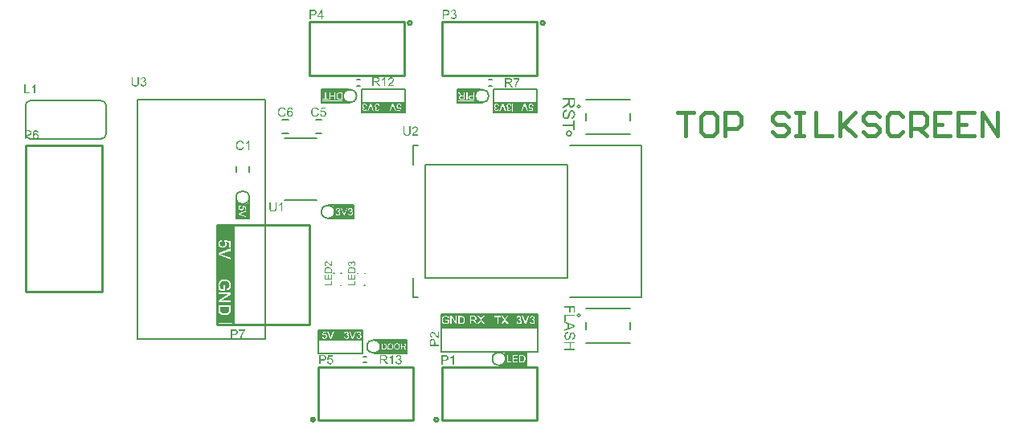
<source format=gto>
G04*
G04 #@! TF.GenerationSoftware,Altium Limited,Altium Designer,23.4.1 (23)*
G04*
G04 Layer_Color=65535*
%FSLAX44Y44*%
%MOMM*%
G71*
G04*
G04 #@! TF.SameCoordinates,AC87B314-1984-4FFE-BA22-F28876D7C55D*
G04*
G04*
G04 #@! TF.FilePolarity,Positive*
G04*
G01*
G75*
%ADD10C,0.2000*%
%ADD11C,0.2540*%
%ADD12C,0.1270*%
%ADD13C,0.2200*%
%ADD14C,0.2500*%
%ADD15C,0.1800*%
%ADD16C,0.1524*%
%ADD17C,0.4000*%
%ADD18R,0.3000X1.3000*%
%ADD19R,1.5000X0.8000*%
%ADD20R,1.5000X1.9000*%
%ADD21R,1.5000X1.4000*%
%ADD22R,10.1650X0.3000*%
%ADD23R,0.8000X1.3750*%
%ADD24R,1.0000X1.3250*%
%ADD25R,0.4000X1.3250*%
%ADD26R,0.9000X1.0000*%
%ADD27R,0.3000X1.0000*%
G36*
X475266Y351968D02*
X456000D01*
Y362032D01*
X475266D01*
Y351968D01*
D02*
G37*
G36*
X336358D02*
X313000D01*
Y362032D01*
X336358D01*
Y351968D01*
D02*
G37*
G36*
X529000Y74968D02*
X507137D01*
Y85032D01*
X529000D01*
Y74968D01*
D02*
G37*
G36*
X404000Y88092D02*
X374801D01*
Y97908D01*
X404000D01*
Y88092D01*
D02*
G37*
G36*
X235095Y242964D02*
Y228000D01*
X224905D01*
Y242964D01*
X235095D01*
D02*
G37*
G36*
X347253Y229885D02*
X326747D01*
Y240115D01*
X347253D01*
Y229885D01*
D02*
G37*
G36*
X538900Y115762D02*
X517299D01*
Y126238D01*
X538900D01*
Y115762D01*
D02*
G37*
G36*
X465159Y115711D02*
X438642D01*
Y126289D01*
X465159D01*
Y115711D01*
D02*
G37*
G36*
X485856Y115851D02*
X468745D01*
Y126148D01*
X485856D01*
Y115851D01*
D02*
G37*
G36*
X514053Y340085D02*
X493947D01*
Y349915D01*
X514053D01*
Y340085D01*
D02*
G37*
G36*
X537282Y349895D02*
Y340105D01*
X522718D01*
Y349895D01*
X537282D01*
D02*
G37*
G36*
X375053Y340085D02*
X354947D01*
Y349915D01*
X375053D01*
Y340085D01*
D02*
G37*
G36*
X398282Y340105D02*
X383718D01*
Y349895D01*
X398282D01*
Y340105D01*
D02*
G37*
G36*
X327282Y100105D02*
X312718D01*
Y109895D01*
X327282D01*
Y100105D01*
D02*
G37*
G36*
X356053Y109915D02*
Y100085D01*
X335947D01*
Y109915D01*
X356053D01*
D02*
G37*
G36*
X510932Y115851D02*
X494467D01*
Y126148D01*
X510932D01*
Y115851D01*
D02*
G37*
G36*
X580043Y128427D02*
X578764D01*
Y134314D01*
X575397D01*
Y129220D01*
X574117D01*
Y134314D01*
X569180D01*
Y135750D01*
X580043D01*
Y128427D01*
D02*
G37*
G36*
Y125178D02*
X570460D01*
Y119833D01*
X569180D01*
Y126614D01*
X580043D01*
Y125178D01*
D02*
G37*
G36*
Y115132D02*
Y113593D01*
X569180Y109151D01*
Y110784D01*
X572469Y112039D01*
Y116599D01*
X569180Y117785D01*
Y119299D01*
X580043Y115132D01*
D02*
G37*
G36*
X572791Y107126D02*
X572783D01*
X572752Y107118D01*
X572712D01*
X572658Y107103D01*
X572587Y107095D01*
X572500Y107079D01*
X572414Y107056D01*
X572312Y107032D01*
X572100Y106977D01*
X571873Y106898D01*
X571653Y106804D01*
X571441Y106687D01*
X571433Y106679D01*
X571417Y106671D01*
X571394Y106647D01*
X571355Y106616D01*
X571307Y106585D01*
X571260Y106538D01*
X571205Y106483D01*
X571143Y106420D01*
X571080Y106349D01*
X571009Y106263D01*
X570939Y106177D01*
X570868Y106074D01*
X570797Y105972D01*
X570727Y105855D01*
X570664Y105729D01*
X570601Y105596D01*
Y105588D01*
X570585Y105564D01*
X570570Y105517D01*
X570554Y105462D01*
X570531Y105392D01*
X570499Y105313D01*
X570468Y105211D01*
X570444Y105109D01*
X570413Y104991D01*
X570381Y104858D01*
X570358Y104725D01*
X570326Y104575D01*
X570295Y104261D01*
X570279Y103924D01*
Y103845D01*
X570287Y103783D01*
Y103712D01*
X570295Y103633D01*
X570303Y103539D01*
X570311Y103437D01*
X570342Y103210D01*
X570381Y102966D01*
X570444Y102723D01*
X570523Y102480D01*
Y102472D01*
X570531Y102448D01*
X570546Y102417D01*
X570570Y102378D01*
X570593Y102323D01*
X570625Y102268D01*
X570695Y102127D01*
X570789Y101978D01*
X570907Y101820D01*
X571041Y101671D01*
X571190Y101546D01*
X571198D01*
X571213Y101530D01*
X571237Y101514D01*
X571268Y101499D01*
X571307Y101475D01*
X571355Y101444D01*
X571472Y101389D01*
X571606Y101334D01*
X571763Y101279D01*
X571943Y101248D01*
X572124Y101232D01*
X572132D01*
X572147D01*
X572171D01*
X572210Y101240D01*
X572257D01*
X572304Y101248D01*
X572430Y101271D01*
X572563Y101302D01*
X572712Y101357D01*
X572862Y101436D01*
X573011Y101538D01*
X573018D01*
X573026Y101554D01*
X573073Y101593D01*
X573144Y101671D01*
X573191Y101719D01*
X573238Y101773D01*
X573285Y101836D01*
X573340Y101907D01*
X573395Y101985D01*
X573450Y102079D01*
X573505Y102174D01*
X573560Y102284D01*
X573607Y102393D01*
X573662Y102519D01*
Y102527D01*
X573670Y102543D01*
X573678Y102566D01*
X573694Y102613D01*
X573709Y102668D01*
X573733Y102731D01*
X573756Y102817D01*
X573788Y102919D01*
X573827Y103045D01*
X573866Y103178D01*
X573905Y103335D01*
X573952Y103516D01*
X574007Y103712D01*
X574062Y103940D01*
X574125Y104183D01*
X574188Y104450D01*
Y104458D01*
X574196Y104466D01*
Y104489D01*
X574204Y104513D01*
X574227Y104591D01*
X574251Y104693D01*
X574282Y104811D01*
X574321Y104952D01*
X574361Y105109D01*
X574408Y105266D01*
X574510Y105611D01*
X574627Y105957D01*
X574690Y106122D01*
X574753Y106278D01*
X574808Y106412D01*
X574871Y106538D01*
X574879Y106545D01*
X574887Y106569D01*
X574910Y106608D01*
X574941Y106663D01*
X574981Y106726D01*
X575036Y106804D01*
X575090Y106883D01*
X575153Y106977D01*
X575295Y107165D01*
X575467Y107354D01*
X575663Y107542D01*
X575773Y107621D01*
X575883Y107699D01*
X575891Y107707D01*
X575915Y107715D01*
X575946Y107731D01*
X575993Y107754D01*
X576048Y107785D01*
X576111Y107817D01*
X576189Y107848D01*
X576276Y107887D01*
X576378Y107919D01*
X576480Y107958D01*
X576707Y108013D01*
X576959Y108060D01*
X577092Y108068D01*
X577233Y108076D01*
X577241D01*
X577272D01*
X577312D01*
X577374Y108068D01*
X577445Y108060D01*
X577531Y108052D01*
X577626Y108037D01*
X577735Y108021D01*
X577853Y107990D01*
X577971Y107966D01*
X578097Y107927D01*
X578230Y107880D01*
X578363Y107825D01*
X578497Y107762D01*
X578638Y107691D01*
X578772Y107613D01*
X578779Y107605D01*
X578803Y107589D01*
X578842Y107566D01*
X578889Y107526D01*
X578952Y107479D01*
X579015Y107416D01*
X579093Y107346D01*
X579172Y107267D01*
X579258Y107181D01*
X579352Y107079D01*
X579439Y106969D01*
X579533Y106844D01*
X579619Y106710D01*
X579706Y106569D01*
X579784Y106420D01*
X579855Y106255D01*
X579863Y106247D01*
X579870Y106216D01*
X579886Y106169D01*
X579917Y106098D01*
X579941Y106012D01*
X579972Y105918D01*
X580012Y105800D01*
X580043Y105666D01*
X580082Y105525D01*
X580114Y105376D01*
X580145Y105211D01*
X580176Y105038D01*
X580200Y104850D01*
X580216Y104662D01*
X580224Y104466D01*
X580231Y104261D01*
Y104144D01*
X580224Y104057D01*
Y103955D01*
X580208Y103830D01*
X580200Y103696D01*
X580184Y103539D01*
X580161Y103382D01*
X580137Y103210D01*
X580066Y102857D01*
X580019Y102668D01*
X579972Y102488D01*
X579910Y102307D01*
X579839Y102134D01*
X579831Y102127D01*
X579823Y102095D01*
X579800Y102048D01*
X579768Y101985D01*
X579729Y101907D01*
X579674Y101820D01*
X579619Y101719D01*
X579548Y101616D01*
X579478Y101499D01*
X579392Y101389D01*
X579297Y101271D01*
X579195Y101153D01*
X579086Y101036D01*
X578960Y100926D01*
X578834Y100816D01*
X578693Y100722D01*
X578685Y100714D01*
X578662Y100698D01*
X578615Y100675D01*
X578560Y100643D01*
X578489Y100604D01*
X578403Y100557D01*
X578308Y100518D01*
X578199Y100463D01*
X578081Y100416D01*
X577947Y100368D01*
X577806Y100321D01*
X577657Y100282D01*
X577500Y100243D01*
X577335Y100211D01*
X577163Y100196D01*
X576990Y100180D01*
X576888Y101561D01*
X576903D01*
X576935Y101569D01*
X576990Y101577D01*
X577061Y101593D01*
X577139Y101609D01*
X577241Y101632D01*
X577351Y101664D01*
X577469Y101703D01*
X577594Y101742D01*
X577720Y101797D01*
X577845Y101860D01*
X577979Y101930D01*
X578104Y102009D01*
X578222Y102103D01*
X578340Y102205D01*
X578442Y102315D01*
X578450Y102323D01*
X578465Y102346D01*
X578489Y102378D01*
X578528Y102433D01*
X578567Y102503D01*
X578607Y102582D01*
X578654Y102676D01*
X578709Y102786D01*
X578756Y102912D01*
X578803Y103053D01*
X578842Y103210D01*
X578889Y103375D01*
X578921Y103563D01*
X578944Y103759D01*
X578960Y103971D01*
X578968Y104199D01*
Y104324D01*
X578960Y104410D01*
X578952Y104520D01*
X578944Y104638D01*
X578928Y104779D01*
X578905Y104921D01*
X578850Y105235D01*
X578811Y105392D01*
X578764Y105549D01*
X578709Y105698D01*
X578646Y105847D01*
X578575Y105980D01*
X578489Y106098D01*
X578481Y106106D01*
X578465Y106122D01*
X578442Y106153D01*
X578403Y106192D01*
X578355Y106231D01*
X578301Y106286D01*
X578238Y106333D01*
X578167Y106388D01*
X578089Y106443D01*
X577994Y106498D01*
X577798Y106592D01*
X577696Y106632D01*
X577579Y106663D01*
X577461Y106679D01*
X577335Y106687D01*
X577327D01*
X577312D01*
X577280D01*
X577241Y106679D01*
X577186Y106671D01*
X577131Y106663D01*
X576998Y106632D01*
X576841Y106585D01*
X576684Y106514D01*
X576597Y106467D01*
X576519Y106404D01*
X576441Y106341D01*
X576370Y106271D01*
X576362Y106263D01*
X576354Y106247D01*
X576331Y106224D01*
X576307Y106177D01*
X576268Y106122D01*
X576229Y106043D01*
X576181Y105957D01*
X576127Y105847D01*
X576072Y105713D01*
X576009Y105564D01*
X575946Y105384D01*
X575875Y105188D01*
X575805Y104960D01*
X575734Y104709D01*
X575663Y104426D01*
X575585Y104112D01*
Y104104D01*
X575577Y104089D01*
Y104065D01*
X575569Y104034D01*
X575561Y103995D01*
X575546Y103947D01*
X575522Y103830D01*
X575483Y103688D01*
X575444Y103524D01*
X575405Y103343D01*
X575350Y103155D01*
X575247Y102754D01*
X575193Y102558D01*
X575130Y102362D01*
X575075Y102174D01*
X575012Y102001D01*
X574957Y101844D01*
X574902Y101711D01*
X574894Y101703D01*
X574879Y101671D01*
X574855Y101616D01*
X574824Y101554D01*
X574777Y101475D01*
X574729Y101389D01*
X574667Y101287D01*
X574596Y101177D01*
X574525Y101067D01*
X574439Y100949D01*
X574251Y100714D01*
X574031Y100494D01*
X573913Y100400D01*
X573788Y100306D01*
X573780Y100298D01*
X573756Y100282D01*
X573717Y100267D01*
X573670Y100235D01*
X573607Y100204D01*
X573529Y100164D01*
X573442Y100117D01*
X573348Y100078D01*
X573238Y100039D01*
X573120Y99992D01*
X572995Y99952D01*
X572854Y99921D01*
X572712Y99890D01*
X572563Y99866D01*
X572414Y99858D01*
X572249Y99851D01*
X572242D01*
X572210D01*
X572163D01*
X572100Y99858D01*
X572022Y99866D01*
X571935Y99874D01*
X571833Y99890D01*
X571716Y99913D01*
X571598Y99937D01*
X571465Y99976D01*
X571331Y100015D01*
X571190Y100062D01*
X571049Y100117D01*
X570899Y100188D01*
X570758Y100267D01*
X570609Y100353D01*
X570601Y100361D01*
X570578Y100376D01*
X570538Y100408D01*
X570483Y100447D01*
X570421Y100494D01*
X570342Y100557D01*
X570264Y100627D01*
X570177Y100714D01*
X570083Y100808D01*
X569989Y100918D01*
X569887Y101036D01*
X569785Y101161D01*
X569691Y101295D01*
X569596Y101444D01*
X569510Y101601D01*
X569424Y101773D01*
X569416Y101781D01*
X569408Y101813D01*
X569385Y101868D01*
X569361Y101938D01*
X569330Y102025D01*
X569290Y102127D01*
X569251Y102244D01*
X569212Y102378D01*
X569173Y102527D01*
X569133Y102692D01*
X569102Y102864D01*
X569063Y103045D01*
X569039Y103233D01*
X569016Y103437D01*
X569008Y103649D01*
X569000Y103861D01*
Y104002D01*
X569008Y104104D01*
X569016Y104230D01*
X569024Y104379D01*
X569039Y104544D01*
X569055Y104725D01*
X569078Y104913D01*
X569102Y105109D01*
X569180Y105525D01*
X569228Y105737D01*
X569283Y105941D01*
X569353Y106145D01*
X569424Y106333D01*
X569432Y106341D01*
X569447Y106381D01*
X569471Y106428D01*
X569502Y106498D01*
X569549Y106585D01*
X569604Y106679D01*
X569675Y106789D01*
X569746Y106898D01*
X569832Y107024D01*
X569926Y107150D01*
X570036Y107283D01*
X570154Y107409D01*
X570279Y107542D01*
X570413Y107668D01*
X570562Y107785D01*
X570719Y107895D01*
X570727Y107903D01*
X570758Y107919D01*
X570805Y107950D01*
X570868Y107982D01*
X570954Y108029D01*
X571049Y108076D01*
X571158Y108131D01*
X571284Y108178D01*
X571425Y108233D01*
X571574Y108288D01*
X571739Y108335D01*
X571904Y108382D01*
X572085Y108421D01*
X572273Y108453D01*
X572469Y108476D01*
X572673Y108484D01*
X572791Y107126D01*
D02*
G37*
G36*
X580043Y96397D02*
X575577D01*
Y90762D01*
X580043D01*
Y89326D01*
X569180D01*
Y90762D01*
X574298D01*
Y96397D01*
X569180D01*
Y97833D01*
X580043D01*
Y96397D01*
D02*
G37*
G36*
X580009Y349166D02*
X579999Y349055D01*
Y348907D01*
X579990Y348741D01*
X579981Y348565D01*
X579962Y348362D01*
X579944Y348158D01*
X579925Y347946D01*
X579861Y347511D01*
X579824Y347308D01*
X579777Y347104D01*
X579722Y346910D01*
X579657Y346734D01*
Y346725D01*
X579639Y346697D01*
X579620Y346651D01*
X579593Y346586D01*
X579556Y346512D01*
X579500Y346429D01*
X579445Y346328D01*
X579380Y346226D01*
X579297Y346115D01*
X579213Y345995D01*
X579112Y345875D01*
X579001Y345754D01*
X578871Y345643D01*
X578742Y345523D01*
X578594Y345412D01*
X578437Y345311D01*
X578428Y345301D01*
X578400Y345283D01*
X578354Y345264D01*
X578289Y345227D01*
X578206Y345190D01*
X578104Y345144D01*
X577993Y345089D01*
X577873Y345042D01*
X577734Y344996D01*
X577586Y344941D01*
X577429Y344894D01*
X577263Y344858D01*
X577087Y344821D01*
X576902Y344793D01*
X576708Y344784D01*
X576514Y344774D01*
X576495D01*
X576458D01*
X576384Y344784D01*
X576283D01*
X576172Y344802D01*
X576033Y344821D01*
X575885Y344848D01*
X575719Y344885D01*
X575543Y344931D01*
X575358Y344987D01*
X575164Y345061D01*
X574970Y345144D01*
X574776Y345246D01*
X574591Y345366D01*
X574397Y345505D01*
X574221Y345662D01*
X574212Y345671D01*
X574184Y345699D01*
X574138Y345754D01*
X574073Y345828D01*
X573999Y345921D01*
X573916Y346041D01*
X573823Y346170D01*
X573722Y346328D01*
X573620Y346512D01*
X573518Y346707D01*
X573426Y346938D01*
X573324Y347178D01*
X573241Y347446D01*
X573158Y347733D01*
X573093Y348047D01*
X573037Y348380D01*
Y348371D01*
X573019Y348352D01*
X573010Y348315D01*
X572982Y348269D01*
X572954Y348214D01*
X572917Y348149D01*
X572834Y348001D01*
X572742Y347835D01*
X572631Y347668D01*
X572520Y347511D01*
X572399Y347363D01*
X572390Y347354D01*
X572372Y347326D01*
X572326Y347289D01*
X572279Y347234D01*
X572205Y347169D01*
X572131Y347095D01*
X572039Y347002D01*
X571928Y346910D01*
X571808Y346808D01*
X571678Y346697D01*
X571540Y346577D01*
X571392Y346457D01*
X571225Y346337D01*
X571059Y346207D01*
X570689Y345958D01*
X567213Y343748D01*
Y345865D01*
X569875Y347557D01*
X569885Y347566D01*
X569922Y347594D01*
X569986Y347631D01*
X570060Y347677D01*
X570162Y347742D01*
X570273Y347816D01*
X570393Y347899D01*
X570523Y347983D01*
X570809Y348177D01*
X571105Y348380D01*
X571382Y348583D01*
X571512Y348685D01*
X571632Y348778D01*
X571641Y348787D01*
X571660Y348796D01*
X571688Y348824D01*
X571734Y348861D01*
X571845Y348953D01*
X571974Y349064D01*
X572113Y349203D01*
X572261Y349342D01*
X572390Y349490D01*
X572492Y349637D01*
X572501Y349656D01*
X572529Y349702D01*
X572575Y349776D01*
X572621Y349878D01*
X572677Y349989D01*
X572742Y350118D01*
X572788Y350257D01*
X572834Y350405D01*
Y350414D01*
X572843Y350460D01*
X572853Y350534D01*
X572871Y350627D01*
X572880Y350756D01*
X572890Y350923D01*
X572899Y351117D01*
Y353308D01*
X567213D01*
Y355000D01*
X580009D01*
Y349166D01*
D02*
G37*
G36*
X571466Y341085D02*
X571456D01*
X571419Y341076D01*
X571373D01*
X571309Y341058D01*
X571225Y341048D01*
X571124Y341030D01*
X571022Y341002D01*
X570902Y340974D01*
X570652Y340910D01*
X570384Y340817D01*
X570125Y340706D01*
X569875Y340568D01*
X569866Y340558D01*
X569848Y340549D01*
X569820Y340521D01*
X569774Y340484D01*
X569718Y340447D01*
X569663Y340392D01*
X569598Y340327D01*
X569524Y340253D01*
X569450Y340170D01*
X569367Y340068D01*
X569284Y339967D01*
X569201Y339846D01*
X569117Y339726D01*
X569034Y339588D01*
X568960Y339440D01*
X568886Y339282D01*
Y339273D01*
X568868Y339245D01*
X568849Y339190D01*
X568831Y339125D01*
X568803Y339042D01*
X568766Y338950D01*
X568729Y338829D01*
X568701Y338709D01*
X568664Y338571D01*
X568627Y338413D01*
X568600Y338256D01*
X568563Y338080D01*
X568526Y337711D01*
X568507Y337313D01*
Y337221D01*
X568516Y337147D01*
Y337063D01*
X568526Y336971D01*
X568535Y336860D01*
X568544Y336740D01*
X568581Y336472D01*
X568627Y336185D01*
X568701Y335899D01*
X568794Y335612D01*
Y335603D01*
X568803Y335575D01*
X568821Y335538D01*
X568849Y335492D01*
X568877Y335427D01*
X568914Y335362D01*
X568997Y335196D01*
X569108Y335020D01*
X569247Y334835D01*
X569404Y334660D01*
X569580Y334512D01*
X569589D01*
X569607Y334493D01*
X569635Y334475D01*
X569672Y334456D01*
X569718Y334428D01*
X569774Y334392D01*
X569912Y334327D01*
X570070Y334262D01*
X570255Y334197D01*
X570467Y334160D01*
X570680Y334142D01*
X570689D01*
X570708D01*
X570735D01*
X570782Y334151D01*
X570837D01*
X570892Y334160D01*
X571040Y334188D01*
X571198Y334225D01*
X571373Y334290D01*
X571549Y334382D01*
X571725Y334502D01*
X571734D01*
X571743Y334521D01*
X571799Y334567D01*
X571882Y334660D01*
X571937Y334715D01*
X571993Y334780D01*
X572048Y334854D01*
X572113Y334937D01*
X572178Y335029D01*
X572242Y335140D01*
X572307Y335251D01*
X572372Y335381D01*
X572427Y335510D01*
X572492Y335658D01*
Y335667D01*
X572501Y335686D01*
X572510Y335714D01*
X572529Y335769D01*
X572547Y335834D01*
X572575Y335908D01*
X572603Y336009D01*
X572640Y336130D01*
X572686Y336278D01*
X572732Y336435D01*
X572779Y336620D01*
X572834Y336832D01*
X572899Y337063D01*
X572963Y337332D01*
X573037Y337618D01*
X573111Y337933D01*
Y337942D01*
X573121Y337951D01*
Y337979D01*
X573130Y338007D01*
X573158Y338099D01*
X573185Y338219D01*
X573222Y338358D01*
X573269Y338524D01*
X573315Y338709D01*
X573370Y338894D01*
X573490Y339301D01*
X573629Y339708D01*
X573703Y339902D01*
X573777Y340087D01*
X573842Y340244D01*
X573916Y340392D01*
X573925Y340401D01*
X573934Y340429D01*
X573962Y340475D01*
X573999Y340540D01*
X574045Y340614D01*
X574110Y340706D01*
X574175Y340799D01*
X574249Y340910D01*
X574415Y341132D01*
X574618Y341353D01*
X574850Y341575D01*
X574979Y341668D01*
X575108Y341760D01*
X575118Y341769D01*
X575145Y341779D01*
X575182Y341797D01*
X575238Y341825D01*
X575303Y341862D01*
X575377Y341899D01*
X575469Y341936D01*
X575571Y341982D01*
X575691Y342019D01*
X575811Y342065D01*
X576079Y342130D01*
X576375Y342186D01*
X576532Y342195D01*
X576699Y342204D01*
X576708D01*
X576745D01*
X576791D01*
X576865Y342195D01*
X576948Y342186D01*
X577050Y342176D01*
X577161Y342158D01*
X577290Y342139D01*
X577429Y342102D01*
X577568Y342075D01*
X577716Y342028D01*
X577873Y341973D01*
X578030Y341908D01*
X578187Y341834D01*
X578354Y341751D01*
X578511Y341659D01*
X578520Y341649D01*
X578548Y341631D01*
X578594Y341603D01*
X578649Y341557D01*
X578723Y341501D01*
X578797Y341427D01*
X578890Y341344D01*
X578982Y341252D01*
X579084Y341150D01*
X579195Y341030D01*
X579297Y340900D01*
X579408Y340752D01*
X579509Y340595D01*
X579611Y340429D01*
X579703Y340253D01*
X579787Y340059D01*
X579796Y340050D01*
X579805Y340013D01*
X579824Y339957D01*
X579861Y339874D01*
X579888Y339772D01*
X579925Y339661D01*
X579972Y339523D01*
X580009Y339366D01*
X580055Y339199D01*
X580092Y339024D01*
X580129Y338829D01*
X580166Y338626D01*
X580193Y338404D01*
X580212Y338182D01*
X580221Y337951D01*
X580230Y337711D01*
Y337572D01*
X580221Y337470D01*
Y337350D01*
X580203Y337202D01*
X580193Y337045D01*
X580175Y336860D01*
X580147Y336675D01*
X580120Y336472D01*
X580036Y336056D01*
X579981Y335834D01*
X579925Y335621D01*
X579851Y335409D01*
X579768Y335205D01*
X579759Y335196D01*
X579750Y335159D01*
X579722Y335103D01*
X579685Y335029D01*
X579639Y334937D01*
X579574Y334835D01*
X579509Y334715D01*
X579426Y334595D01*
X579343Y334456D01*
X579241Y334327D01*
X579130Y334188D01*
X579010Y334049D01*
X578881Y333911D01*
X578733Y333781D01*
X578585Y333652D01*
X578418Y333541D01*
X578409Y333532D01*
X578381Y333513D01*
X578326Y333485D01*
X578261Y333448D01*
X578178Y333402D01*
X578076Y333347D01*
X577965Y333301D01*
X577836Y333236D01*
X577697Y333180D01*
X577540Y333125D01*
X577374Y333069D01*
X577198Y333023D01*
X577013Y332977D01*
X576819Y332940D01*
X576615Y332921D01*
X576412Y332903D01*
X576292Y334530D01*
X576310D01*
X576347Y334539D01*
X576412Y334549D01*
X576495Y334567D01*
X576588Y334586D01*
X576708Y334613D01*
X576837Y334650D01*
X576976Y334697D01*
X577124Y334743D01*
X577272Y334808D01*
X577420Y334882D01*
X577577Y334965D01*
X577725Y335057D01*
X577864Y335168D01*
X578002Y335288D01*
X578122Y335418D01*
X578132Y335427D01*
X578150Y335455D01*
X578178Y335492D01*
X578224Y335556D01*
X578270Y335640D01*
X578317Y335732D01*
X578372Y335843D01*
X578437Y335973D01*
X578492Y336120D01*
X578548Y336287D01*
X578594Y336472D01*
X578649Y336666D01*
X578686Y336888D01*
X578714Y337119D01*
X578733Y337369D01*
X578742Y337637D01*
Y337785D01*
X578733Y337886D01*
X578723Y338016D01*
X578714Y338154D01*
X578696Y338321D01*
X578668Y338487D01*
X578603Y338857D01*
X578557Y339042D01*
X578502Y339227D01*
X578437Y339403D01*
X578363Y339578D01*
X578280Y339735D01*
X578178Y339874D01*
X578169Y339883D01*
X578150Y339902D01*
X578122Y339939D01*
X578076Y339985D01*
X578021Y340031D01*
X577956Y340096D01*
X577882Y340151D01*
X577799Y340216D01*
X577706Y340281D01*
X577595Y340346D01*
X577364Y340457D01*
X577244Y340503D01*
X577105Y340540D01*
X576967Y340558D01*
X576819Y340568D01*
X576810D01*
X576791D01*
X576754D01*
X576708Y340558D01*
X576643Y340549D01*
X576578Y340540D01*
X576421Y340503D01*
X576236Y340447D01*
X576051Y340364D01*
X575950Y340309D01*
X575857Y340235D01*
X575765Y340161D01*
X575682Y340078D01*
X575672Y340068D01*
X575663Y340050D01*
X575635Y340022D01*
X575608Y339967D01*
X575561Y339902D01*
X575515Y339809D01*
X575460Y339708D01*
X575395Y339578D01*
X575330Y339421D01*
X575256Y339245D01*
X575182Y339033D01*
X575099Y338802D01*
X575016Y338534D01*
X574933Y338238D01*
X574850Y337905D01*
X574757Y337535D01*
Y337526D01*
X574748Y337507D01*
Y337480D01*
X574739Y337443D01*
X574729Y337396D01*
X574711Y337341D01*
X574683Y337202D01*
X574637Y337036D01*
X574591Y336842D01*
X574544Y336629D01*
X574480Y336407D01*
X574360Y335936D01*
X574295Y335704D01*
X574221Y335473D01*
X574156Y335251D01*
X574082Y335048D01*
X574017Y334863D01*
X573953Y334706D01*
X573943Y334697D01*
X573925Y334660D01*
X573897Y334595D01*
X573860Y334521D01*
X573805Y334428D01*
X573749Y334327D01*
X573675Y334207D01*
X573592Y334077D01*
X573509Y333948D01*
X573407Y333809D01*
X573185Y333532D01*
X572926Y333273D01*
X572788Y333162D01*
X572640Y333051D01*
X572631Y333042D01*
X572603Y333023D01*
X572557Y333005D01*
X572501Y332968D01*
X572427Y332931D01*
X572335Y332884D01*
X572233Y332829D01*
X572122Y332783D01*
X571993Y332737D01*
X571854Y332681D01*
X571706Y332635D01*
X571540Y332598D01*
X571373Y332561D01*
X571198Y332533D01*
X571022Y332524D01*
X570828Y332515D01*
X570818D01*
X570782D01*
X570726D01*
X570652Y332524D01*
X570560Y332533D01*
X570458Y332542D01*
X570338Y332561D01*
X570199Y332589D01*
X570060Y332616D01*
X569903Y332663D01*
X569746Y332709D01*
X569580Y332764D01*
X569413Y332829D01*
X569238Y332912D01*
X569071Y333005D01*
X568895Y333106D01*
X568886Y333116D01*
X568858Y333134D01*
X568812Y333171D01*
X568747Y333217D01*
X568674Y333273D01*
X568581Y333347D01*
X568489Y333430D01*
X568387Y333532D01*
X568276Y333643D01*
X568165Y333772D01*
X568045Y333911D01*
X567925Y334059D01*
X567814Y334216D01*
X567703Y334392D01*
X567601Y334576D01*
X567499Y334780D01*
X567490Y334789D01*
X567481Y334826D01*
X567453Y334891D01*
X567425Y334974D01*
X567388Y335076D01*
X567342Y335196D01*
X567296Y335335D01*
X567250Y335492D01*
X567203Y335667D01*
X567157Y335862D01*
X567120Y336065D01*
X567074Y336278D01*
X567046Y336499D01*
X567019Y336740D01*
X567009Y336990D01*
X567000Y337239D01*
Y337406D01*
X567009Y337526D01*
X567019Y337674D01*
X567028Y337849D01*
X567046Y338044D01*
X567065Y338256D01*
X567093Y338478D01*
X567120Y338709D01*
X567213Y339199D01*
X567268Y339449D01*
X567333Y339689D01*
X567416Y339930D01*
X567499Y340151D01*
X567509Y340161D01*
X567527Y340207D01*
X567555Y340262D01*
X567592Y340346D01*
X567647Y340447D01*
X567712Y340558D01*
X567795Y340688D01*
X567878Y340817D01*
X567980Y340965D01*
X568091Y341113D01*
X568220Y341270D01*
X568359Y341418D01*
X568507Y341575D01*
X568664Y341723D01*
X568840Y341862D01*
X569025Y341991D01*
X569034Y342001D01*
X569071Y342019D01*
X569127Y342056D01*
X569201Y342093D01*
X569302Y342149D01*
X569413Y342204D01*
X569543Y342269D01*
X569691Y342324D01*
X569857Y342389D01*
X570033Y342454D01*
X570227Y342509D01*
X570421Y342565D01*
X570634Y342611D01*
X570855Y342648D01*
X571087Y342676D01*
X571327Y342685D01*
X571466Y341085D01*
D02*
G37*
G36*
X580009Y321022D02*
X578502D01*
Y325257D01*
X567213D01*
Y326949D01*
X578502D01*
Y331165D01*
X580009D01*
Y321022D01*
D02*
G37*
G36*
X219119Y124593D02*
X202889D01*
Y165407D01*
X219119D01*
Y124593D01*
D02*
G37*
G36*
X219009Y183011D02*
X203000D01*
Y206989D01*
X219009D01*
Y183011D01*
D02*
G37*
G36*
X232374Y109758D02*
X232368Y109745D01*
X232333Y109717D01*
X232284Y109654D01*
X232215Y109578D01*
X232132Y109481D01*
X232035Y109363D01*
X231924Y109224D01*
X231806Y109065D01*
X231674Y108892D01*
X231529Y108697D01*
X231376Y108482D01*
X231224Y108254D01*
X231057Y108004D01*
X230898Y107740D01*
X230724Y107463D01*
X230558Y107165D01*
Y107158D01*
X230551Y107144D01*
X230537Y107123D01*
X230516Y107096D01*
X230495Y107054D01*
X230475Y107006D01*
X230440Y106950D01*
X230412Y106888D01*
X230371Y106818D01*
X230336Y106735D01*
X230246Y106562D01*
X230149Y106368D01*
X230045Y106146D01*
X229934Y105903D01*
X229823Y105639D01*
X229705Y105369D01*
X229594Y105078D01*
X229476Y104780D01*
X229372Y104474D01*
X229268Y104156D01*
X229171Y103836D01*
X229164Y103823D01*
X229157Y103781D01*
X229136Y103719D01*
X229116Y103629D01*
X229088Y103511D01*
X229053Y103379D01*
X229018Y103226D01*
X228984Y103053D01*
X228942Y102866D01*
X228907Y102665D01*
X228866Y102443D01*
X228831Y102214D01*
X228797Y101978D01*
X228769Y101728D01*
X228741Y101465D01*
X228720Y101201D01*
X227507D01*
Y101215D01*
Y101250D01*
X227514Y101319D01*
Y101403D01*
X227521Y101514D01*
X227535Y101645D01*
X227548Y101798D01*
X227569Y101964D01*
X227590Y102158D01*
X227618Y102367D01*
X227652Y102588D01*
X227694Y102831D01*
X227749Y103088D01*
X227805Y103358D01*
X227867Y103642D01*
X227944Y103934D01*
Y103940D01*
X227950Y103954D01*
X227957Y103975D01*
X227964Y104003D01*
X227978Y104045D01*
X227992Y104093D01*
X228006Y104149D01*
X228027Y104211D01*
X228068Y104350D01*
X228124Y104523D01*
X228186Y104710D01*
X228256Y104925D01*
X228339Y105154D01*
X228429Y105397D01*
X228533Y105653D01*
X228637Y105917D01*
X228755Y106187D01*
X228887Y106465D01*
X229018Y106749D01*
X229164Y107026D01*
Y107033D01*
X229171Y107040D01*
X229185Y107061D01*
X229199Y107096D01*
X229219Y107130D01*
X229247Y107172D01*
X229303Y107276D01*
X229379Y107401D01*
X229462Y107553D01*
X229566Y107720D01*
X229677Y107900D01*
X229795Y108094D01*
X229927Y108295D01*
X230072Y108503D01*
X230218Y108718D01*
X230530Y109141D01*
X230697Y109349D01*
X230863Y109543D01*
X226161D01*
Y110674D01*
X232374D01*
Y109758D01*
D02*
G37*
G36*
X221571Y110792D02*
X221668D01*
X221779Y110785D01*
X222015Y110778D01*
X222257Y110757D01*
X222493Y110736D01*
X222604Y110715D01*
X222701Y110701D01*
X222708D01*
X222736Y110694D01*
X222771Y110688D01*
X222819Y110681D01*
X222882Y110667D01*
X222951Y110646D01*
X223027Y110625D01*
X223117Y110604D01*
X223305Y110542D01*
X223499Y110459D01*
X223700Y110368D01*
X223887Y110251D01*
X223894Y110244D01*
X223908Y110237D01*
X223936Y110216D01*
X223963Y110188D01*
X224005Y110161D01*
X224053Y110119D01*
X224109Y110070D01*
X224164Y110015D01*
X224220Y109952D01*
X224282Y109883D01*
X224414Y109724D01*
X224539Y109536D01*
X224657Y109328D01*
X224664Y109321D01*
X224671Y109301D01*
X224685Y109266D01*
X224705Y109224D01*
X224726Y109169D01*
X224747Y109100D01*
X224775Y109023D01*
X224802Y108940D01*
X224830Y108850D01*
X224858Y108746D01*
X224879Y108642D01*
X224900Y108524D01*
X224934Y108281D01*
X224948Y108018D01*
Y108004D01*
Y107962D01*
X224941Y107900D01*
X224934Y107817D01*
X224927Y107706D01*
X224906Y107588D01*
X224886Y107449D01*
X224851Y107304D01*
X224809Y107144D01*
X224754Y106978D01*
X224691Y106804D01*
X224615Y106631D01*
X224525Y106458D01*
X224421Y106284D01*
X224303Y106111D01*
X224164Y105951D01*
X224158Y105944D01*
X224130Y105917D01*
X224081Y105875D01*
X224012Y105820D01*
X223922Y105757D01*
X223811Y105681D01*
X223679Y105605D01*
X223520Y105528D01*
X223339Y105452D01*
X223138Y105376D01*
X222902Y105300D01*
X222653Y105237D01*
X222369Y105182D01*
X222216Y105161D01*
X222057Y105140D01*
X221890Y105126D01*
X221717Y105112D01*
X221536Y105105D01*
X218895D01*
Y101201D01*
X217626D01*
Y110799D01*
X221474D01*
X221571Y110792D01*
D02*
G37*
G36*
X406858Y319314D02*
Y319307D01*
Y319300D01*
Y319279D01*
Y319251D01*
Y319216D01*
Y319175D01*
X406851Y319078D01*
Y318953D01*
X406844Y318814D01*
X406830Y318655D01*
X406816Y318488D01*
X406796Y318308D01*
X406775Y318121D01*
X406719Y317739D01*
X406678Y317545D01*
X406636Y317365D01*
X406581Y317185D01*
X406525Y317018D01*
X406518Y317011D01*
X406511Y316984D01*
X406490Y316935D01*
X406463Y316880D01*
X406421Y316803D01*
X406379Y316720D01*
X406324Y316630D01*
X406255Y316526D01*
X406178Y316415D01*
X406095Y316304D01*
X405998Y316193D01*
X405887Y316075D01*
X405769Y315957D01*
X405644Y315846D01*
X405499Y315735D01*
X405346Y315631D01*
X405339Y315625D01*
X405305Y315611D01*
X405256Y315583D01*
X405194Y315548D01*
X405103Y315507D01*
X405006Y315465D01*
X404882Y315417D01*
X404750Y315368D01*
X404590Y315319D01*
X404424Y315271D01*
X404244Y315229D01*
X404043Y315188D01*
X403828Y315153D01*
X403599Y315125D01*
X403363Y315111D01*
X403106Y315104D01*
X402975D01*
X402885Y315111D01*
X402767Y315118D01*
X402635Y315132D01*
X402482Y315146D01*
X402323Y315160D01*
X402150Y315188D01*
X401969Y315215D01*
X401789Y315257D01*
X401602Y315299D01*
X401421Y315354D01*
X401234Y315417D01*
X401061Y315486D01*
X400894Y315569D01*
X400887Y315576D01*
X400860Y315590D01*
X400811Y315618D01*
X400756Y315652D01*
X400686Y315701D01*
X400603Y315763D01*
X400520Y315833D01*
X400423Y315909D01*
X400326Y315999D01*
X400222Y316103D01*
X400118Y316207D01*
X400021Y316332D01*
X399924Y316457D01*
X399833Y316602D01*
X399750Y316748D01*
X399674Y316907D01*
X399667Y316921D01*
X399660Y316949D01*
X399639Y316998D01*
X399619Y317067D01*
X399591Y317157D01*
X399563Y317268D01*
X399528Y317393D01*
X399494Y317538D01*
X399459Y317705D01*
X399424Y317885D01*
X399397Y318079D01*
X399369Y318294D01*
X399348Y318523D01*
X399327Y318773D01*
X399320Y319036D01*
X399314Y319314D01*
Y324861D01*
X400582D01*
Y319320D01*
Y319307D01*
Y319265D01*
Y319203D01*
X400589Y319119D01*
Y319015D01*
X400596Y318897D01*
X400603Y318766D01*
X400610Y318620D01*
X400624Y318475D01*
X400638Y318322D01*
X400680Y318017D01*
X400707Y317871D01*
X400735Y317726D01*
X400770Y317594D01*
X400811Y317476D01*
Y317469D01*
X400825Y317448D01*
X400839Y317421D01*
X400860Y317379D01*
X400881Y317330D01*
X400915Y317275D01*
X400998Y317143D01*
X401109Y316998D01*
X401172Y316921D01*
X401248Y316845D01*
X401324Y316769D01*
X401414Y316699D01*
X401505Y316630D01*
X401609Y316568D01*
X401616D01*
X401636Y316554D01*
X401664Y316540D01*
X401713Y316519D01*
X401768Y316491D01*
X401831Y316464D01*
X401907Y316436D01*
X401997Y316408D01*
X402094Y316380D01*
X402198Y316353D01*
X402309Y316325D01*
X402434Y316297D01*
X402566Y316276D01*
X402704Y316262D01*
X402843Y316255D01*
X402995Y316249D01*
X403058D01*
X403127Y316255D01*
X403224D01*
X403342Y316269D01*
X403467Y316283D01*
X403613Y316304D01*
X403772Y316325D01*
X403932Y316360D01*
X404098Y316401D01*
X404264Y316457D01*
X404431Y316512D01*
X404590Y316588D01*
X404736Y316672D01*
X404875Y316769D01*
X404993Y316880D01*
X405000Y316887D01*
X405020Y316907D01*
X405048Y316949D01*
X405083Y317004D01*
X405131Y317081D01*
X405180Y317178D01*
X405235Y317289D01*
X405291Y317427D01*
X405346Y317580D01*
X405402Y317753D01*
X405450Y317954D01*
X405499Y318176D01*
X405533Y318426D01*
X405561Y318696D01*
X405582Y318995D01*
X405589Y319320D01*
Y324861D01*
X406858D01*
Y319314D01*
D02*
G37*
G36*
X411809Y324889D02*
X411906Y324882D01*
X412024Y324875D01*
X412156Y324854D01*
X412308Y324833D01*
X412468Y324799D01*
X412641Y324757D01*
X412814Y324708D01*
X413002Y324646D01*
X413182Y324570D01*
X413362Y324479D01*
X413535Y324382D01*
X413702Y324264D01*
X413861Y324126D01*
X413868Y324119D01*
X413896Y324091D01*
X413938Y324050D01*
X413986Y323987D01*
X414049Y323918D01*
X414118Y323828D01*
X414194Y323724D01*
X414271Y323606D01*
X414340Y323474D01*
X414416Y323328D01*
X414486Y323169D01*
X414548Y323003D01*
X414596Y322822D01*
X414638Y322635D01*
X414666Y322434D01*
X414673Y322226D01*
Y322219D01*
Y322198D01*
Y322170D01*
Y322129D01*
X414666Y322073D01*
X414659Y322018D01*
X414652Y321949D01*
X414645Y321872D01*
X414617Y321699D01*
X414576Y321505D01*
X414513Y321304D01*
X414437Y321096D01*
Y321089D01*
X414423Y321068D01*
X414409Y321040D01*
X414388Y320998D01*
X414368Y320950D01*
X414333Y320888D01*
X414298Y320818D01*
X414250Y320742D01*
X414201Y320659D01*
X414146Y320569D01*
X414007Y320368D01*
X413931Y320263D01*
X413848Y320153D01*
X413750Y320042D01*
X413653Y319924D01*
X413646Y319917D01*
X413626Y319896D01*
X413598Y319861D01*
X413549Y319813D01*
X413487Y319750D01*
X413411Y319674D01*
X413327Y319584D01*
X413223Y319480D01*
X413106Y319369D01*
X412967Y319244D01*
X412821Y319105D01*
X412655Y318953D01*
X412475Y318793D01*
X412280Y318620D01*
X412065Y318433D01*
X411837Y318239D01*
X411823Y318232D01*
X411788Y318197D01*
X411740Y318155D01*
X411670Y318093D01*
X411580Y318024D01*
X411490Y317941D01*
X411386Y317850D01*
X411275Y317753D01*
X411039Y317552D01*
X410928Y317448D01*
X410817Y317351D01*
X410713Y317254D01*
X410623Y317171D01*
X410540Y317095D01*
X410477Y317025D01*
X410464Y317011D01*
X410429Y316970D01*
X410373Y316907D01*
X410304Y316831D01*
X410228Y316734D01*
X410145Y316630D01*
X410061Y316512D01*
X409985Y316394D01*
X414687D01*
Y315264D01*
X408349D01*
Y315271D01*
Y315285D01*
Y315306D01*
Y315333D01*
Y315375D01*
X408356Y315417D01*
X408363Y315527D01*
X408377Y315645D01*
X408397Y315784D01*
X408432Y315930D01*
X408480Y316075D01*
Y316082D01*
X408494Y316103D01*
X408508Y316138D01*
X408529Y316186D01*
X408550Y316249D01*
X408585Y316318D01*
X408626Y316394D01*
X408668Y316477D01*
X408716Y316574D01*
X408779Y316672D01*
X408910Y316887D01*
X409070Y317115D01*
X409257Y317351D01*
X409264Y317358D01*
X409285Y317379D01*
X409313Y317414D01*
X409354Y317462D01*
X409410Y317525D01*
X409479Y317594D01*
X409555Y317677D01*
X409652Y317767D01*
X409756Y317871D01*
X409867Y317982D01*
X409992Y318100D01*
X410131Y318232D01*
X410283Y318363D01*
X410443Y318502D01*
X410616Y318648D01*
X410797Y318800D01*
X410803Y318807D01*
X410817Y318814D01*
X410838Y318835D01*
X410866Y318856D01*
X410900Y318890D01*
X410942Y318925D01*
X411046Y319015D01*
X411178Y319119D01*
X411317Y319251D01*
X411476Y319390D01*
X411642Y319542D01*
X411823Y319702D01*
X411996Y319868D01*
X412176Y320035D01*
X412343Y320208D01*
X412509Y320374D01*
X412655Y320534D01*
X412794Y320693D01*
X412905Y320839D01*
X412911Y320846D01*
X412925Y320874D01*
X412953Y320915D01*
X412995Y320964D01*
X413036Y321033D01*
X413078Y321110D01*
X413133Y321200D01*
X413182Y321297D01*
X413230Y321401D01*
X413286Y321512D01*
X413376Y321754D01*
X413411Y321879D01*
X413438Y322004D01*
X413452Y322129D01*
X413459Y322254D01*
Y322261D01*
Y322288D01*
Y322323D01*
X413452Y322371D01*
X413445Y322434D01*
X413432Y322503D01*
X413418Y322579D01*
X413397Y322663D01*
X413369Y322753D01*
X413334Y322850D01*
X413293Y322947D01*
X413244Y323044D01*
X413189Y323148D01*
X413119Y323245D01*
X413043Y323342D01*
X412953Y323432D01*
X412946Y323439D01*
X412932Y323453D01*
X412905Y323474D01*
X412863Y323509D01*
X412814Y323543D01*
X412752Y323585D01*
X412683Y323633D01*
X412606Y323675D01*
X412516Y323724D01*
X412419Y323765D01*
X412308Y323807D01*
X412197Y323842D01*
X412072Y323876D01*
X411941Y323897D01*
X411802Y323911D01*
X411656Y323918D01*
X411573D01*
X411518Y323911D01*
X411441Y323904D01*
X411358Y323890D01*
X411268Y323876D01*
X411164Y323855D01*
X411060Y323828D01*
X410949Y323793D01*
X410838Y323751D01*
X410720Y323703D01*
X410609Y323641D01*
X410498Y323571D01*
X410387Y323495D01*
X410290Y323405D01*
X410283Y323398D01*
X410270Y323384D01*
X410242Y323349D01*
X410214Y323315D01*
X410172Y323259D01*
X410131Y323197D01*
X410082Y323120D01*
X410041Y323037D01*
X409992Y322947D01*
X409944Y322836D01*
X409902Y322725D01*
X409860Y322600D01*
X409833Y322462D01*
X409805Y322316D01*
X409791Y322164D01*
X409784Y321997D01*
X408571Y322122D01*
Y322129D01*
Y322136D01*
X408577Y322156D01*
Y322184D01*
X408585Y322254D01*
X408605Y322344D01*
X408626Y322455D01*
X408654Y322587D01*
X408689Y322732D01*
X408730Y322885D01*
X408786Y323051D01*
X408848Y323218D01*
X408924Y323391D01*
X409014Y323564D01*
X409112Y323731D01*
X409229Y323890D01*
X409354Y324043D01*
X409500Y324181D01*
X409507Y324188D01*
X409534Y324209D01*
X409583Y324251D01*
X409645Y324292D01*
X409729Y324348D01*
X409826Y324410D01*
X409944Y324473D01*
X410075Y324542D01*
X410228Y324604D01*
X410387Y324667D01*
X410568Y324729D01*
X410762Y324785D01*
X410970Y324833D01*
X411192Y324868D01*
X411427Y324889D01*
X411677Y324896D01*
X411740D01*
X411809Y324889D01*
D02*
G37*
G36*
X125448Y376845D02*
X125517D01*
X125601Y376831D01*
X125691Y376824D01*
X125788Y376810D01*
X125899Y376789D01*
X126010Y376768D01*
X126252Y376706D01*
X126384Y376671D01*
X126509Y376623D01*
X126634Y376574D01*
X126759Y376512D01*
X126766Y376505D01*
X126786Y376498D01*
X126821Y376477D01*
X126870Y376449D01*
X126925Y376415D01*
X126987Y376373D01*
X127057Y376325D01*
X127133Y376269D01*
X127299Y376137D01*
X127466Y375978D01*
X127625Y375798D01*
X127702Y375694D01*
X127771Y375590D01*
X127778Y375583D01*
X127785Y375562D01*
X127806Y375534D01*
X127826Y375486D01*
X127854Y375437D01*
X127882Y375368D01*
X127917Y375298D01*
X127951Y375215D01*
X127979Y375125D01*
X128014Y375035D01*
X128069Y374827D01*
X128111Y374598D01*
X128118Y374480D01*
X128125Y374355D01*
Y374348D01*
Y374328D01*
Y374293D01*
X128118Y374251D01*
Y374196D01*
X128104Y374133D01*
X128097Y374057D01*
X128083Y373981D01*
X128041Y373801D01*
X127979Y373613D01*
X127944Y373516D01*
X127896Y373412D01*
X127847Y373315D01*
X127785Y373218D01*
X127778Y373211D01*
X127771Y373197D01*
X127750Y373170D01*
X127723Y373135D01*
X127688Y373093D01*
X127646Y373045D01*
X127598Y372989D01*
X127535Y372927D01*
X127473Y372864D01*
X127397Y372802D01*
X127320Y372733D01*
X127230Y372663D01*
X127133Y372601D01*
X127029Y372532D01*
X126918Y372469D01*
X126800Y372414D01*
X126807D01*
X126835Y372407D01*
X126883Y372393D01*
X126939Y372372D01*
X127015Y372351D01*
X127098Y372317D01*
X127189Y372282D01*
X127286Y372233D01*
X127390Y372185D01*
X127501Y372122D01*
X127612Y372060D01*
X127723Y371984D01*
X127826Y371901D01*
X127930Y371810D01*
X128034Y371706D01*
X128125Y371595D01*
X128132Y371589D01*
X128146Y371568D01*
X128166Y371533D01*
X128201Y371484D01*
X128236Y371422D01*
X128277Y371353D01*
X128319Y371270D01*
X128360Y371172D01*
X128402Y371062D01*
X128451Y370944D01*
X128485Y370819D01*
X128520Y370680D01*
X128555Y370535D01*
X128575Y370382D01*
X128589Y370223D01*
X128596Y370049D01*
Y370035D01*
Y369994D01*
X128589Y369924D01*
X128582Y369841D01*
X128568Y369730D01*
X128548Y369605D01*
X128520Y369467D01*
X128478Y369314D01*
X128430Y369148D01*
X128374Y368981D01*
X128298Y368801D01*
X128208Y368621D01*
X128104Y368440D01*
X127979Y368260D01*
X127833Y368087D01*
X127674Y367920D01*
X127660Y367913D01*
X127632Y367886D01*
X127584Y367837D01*
X127507Y367782D01*
X127417Y367719D01*
X127313Y367643D01*
X127182Y367567D01*
X127043Y367483D01*
X126883Y367400D01*
X126703Y367324D01*
X126516Y367248D01*
X126308Y367185D01*
X126093Y367130D01*
X125857Y367081D01*
X125615Y367054D01*
X125358Y367047D01*
X125302D01*
X125233Y367054D01*
X125150Y367061D01*
X125039Y367067D01*
X124914Y367088D01*
X124775Y367109D01*
X124623Y367144D01*
X124463Y367178D01*
X124290Y367227D01*
X124117Y367289D01*
X123936Y367366D01*
X123763Y367449D01*
X123590Y367546D01*
X123416Y367664D01*
X123257Y367795D01*
X123250Y367803D01*
X123222Y367830D01*
X123181Y367872D01*
X123125Y367934D01*
X123063Y368010D01*
X122986Y368101D01*
X122910Y368205D01*
X122827Y368322D01*
X122744Y368454D01*
X122661Y368607D01*
X122584Y368766D01*
X122508Y368940D01*
X122446Y369127D01*
X122383Y369321D01*
X122342Y369529D01*
X122314Y369751D01*
X123493Y369911D01*
Y369897D01*
X123500Y369869D01*
X123513Y369813D01*
X123534Y369744D01*
X123555Y369661D01*
X123583Y369571D01*
X123617Y369467D01*
X123652Y369356D01*
X123749Y369113D01*
X123867Y368877D01*
X123936Y368759D01*
X124013Y368648D01*
X124089Y368551D01*
X124179Y368461D01*
X124186Y368454D01*
X124200Y368440D01*
X124228Y368420D01*
X124269Y368392D01*
X124311Y368357D01*
X124373Y368322D01*
X124436Y368281D01*
X124512Y368246D01*
X124595Y368205D01*
X124685Y368163D01*
X124782Y368128D01*
X124886Y368094D01*
X124997Y368066D01*
X125115Y368045D01*
X125233Y368031D01*
X125365Y368024D01*
X125400D01*
X125448Y368031D01*
X125504D01*
X125580Y368045D01*
X125663Y368052D01*
X125753Y368073D01*
X125857Y368094D01*
X125961Y368128D01*
X126079Y368163D01*
X126197Y368212D01*
X126315Y368267D01*
X126433Y368336D01*
X126551Y368413D01*
X126662Y368496D01*
X126772Y368600D01*
X126779Y368607D01*
X126800Y368628D01*
X126828Y368655D01*
X126863Y368704D01*
X126904Y368759D01*
X126953Y368829D01*
X127008Y368905D01*
X127064Y368995D01*
X127112Y369092D01*
X127168Y369203D01*
X127216Y369314D01*
X127258Y369446D01*
X127293Y369578D01*
X127320Y369716D01*
X127341Y369869D01*
X127348Y370021D01*
Y370028D01*
Y370056D01*
Y370098D01*
X127341Y370160D01*
X127334Y370223D01*
X127320Y370306D01*
X127306Y370396D01*
X127279Y370493D01*
X127251Y370597D01*
X127216Y370708D01*
X127175Y370819D01*
X127126Y370930D01*
X127064Y371041D01*
X126987Y371152D01*
X126911Y371256D01*
X126814Y371360D01*
X126807Y371367D01*
X126793Y371381D01*
X126759Y371408D01*
X126717Y371443D01*
X126669Y371484D01*
X126606Y371526D01*
X126530Y371575D01*
X126447Y371623D01*
X126356Y371672D01*
X126252Y371720D01*
X126142Y371762D01*
X126024Y371804D01*
X125899Y371838D01*
X125760Y371866D01*
X125621Y371880D01*
X125469Y371887D01*
X125407D01*
X125337Y371880D01*
X125240Y371873D01*
X125115Y371859D01*
X124977Y371831D01*
X124817Y371804D01*
X124637Y371762D01*
X124768Y372795D01*
X124789D01*
X124810Y372788D01*
X124838D01*
X124900Y372781D01*
X125032D01*
X125081Y372788D01*
X125150Y372795D01*
X125226Y372802D01*
X125309Y372816D01*
X125407Y372830D01*
X125511Y372851D01*
X125615Y372878D01*
X125843Y372948D01*
X125961Y372989D01*
X126079Y373045D01*
X126197Y373100D01*
X126308Y373170D01*
X126315Y373176D01*
X126336Y373190D01*
X126363Y373211D01*
X126405Y373246D01*
X126447Y373287D01*
X126502Y373336D01*
X126551Y373398D01*
X126613Y373468D01*
X126669Y373551D01*
X126724Y373641D01*
X126772Y373738D01*
X126814Y373849D01*
X126856Y373967D01*
X126883Y374099D01*
X126904Y374237D01*
X126911Y374383D01*
Y374390D01*
Y374411D01*
Y374445D01*
X126904Y374494D01*
X126897Y374543D01*
X126890Y374612D01*
X126876Y374681D01*
X126856Y374757D01*
X126800Y374924D01*
X126766Y375014D01*
X126724Y375104D01*
X126675Y375194D01*
X126613Y375285D01*
X126544Y375368D01*
X126467Y375451D01*
X126461Y375458D01*
X126447Y375472D01*
X126426Y375493D01*
X126391Y375520D01*
X126343Y375548D01*
X126294Y375590D01*
X126232Y375624D01*
X126162Y375666D01*
X126086Y375708D01*
X126003Y375742D01*
X125906Y375784D01*
X125809Y375812D01*
X125698Y375839D01*
X125587Y375860D01*
X125462Y375874D01*
X125337Y375881D01*
X125268D01*
X125226Y375874D01*
X125164Y375867D01*
X125094Y375860D01*
X125018Y375846D01*
X124935Y375825D01*
X124755Y375777D01*
X124664Y375742D01*
X124567Y375694D01*
X124470Y375645D01*
X124373Y375590D01*
X124283Y375520D01*
X124193Y375444D01*
X124186Y375437D01*
X124172Y375423D01*
X124151Y375395D01*
X124117Y375361D01*
X124082Y375319D01*
X124040Y375264D01*
X123999Y375194D01*
X123950Y375125D01*
X123902Y375035D01*
X123853Y374938D01*
X123798Y374834D01*
X123756Y374716D01*
X123708Y374591D01*
X123673Y374459D01*
X123638Y374314D01*
X123610Y374154D01*
X122432Y374362D01*
Y374369D01*
Y374376D01*
X122446Y374418D01*
X122459Y374473D01*
X122480Y374556D01*
X122508Y374660D01*
X122543Y374771D01*
X122584Y374896D01*
X122633Y375035D01*
X122695Y375181D01*
X122765Y375333D01*
X122848Y375486D01*
X122938Y375638D01*
X123035Y375791D01*
X123146Y375936D01*
X123271Y376075D01*
X123409Y376200D01*
X123416Y376207D01*
X123444Y376227D01*
X123486Y376262D01*
X123548Y376304D01*
X123624Y376352D01*
X123715Y376408D01*
X123819Y376463D01*
X123936Y376526D01*
X124068Y376588D01*
X124214Y376644D01*
X124366Y376699D01*
X124533Y376748D01*
X124713Y376789D01*
X124907Y376824D01*
X125108Y376845D01*
X125316Y376852D01*
X125393D01*
X125448Y376845D01*
D02*
G37*
G36*
X120670Y371270D02*
Y371263D01*
Y371256D01*
Y371235D01*
Y371207D01*
Y371172D01*
Y371131D01*
X120663Y371034D01*
Y370909D01*
X120657Y370770D01*
X120643Y370611D01*
X120629Y370444D01*
X120608Y370264D01*
X120587Y370077D01*
X120532Y369696D01*
X120490Y369501D01*
X120449Y369321D01*
X120393Y369141D01*
X120338Y368974D01*
X120331Y368967D01*
X120324Y368940D01*
X120303Y368891D01*
X120275Y368836D01*
X120234Y368759D01*
X120192Y368676D01*
X120136Y368586D01*
X120067Y368482D01*
X119991Y368371D01*
X119908Y368260D01*
X119811Y368149D01*
X119700Y368031D01*
X119582Y367913D01*
X119457Y367803D01*
X119311Y367691D01*
X119159Y367588D01*
X119152Y367581D01*
X119117Y367567D01*
X119069Y367539D01*
X119006Y367504D01*
X118916Y367463D01*
X118819Y367421D01*
X118694Y367373D01*
X118562Y367324D01*
X118403Y367276D01*
X118237Y367227D01*
X118056Y367185D01*
X117855Y367144D01*
X117640Y367109D01*
X117411Y367081D01*
X117176Y367067D01*
X116919Y367061D01*
X116787D01*
X116697Y367067D01*
X116579Y367074D01*
X116447Y367088D01*
X116295Y367102D01*
X116136Y367116D01*
X115962Y367144D01*
X115782Y367172D01*
X115602Y367213D01*
X115414Y367255D01*
X115234Y367310D01*
X115047Y367373D01*
X114873Y367442D01*
X114707Y367525D01*
X114700Y367532D01*
X114672Y367546D01*
X114624Y367574D01*
X114568Y367608D01*
X114499Y367657D01*
X114416Y367719D01*
X114333Y367789D01*
X114235Y367865D01*
X114138Y367955D01*
X114034Y368059D01*
X113930Y368163D01*
X113833Y368288D01*
X113736Y368413D01*
X113646Y368558D01*
X113563Y368704D01*
X113487Y368863D01*
X113480Y368877D01*
X113473Y368905D01*
X113452Y368954D01*
X113431Y369023D01*
X113403Y369113D01*
X113376Y369224D01*
X113341Y369349D01*
X113306Y369494D01*
X113272Y369661D01*
X113237Y369841D01*
X113209Y370035D01*
X113181Y370250D01*
X113161Y370479D01*
X113140Y370729D01*
X113133Y370992D01*
X113126Y371270D01*
Y376817D01*
X114395D01*
Y371277D01*
Y371263D01*
Y371221D01*
Y371159D01*
X114402Y371075D01*
Y370971D01*
X114409Y370854D01*
X114416Y370722D01*
X114423Y370576D01*
X114437Y370430D01*
X114450Y370278D01*
X114492Y369973D01*
X114520Y369827D01*
X114548Y369682D01*
X114582Y369550D01*
X114624Y369432D01*
Y369425D01*
X114638Y369404D01*
X114651Y369376D01*
X114672Y369335D01*
X114693Y369286D01*
X114728Y369231D01*
X114811Y369099D01*
X114922Y368954D01*
X114984Y368877D01*
X115061Y368801D01*
X115137Y368725D01*
X115227Y368655D01*
X115317Y368586D01*
X115421Y368524D01*
X115428D01*
X115449Y368510D01*
X115477Y368496D01*
X115525Y368475D01*
X115581Y368447D01*
X115643Y368420D01*
X115719Y368392D01*
X115809Y368364D01*
X115907Y368336D01*
X116011Y368309D01*
X116122Y368281D01*
X116246Y368253D01*
X116378Y368232D01*
X116517Y368218D01*
X116656Y368212D01*
X116808Y368205D01*
X116870D01*
X116940Y368212D01*
X117037D01*
X117155Y368226D01*
X117280Y368239D01*
X117425Y368260D01*
X117585Y368281D01*
X117744Y368316D01*
X117911Y368357D01*
X118077Y368413D01*
X118244Y368468D01*
X118403Y368544D01*
X118549Y368628D01*
X118687Y368725D01*
X118805Y368836D01*
X118812Y368843D01*
X118833Y368863D01*
X118861Y368905D01*
X118895Y368960D01*
X118944Y369037D01*
X118992Y369134D01*
X119048Y369245D01*
X119103Y369384D01*
X119159Y369536D01*
X119214Y369709D01*
X119263Y369911D01*
X119311Y370132D01*
X119346Y370382D01*
X119374Y370652D01*
X119395Y370951D01*
X119402Y371277D01*
Y376817D01*
X120670D01*
Y371270D01*
D02*
G37*
G36*
X265735Y239314D02*
Y239307D01*
Y239300D01*
Y239279D01*
Y239251D01*
Y239216D01*
Y239175D01*
X265728Y239078D01*
Y238953D01*
X265721Y238814D01*
X265707Y238655D01*
X265693Y238488D01*
X265673Y238308D01*
X265652Y238121D01*
X265596Y237740D01*
X265555Y237545D01*
X265513Y237365D01*
X265458Y237185D01*
X265402Y237018D01*
X265395Y237011D01*
X265388Y236984D01*
X265368Y236935D01*
X265340Y236880D01*
X265298Y236803D01*
X265257Y236720D01*
X265201Y236630D01*
X265132Y236526D01*
X265056Y236415D01*
X264972Y236304D01*
X264875Y236193D01*
X264764Y236075D01*
X264646Y235957D01*
X264522Y235846D01*
X264376Y235735D01*
X264223Y235632D01*
X264216Y235625D01*
X264182Y235611D01*
X264133Y235583D01*
X264071Y235548D01*
X263981Y235507D01*
X263884Y235465D01*
X263759Y235417D01*
X263627Y235368D01*
X263468Y235319D01*
X263301Y235271D01*
X263121Y235229D01*
X262920Y235188D01*
X262705Y235153D01*
X262476Y235125D01*
X262240Y235111D01*
X261984Y235105D01*
X261852D01*
X261762Y235111D01*
X261644Y235118D01*
X261512Y235132D01*
X261360Y235146D01*
X261200Y235160D01*
X261027Y235188D01*
X260846Y235215D01*
X260666Y235257D01*
X260479Y235299D01*
X260299Y235354D01*
X260111Y235417D01*
X259938Y235486D01*
X259772Y235569D01*
X259765Y235576D01*
X259737Y235590D01*
X259688Y235618D01*
X259633Y235652D01*
X259564Y235701D01*
X259480Y235763D01*
X259397Y235833D01*
X259300Y235909D01*
X259203Y235999D01*
X259099Y236103D01*
X258995Y236207D01*
X258898Y236332D01*
X258801Y236457D01*
X258711Y236602D01*
X258627Y236748D01*
X258551Y236907D01*
X258544Y236921D01*
X258537Y236949D01*
X258517Y236998D01*
X258496Y237067D01*
X258468Y237157D01*
X258440Y237268D01*
X258406Y237393D01*
X258371Y237538D01*
X258336Y237705D01*
X258302Y237885D01*
X258274Y238079D01*
X258246Y238294D01*
X258225Y238523D01*
X258204Y238773D01*
X258198Y239036D01*
X258191Y239314D01*
Y244861D01*
X259460D01*
Y239321D01*
Y239307D01*
Y239265D01*
Y239203D01*
X259466Y239119D01*
Y239015D01*
X259473Y238897D01*
X259480Y238766D01*
X259487Y238620D01*
X259501Y238475D01*
X259515Y238322D01*
X259557Y238017D01*
X259584Y237871D01*
X259612Y237726D01*
X259647Y237594D01*
X259688Y237476D01*
Y237469D01*
X259702Y237448D01*
X259716Y237421D01*
X259737Y237379D01*
X259758Y237330D01*
X259792Y237275D01*
X259876Y237143D01*
X259987Y236998D01*
X260049Y236921D01*
X260125Y236845D01*
X260201Y236769D01*
X260292Y236699D01*
X260382Y236630D01*
X260486Y236568D01*
X260493D01*
X260514Y236554D01*
X260541Y236540D01*
X260590Y236519D01*
X260645Y236491D01*
X260708Y236464D01*
X260784Y236436D01*
X260874Y236408D01*
X260971Y236380D01*
X261075Y236353D01*
X261186Y236325D01*
X261311Y236297D01*
X261443Y236276D01*
X261581Y236262D01*
X261720Y236255D01*
X261873Y236249D01*
X261935D01*
X262004Y236255D01*
X262101D01*
X262219Y236269D01*
X262344Y236283D01*
X262490Y236304D01*
X262649Y236325D01*
X262809Y236360D01*
X262975Y236401D01*
X263142Y236457D01*
X263308Y236512D01*
X263468Y236588D01*
X263613Y236672D01*
X263752Y236769D01*
X263870Y236880D01*
X263877Y236887D01*
X263897Y236907D01*
X263925Y236949D01*
X263960Y237004D01*
X264008Y237081D01*
X264057Y237178D01*
X264112Y237289D01*
X264168Y237427D01*
X264223Y237580D01*
X264279Y237753D01*
X264327Y237954D01*
X264376Y238176D01*
X264411Y238426D01*
X264438Y238696D01*
X264459Y238995D01*
X264466Y239321D01*
Y244861D01*
X265735D01*
Y239314D01*
D02*
G37*
G36*
X271809Y235264D02*
X270631D01*
Y242767D01*
X270624Y242760D01*
X270610Y242746D01*
X270589Y242725D01*
X270554Y242697D01*
X270513Y242663D01*
X270457Y242614D01*
X270395Y242566D01*
X270332Y242510D01*
X270249Y242455D01*
X270166Y242385D01*
X270076Y242323D01*
X269979Y242247D01*
X269868Y242177D01*
X269757Y242101D01*
X269507Y241949D01*
X269500Y241942D01*
X269480Y241928D01*
X269438Y241907D01*
X269389Y241886D01*
X269334Y241851D01*
X269265Y241810D01*
X269181Y241768D01*
X269098Y241720D01*
X268904Y241623D01*
X268696Y241525D01*
X268481Y241428D01*
X268273Y241345D01*
Y242482D01*
X268287Y242489D01*
X268315Y242503D01*
X268370Y242531D01*
X268439Y242566D01*
X268523Y242607D01*
X268627Y242663D01*
X268738Y242725D01*
X268855Y242794D01*
X268987Y242878D01*
X269126Y242961D01*
X269417Y243155D01*
X269715Y243370D01*
X270000Y243606D01*
X270007Y243613D01*
X270034Y243633D01*
X270069Y243668D01*
X270117Y243717D01*
X270180Y243779D01*
X270249Y243848D01*
X270326Y243932D01*
X270409Y244015D01*
X270492Y244112D01*
X270582Y244216D01*
X270755Y244431D01*
X270915Y244660D01*
X270984Y244778D01*
X271047Y244895D01*
X271809D01*
Y235264D01*
D02*
G37*
G36*
X394314Y83896D02*
X394383D01*
X394467Y83882D01*
X394557Y83875D01*
X394654Y83861D01*
X394765Y83840D01*
X394876Y83819D01*
X395118Y83757D01*
X395250Y83722D01*
X395375Y83674D01*
X395500Y83625D01*
X395625Y83563D01*
X395632Y83556D01*
X395652Y83549D01*
X395687Y83528D01*
X395736Y83500D01*
X395791Y83466D01*
X395854Y83424D01*
X395923Y83376D01*
X395999Y83320D01*
X396166Y83188D01*
X396332Y83029D01*
X396491Y82849D01*
X396568Y82745D01*
X396637Y82640D01*
X396644Y82633D01*
X396651Y82613D01*
X396672Y82585D01*
X396693Y82536D01*
X396720Y82488D01*
X396748Y82419D01*
X396783Y82349D01*
X396817Y82266D01*
X396845Y82176D01*
X396880Y82086D01*
X396935Y81878D01*
X396977Y81649D01*
X396984Y81531D01*
X396991Y81406D01*
Y81399D01*
Y81378D01*
Y81344D01*
X396984Y81302D01*
Y81247D01*
X396970Y81184D01*
X396963Y81108D01*
X396949Y81032D01*
X396908Y80851D01*
X396845Y80664D01*
X396810Y80567D01*
X396762Y80463D01*
X396713Y80366D01*
X396651Y80269D01*
X396644Y80262D01*
X396637Y80248D01*
X396616Y80220D01*
X396589Y80186D01*
X396554Y80144D01*
X396512Y80096D01*
X396464Y80040D01*
X396401Y79978D01*
X396339Y79915D01*
X396263Y79853D01*
X396186Y79784D01*
X396096Y79714D01*
X395999Y79652D01*
X395895Y79583D01*
X395784Y79520D01*
X395666Y79465D01*
X395673D01*
X395701Y79458D01*
X395750Y79444D01*
X395805Y79423D01*
X395881Y79402D01*
X395964Y79367D01*
X396055Y79333D01*
X396152Y79284D01*
X396256Y79236D01*
X396367Y79173D01*
X396478Y79111D01*
X396589Y79035D01*
X396693Y78952D01*
X396796Y78861D01*
X396901Y78757D01*
X396991Y78646D01*
X396998Y78639D01*
X397011Y78619D01*
X397032Y78584D01*
X397067Y78535D01*
X397102Y78473D01*
X397143Y78404D01*
X397185Y78320D01*
X397226Y78223D01*
X397268Y78112D01*
X397317Y77994D01*
X397351Y77870D01*
X397386Y77731D01*
X397421Y77585D01*
X397441Y77433D01*
X397455Y77273D01*
X397462Y77100D01*
Y77086D01*
Y77045D01*
X397455Y76975D01*
X397448Y76892D01*
X397435Y76781D01*
X397414Y76656D01*
X397386Y76518D01*
X397344Y76365D01*
X397296Y76199D01*
X397240Y76032D01*
X397164Y75852D01*
X397074Y75672D01*
X396970Y75491D01*
X396845Y75311D01*
X396699Y75138D01*
X396540Y74971D01*
X396526Y74964D01*
X396498Y74937D01*
X396450Y74888D01*
X396374Y74833D01*
X396283Y74770D01*
X396179Y74694D01*
X396048Y74618D01*
X395909Y74534D01*
X395750Y74451D01*
X395569Y74375D01*
X395382Y74299D01*
X395174Y74236D01*
X394959Y74181D01*
X394723Y74132D01*
X394481Y74104D01*
X394224Y74097D01*
X394169D01*
X394099Y74104D01*
X394016Y74111D01*
X393905Y74118D01*
X393780Y74139D01*
X393642Y74160D01*
X393489Y74195D01*
X393329Y74229D01*
X393156Y74278D01*
X392983Y74340D01*
X392802Y74416D01*
X392629Y74500D01*
X392456Y74597D01*
X392282Y74715D01*
X392123Y74846D01*
X392116Y74853D01*
X392088Y74881D01*
X392047Y74923D01*
X391991Y74985D01*
X391929Y75061D01*
X391852Y75152D01*
X391776Y75255D01*
X391693Y75373D01*
X391610Y75505D01*
X391526Y75658D01*
X391450Y75817D01*
X391374Y75991D01*
X391312Y76178D01*
X391249Y76372D01*
X391208Y76580D01*
X391180Y76802D01*
X392359Y76961D01*
Y76947D01*
X392366Y76920D01*
X392379Y76864D01*
X392400Y76795D01*
X392421Y76712D01*
X392449Y76622D01*
X392483Y76518D01*
X392518Y76407D01*
X392615Y76164D01*
X392733Y75928D01*
X392802Y75810D01*
X392879Y75699D01*
X392955Y75602D01*
X393045Y75512D01*
X393052Y75505D01*
X393066Y75491D01*
X393094Y75470D01*
X393135Y75443D01*
X393177Y75408D01*
X393239Y75373D01*
X393302Y75332D01*
X393378Y75297D01*
X393461Y75255D01*
X393551Y75214D01*
X393648Y75179D01*
X393752Y75145D01*
X393863Y75117D01*
X393981Y75096D01*
X394099Y75082D01*
X394231Y75075D01*
X394266D01*
X394314Y75082D01*
X394370D01*
X394446Y75096D01*
X394529Y75103D01*
X394619Y75124D01*
X394723Y75145D01*
X394827Y75179D01*
X394945Y75214D01*
X395063Y75262D01*
X395181Y75318D01*
X395299Y75387D01*
X395417Y75464D01*
X395528Y75547D01*
X395639Y75651D01*
X395645Y75658D01*
X395666Y75679D01*
X395694Y75706D01*
X395729Y75755D01*
X395770Y75810D01*
X395819Y75880D01*
X395874Y75956D01*
X395930Y76046D01*
X395978Y76143D01*
X396034Y76254D01*
X396082Y76365D01*
X396124Y76497D01*
X396159Y76628D01*
X396186Y76767D01*
X396207Y76920D01*
X396214Y77072D01*
Y77079D01*
Y77107D01*
Y77149D01*
X396207Y77211D01*
X396200Y77273D01*
X396186Y77357D01*
X396172Y77447D01*
X396145Y77544D01*
X396117Y77648D01*
X396082Y77759D01*
X396041Y77870D01*
X395992Y77981D01*
X395930Y78092D01*
X395854Y78203D01*
X395777Y78307D01*
X395680Y78411D01*
X395673Y78418D01*
X395659Y78431D01*
X395625Y78459D01*
X395583Y78494D01*
X395535Y78535D01*
X395472Y78577D01*
X395396Y78625D01*
X395313Y78674D01*
X395223Y78723D01*
X395118Y78771D01*
X395008Y78813D01*
X394890Y78854D01*
X394765Y78889D01*
X394626Y78917D01*
X394487Y78931D01*
X394335Y78938D01*
X394272D01*
X394203Y78931D01*
X394106Y78924D01*
X393981Y78910D01*
X393843Y78882D01*
X393683Y78854D01*
X393503Y78813D01*
X393634Y79846D01*
X393655D01*
X393676Y79839D01*
X393704D01*
X393766Y79832D01*
X393898D01*
X393947Y79839D01*
X394016Y79846D01*
X394092Y79853D01*
X394175Y79867D01*
X394272Y79881D01*
X394376Y79901D01*
X394481Y79929D01*
X394709Y79998D01*
X394827Y80040D01*
X394945Y80096D01*
X395063Y80151D01*
X395174Y80220D01*
X395181Y80227D01*
X395202Y80241D01*
X395229Y80262D01*
X395271Y80297D01*
X395313Y80338D01*
X395368Y80387D01*
X395417Y80449D01*
X395479Y80519D01*
X395535Y80602D01*
X395590Y80692D01*
X395639Y80789D01*
X395680Y80900D01*
X395722Y81018D01*
X395750Y81150D01*
X395770Y81288D01*
X395777Y81434D01*
Y81441D01*
Y81462D01*
Y81496D01*
X395770Y81545D01*
X395763Y81593D01*
X395756Y81663D01*
X395742Y81732D01*
X395722Y81808D01*
X395666Y81975D01*
X395632Y82065D01*
X395590Y82155D01*
X395541Y82245D01*
X395479Y82335D01*
X395410Y82419D01*
X395333Y82502D01*
X395326Y82509D01*
X395313Y82523D01*
X395292Y82543D01*
X395257Y82571D01*
X395209Y82599D01*
X395160Y82640D01*
X395098Y82675D01*
X395028Y82717D01*
X394952Y82758D01*
X394869Y82793D01*
X394772Y82835D01*
X394675Y82862D01*
X394564Y82890D01*
X394453Y82911D01*
X394328Y82925D01*
X394203Y82932D01*
X394134D01*
X394092Y82925D01*
X394030Y82918D01*
X393960Y82911D01*
X393884Y82897D01*
X393801Y82876D01*
X393621Y82828D01*
X393531Y82793D01*
X393433Y82745D01*
X393336Y82696D01*
X393239Y82640D01*
X393149Y82571D01*
X393059Y82495D01*
X393052Y82488D01*
X393038Y82474D01*
X393017Y82446D01*
X392983Y82412D01*
X392948Y82370D01*
X392906Y82315D01*
X392865Y82245D01*
X392816Y82176D01*
X392768Y82086D01*
X392719Y81989D01*
X392664Y81885D01*
X392622Y81767D01*
X392574Y81642D01*
X392539Y81510D01*
X392504Y81365D01*
X392477Y81205D01*
X391298Y81413D01*
Y81420D01*
Y81427D01*
X391312Y81469D01*
X391325Y81524D01*
X391346Y81607D01*
X391374Y81711D01*
X391409Y81822D01*
X391450Y81947D01*
X391499Y82086D01*
X391561Y82231D01*
X391631Y82384D01*
X391714Y82536D01*
X391804Y82689D01*
X391901Y82842D01*
X392012Y82987D01*
X392137Y83126D01*
X392275Y83251D01*
X392282Y83258D01*
X392310Y83278D01*
X392352Y83313D01*
X392414Y83355D01*
X392490Y83403D01*
X392580Y83459D01*
X392685Y83514D01*
X392802Y83577D01*
X392934Y83639D01*
X393080Y83694D01*
X393232Y83750D01*
X393399Y83799D01*
X393579Y83840D01*
X393773Y83875D01*
X393974Y83896D01*
X394182Y83903D01*
X394259D01*
X394314Y83896D01*
D02*
G37*
G36*
X388157Y74271D02*
X386978D01*
Y81774D01*
X386971Y81767D01*
X386957Y81753D01*
X386936Y81732D01*
X386901Y81704D01*
X386860Y81670D01*
X386804Y81621D01*
X386742Y81573D01*
X386679Y81517D01*
X386596Y81462D01*
X386513Y81392D01*
X386423Y81330D01*
X386326Y81254D01*
X386215Y81184D01*
X386104Y81108D01*
X385854Y80955D01*
X385847Y80948D01*
X385827Y80935D01*
X385785Y80914D01*
X385737Y80893D01*
X385681Y80858D01*
X385612Y80817D01*
X385528Y80775D01*
X385445Y80727D01*
X385251Y80630D01*
X385043Y80533D01*
X384828Y80435D01*
X384620Y80352D01*
Y81489D01*
X384634Y81496D01*
X384662Y81510D01*
X384717Y81538D01*
X384786Y81573D01*
X384870Y81614D01*
X384974Y81670D01*
X385085Y81732D01*
X385203Y81801D01*
X385334Y81885D01*
X385473Y81968D01*
X385764Y82162D01*
X386062Y82377D01*
X386347Y82613D01*
X386354Y82620D01*
X386381Y82640D01*
X386416Y82675D01*
X386465Y82724D01*
X386527Y82786D01*
X386596Y82855D01*
X386673Y82939D01*
X386756Y83022D01*
X386839Y83119D01*
X386929Y83223D01*
X387103Y83438D01*
X387262Y83667D01*
X387331Y83785D01*
X387394Y83903D01*
X388157D01*
Y74271D01*
D02*
G37*
G36*
X378996Y83861D02*
X379107D01*
X379232Y83854D01*
X379364Y83847D01*
X379516Y83833D01*
X379669Y83819D01*
X379829Y83805D01*
X380154Y83757D01*
X380307Y83729D01*
X380460Y83694D01*
X380605Y83653D01*
X380737Y83604D01*
X380744D01*
X380765Y83590D01*
X380799Y83577D01*
X380848Y83556D01*
X380903Y83528D01*
X380966Y83486D01*
X381042Y83445D01*
X381118Y83396D01*
X381202Y83334D01*
X381292Y83272D01*
X381382Y83195D01*
X381472Y83112D01*
X381555Y83015D01*
X381645Y82918D01*
X381729Y82807D01*
X381805Y82689D01*
X381812Y82682D01*
X381826Y82661D01*
X381839Y82627D01*
X381867Y82578D01*
X381895Y82516D01*
X381930Y82439D01*
X381971Y82356D01*
X382006Y82266D01*
X382041Y82162D01*
X382082Y82051D01*
X382117Y81933D01*
X382145Y81808D01*
X382172Y81677D01*
X382193Y81538D01*
X382200Y81392D01*
X382207Y81247D01*
Y81233D01*
Y81205D01*
X382200Y81150D01*
Y81073D01*
X382186Y80990D01*
X382172Y80886D01*
X382151Y80775D01*
X382124Y80650D01*
X382089Y80519D01*
X382048Y80380D01*
X381992Y80234D01*
X381930Y80089D01*
X381853Y79943D01*
X381763Y79804D01*
X381659Y79659D01*
X381541Y79527D01*
X381534Y79520D01*
X381514Y79499D01*
X381472Y79465D01*
X381417Y79416D01*
X381347Y79361D01*
X381257Y79298D01*
X381160Y79229D01*
X381042Y79152D01*
X380903Y79076D01*
X380758Y79000D01*
X380584Y78931D01*
X380404Y78854D01*
X380203Y78792D01*
X379988Y78730D01*
X379752Y78681D01*
X379503Y78639D01*
X379510D01*
X379523Y78625D01*
X379551Y78619D01*
X379586Y78598D01*
X379627Y78577D01*
X379676Y78549D01*
X379787Y78487D01*
X379912Y78418D01*
X380037Y78334D01*
X380154Y78251D01*
X380265Y78161D01*
X380272Y78154D01*
X380293Y78140D01*
X380321Y78106D01*
X380363Y78071D01*
X380411Y78015D01*
X380466Y77960D01*
X380536Y77891D01*
X380605Y77807D01*
X380681Y77717D01*
X380765Y77620D01*
X380855Y77516D01*
X380945Y77405D01*
X381035Y77280D01*
X381132Y77155D01*
X381319Y76878D01*
X382977Y74271D01*
X381389D01*
X380120Y76268D01*
X380113Y76275D01*
X380092Y76303D01*
X380064Y76351D01*
X380030Y76407D01*
X379981Y76483D01*
X379926Y76566D01*
X379863Y76656D01*
X379801Y76753D01*
X379655Y76968D01*
X379503Y77190D01*
X379350Y77398D01*
X379274Y77495D01*
X379204Y77585D01*
X379198Y77592D01*
X379191Y77606D01*
X379170Y77627D01*
X379142Y77662D01*
X379073Y77745D01*
X378989Y77842D01*
X378885Y77946D01*
X378782Y78057D01*
X378671Y78154D01*
X378560Y78230D01*
X378546Y78237D01*
X378511Y78258D01*
X378456Y78293D01*
X378379Y78327D01*
X378296Y78369D01*
X378199Y78418D01*
X378095Y78452D01*
X377984Y78487D01*
X377977D01*
X377942Y78494D01*
X377887Y78501D01*
X377818Y78515D01*
X377721Y78521D01*
X377596Y78528D01*
X377450Y78535D01*
X375807D01*
Y74271D01*
X374538D01*
Y83868D01*
X378913D01*
X378996Y83861D01*
D02*
G37*
G36*
X386536Y376809D02*
X386633Y376802D01*
X386751Y376795D01*
X386883Y376774D01*
X387035Y376753D01*
X387195Y376719D01*
X387368Y376677D01*
X387542Y376629D01*
X387729Y376566D01*
X387909Y376490D01*
X388089Y376400D01*
X388263Y376303D01*
X388429Y376185D01*
X388588Y376046D01*
X388596Y376039D01*
X388623Y376011D01*
X388665Y375970D01*
X388713Y375907D01*
X388776Y375838D01*
X388845Y375748D01*
X388921Y375644D01*
X388998Y375526D01*
X389067Y375394D01*
X389143Y375249D01*
X389213Y375089D01*
X389275Y374923D01*
X389324Y374743D01*
X389365Y374555D01*
X389393Y374354D01*
X389400Y374146D01*
Y374139D01*
Y374118D01*
Y374091D01*
Y374049D01*
X389393Y373994D01*
X389386Y373938D01*
X389379Y373869D01*
X389372Y373792D01*
X389344Y373619D01*
X389303Y373425D01*
X389240Y373224D01*
X389164Y373016D01*
Y373009D01*
X389150Y372988D01*
X389136Y372960D01*
X389115Y372919D01*
X389095Y372870D01*
X389060Y372808D01*
X389025Y372738D01*
X388977Y372662D01*
X388928Y372579D01*
X388873Y372489D01*
X388734Y372288D01*
X388658Y372184D01*
X388575Y372073D01*
X388478Y371962D01*
X388381Y371844D01*
X388374Y371837D01*
X388353Y371816D01*
X388325Y371782D01*
X388276Y371733D01*
X388214Y371671D01*
X388138Y371594D01*
X388055Y371504D01*
X387951Y371400D01*
X387833Y371289D01*
X387694Y371164D01*
X387548Y371026D01*
X387382Y370873D01*
X387202Y370714D01*
X387007Y370540D01*
X386793Y370353D01*
X386564Y370159D01*
X386550Y370152D01*
X386515Y370117D01*
X386467Y370076D01*
X386397Y370013D01*
X386307Y369944D01*
X386217Y369861D01*
X386113Y369771D01*
X386002Y369674D01*
X385766Y369473D01*
X385655Y369369D01*
X385544Y369271D01*
X385440Y369174D01*
X385350Y369091D01*
X385267Y369015D01*
X385205Y368946D01*
X385191Y368932D01*
X385156Y368890D01*
X385101Y368828D01*
X385031Y368751D01*
X384955Y368654D01*
X384872Y368550D01*
X384789Y368432D01*
X384712Y368315D01*
X389414D01*
Y367184D01*
X383076D01*
Y367191D01*
Y367205D01*
Y367226D01*
Y367253D01*
Y367295D01*
X383083Y367337D01*
X383090Y367448D01*
X383104Y367566D01*
X383124Y367704D01*
X383159Y367850D01*
X383208Y367995D01*
Y368002D01*
X383222Y368023D01*
X383235Y368058D01*
X383256Y368106D01*
X383277Y368169D01*
X383312Y368238D01*
X383353Y368315D01*
X383395Y368398D01*
X383443Y368495D01*
X383506Y368592D01*
X383638Y368807D01*
X383797Y369036D01*
X383984Y369271D01*
X383991Y369278D01*
X384012Y369299D01*
X384040Y369334D01*
X384081Y369382D01*
X384137Y369445D01*
X384206Y369514D01*
X384282Y369597D01*
X384380Y369687D01*
X384483Y369791D01*
X384594Y369902D01*
X384719Y370020D01*
X384858Y370152D01*
X385010Y370284D01*
X385170Y370423D01*
X385343Y370568D01*
X385524Y370721D01*
X385531Y370728D01*
X385544Y370734D01*
X385565Y370755D01*
X385593Y370776D01*
X385628Y370811D01*
X385669Y370845D01*
X385773Y370936D01*
X385905Y371040D01*
X386044Y371171D01*
X386203Y371310D01*
X386370Y371463D01*
X386550Y371622D01*
X386723Y371788D01*
X386903Y371955D01*
X387070Y372128D01*
X387236Y372295D01*
X387382Y372454D01*
X387521Y372614D01*
X387632Y372759D01*
X387639Y372766D01*
X387652Y372794D01*
X387680Y372836D01*
X387722Y372884D01*
X387763Y372953D01*
X387805Y373030D01*
X387860Y373120D01*
X387909Y373217D01*
X387957Y373321D01*
X388013Y373432D01*
X388103Y373675D01*
X388138Y373799D01*
X388166Y373924D01*
X388179Y374049D01*
X388186Y374174D01*
Y374181D01*
Y374208D01*
Y374243D01*
X388179Y374292D01*
X388172Y374354D01*
X388159Y374423D01*
X388145Y374500D01*
X388124Y374583D01*
X388096Y374673D01*
X388061Y374770D01*
X388020Y374867D01*
X387971Y374964D01*
X387916Y375068D01*
X387847Y375165D01*
X387770Y375262D01*
X387680Y375353D01*
X387673Y375360D01*
X387659Y375373D01*
X387632Y375394D01*
X387590Y375429D01*
X387542Y375464D01*
X387479Y375505D01*
X387410Y375554D01*
X387333Y375595D01*
X387243Y375644D01*
X387146Y375686D01*
X387035Y375727D01*
X386924Y375762D01*
X386800Y375797D01*
X386668Y375817D01*
X386529Y375831D01*
X386384Y375838D01*
X386300D01*
X386245Y375831D01*
X386169Y375824D01*
X386085Y375810D01*
X385995Y375797D01*
X385891Y375776D01*
X385787Y375748D01*
X385676Y375713D01*
X385565Y375672D01*
X385447Y375623D01*
X385336Y375561D01*
X385225Y375491D01*
X385115Y375415D01*
X385017Y375325D01*
X385010Y375318D01*
X384997Y375304D01*
X384969Y375270D01*
X384941Y375235D01*
X384899Y375179D01*
X384858Y375117D01*
X384809Y375041D01*
X384768Y374957D01*
X384719Y374867D01*
X384671Y374756D01*
X384629Y374645D01*
X384588Y374521D01*
X384560Y374382D01*
X384532Y374236D01*
X384518Y374084D01*
X384511Y373917D01*
X383298Y374042D01*
Y374049D01*
Y374056D01*
X383305Y374077D01*
Y374104D01*
X383312Y374174D01*
X383332Y374264D01*
X383353Y374375D01*
X383381Y374507D01*
X383416Y374652D01*
X383457Y374805D01*
X383513Y374971D01*
X383575Y375138D01*
X383651Y375311D01*
X383741Y375484D01*
X383839Y375651D01*
X383956Y375810D01*
X384081Y375963D01*
X384227Y376102D01*
X384234Y376109D01*
X384262Y376129D01*
X384310Y376171D01*
X384372Y376213D01*
X384456Y376268D01*
X384553Y376330D01*
X384671Y376393D01*
X384803Y376462D01*
X384955Y376525D01*
X385115Y376587D01*
X385295Y376649D01*
X385489Y376705D01*
X385697Y376753D01*
X385919Y376788D01*
X386155Y376809D01*
X386404Y376816D01*
X386467D01*
X386536Y376809D01*
D02*
G37*
G36*
X380205Y367184D02*
X379026D01*
Y374687D01*
X379019Y374680D01*
X379006Y374666D01*
X378985Y374645D01*
X378950Y374618D01*
X378908Y374583D01*
X378853Y374534D01*
X378791Y374486D01*
X378728Y374430D01*
X378645Y374375D01*
X378562Y374306D01*
X378471Y374243D01*
X378374Y374167D01*
X378264Y374098D01*
X378153Y374021D01*
X377903Y373869D01*
X377896Y373862D01*
X377875Y373848D01*
X377834Y373827D01*
X377785Y373806D01*
X377730Y373772D01*
X377660Y373730D01*
X377577Y373689D01*
X377494Y373640D01*
X377300Y373543D01*
X377092Y373446D01*
X376877Y373349D01*
X376669Y373265D01*
Y374403D01*
X376683Y374410D01*
X376710Y374423D01*
X376766Y374451D01*
X376835Y374486D01*
X376918Y374528D01*
X377022Y374583D01*
X377133Y374645D01*
X377251Y374715D01*
X377383Y374798D01*
X377522Y374881D01*
X377813Y375075D01*
X378111Y375290D01*
X378395Y375526D01*
X378402Y375533D01*
X378430Y375554D01*
X378465Y375588D01*
X378513Y375637D01*
X378576Y375699D01*
X378645Y375769D01*
X378721Y375852D01*
X378804Y375935D01*
X378888Y376032D01*
X378978Y376136D01*
X379151Y376351D01*
X379311Y376580D01*
X379380Y376698D01*
X379442Y376816D01*
X380205D01*
Y367184D01*
D02*
G37*
G36*
X371045Y376774D02*
X371156D01*
X371281Y376767D01*
X371413Y376760D01*
X371565Y376746D01*
X371718Y376733D01*
X371877Y376719D01*
X372203Y376670D01*
X372356Y376642D01*
X372508Y376608D01*
X372654Y376566D01*
X372785Y376518D01*
X372792D01*
X372813Y376504D01*
X372848Y376490D01*
X372896Y376469D01*
X372952Y376441D01*
X373014Y376400D01*
X373091Y376358D01*
X373167Y376310D01*
X373250Y376247D01*
X373340Y376185D01*
X373430Y376109D01*
X373521Y376025D01*
X373604Y375928D01*
X373694Y375831D01*
X373777Y375720D01*
X373853Y375602D01*
X373860Y375595D01*
X373874Y375575D01*
X373888Y375540D01*
X373916Y375491D01*
X373943Y375429D01*
X373978Y375353D01*
X374020Y375270D01*
X374054Y375179D01*
X374089Y375075D01*
X374131Y374964D01*
X374165Y374846D01*
X374193Y374722D01*
X374221Y374590D01*
X374242Y374451D01*
X374249Y374306D01*
X374255Y374160D01*
Y374146D01*
Y374118D01*
X374249Y374063D01*
Y373987D01*
X374235Y373903D01*
X374221Y373799D01*
X374200Y373689D01*
X374172Y373564D01*
X374138Y373432D01*
X374096Y373293D01*
X374041Y373148D01*
X373978Y373002D01*
X373902Y372856D01*
X373812Y372718D01*
X373708Y372572D01*
X373590Y372440D01*
X373583Y372433D01*
X373562Y372413D01*
X373521Y372378D01*
X373465Y372329D01*
X373396Y372274D01*
X373306Y372211D01*
X373209Y372142D01*
X373091Y372066D01*
X372952Y371990D01*
X372806Y371913D01*
X372633Y371844D01*
X372453Y371768D01*
X372252Y371705D01*
X372037Y371643D01*
X371801Y371594D01*
X371551Y371553D01*
X371558D01*
X371572Y371539D01*
X371600Y371532D01*
X371634Y371511D01*
X371676Y371490D01*
X371725Y371463D01*
X371836Y371400D01*
X371960Y371331D01*
X372085Y371248D01*
X372203Y371164D01*
X372314Y371074D01*
X372321Y371067D01*
X372342Y371054D01*
X372369Y371019D01*
X372411Y370984D01*
X372460Y370929D01*
X372515Y370873D01*
X372584Y370804D01*
X372654Y370721D01*
X372730Y370630D01*
X372813Y370533D01*
X372903Y370429D01*
X372994Y370318D01*
X373084Y370194D01*
X373181Y370069D01*
X373368Y369791D01*
X375025Y367184D01*
X373437D01*
X372168Y369181D01*
X372161Y369188D01*
X372141Y369216D01*
X372113Y369264D01*
X372078Y369320D01*
X372030Y369396D01*
X371974Y369479D01*
X371912Y369570D01*
X371849Y369667D01*
X371704Y369882D01*
X371551Y370103D01*
X371399Y370312D01*
X371322Y370409D01*
X371253Y370499D01*
X371246Y370506D01*
X371239Y370520D01*
X371218Y370540D01*
X371191Y370575D01*
X371121Y370658D01*
X371038Y370755D01*
X370934Y370859D01*
X370830Y370970D01*
X370719Y371067D01*
X370608Y371144D01*
X370594Y371151D01*
X370560Y371171D01*
X370504Y371206D01*
X370428Y371241D01*
X370345Y371282D01*
X370248Y371331D01*
X370144Y371366D01*
X370033Y371400D01*
X370026D01*
X369991Y371407D01*
X369935Y371414D01*
X369866Y371428D01*
X369769Y371435D01*
X369644Y371442D01*
X369499Y371449D01*
X367855D01*
Y367184D01*
X366586D01*
Y376781D01*
X370962D01*
X371045Y376774D01*
D02*
G37*
G36*
X521735Y374758D02*
X521728Y374744D01*
X521693Y374717D01*
X521645Y374654D01*
X521576Y374578D01*
X521492Y374481D01*
X521395Y374363D01*
X521284Y374224D01*
X521166Y374065D01*
X521035Y373892D01*
X520889Y373697D01*
X520737Y373482D01*
X520584Y373254D01*
X520418Y373004D01*
X520258Y372741D01*
X520085Y372463D01*
X519918Y372165D01*
Y372158D01*
X519911Y372144D01*
X519897Y372123D01*
X519877Y372096D01*
X519856Y372054D01*
X519835Y372006D01*
X519800Y371950D01*
X519773Y371888D01*
X519731Y371818D01*
X519696Y371735D01*
X519606Y371562D01*
X519509Y371367D01*
X519405Y371146D01*
X519294Y370903D01*
X519183Y370639D01*
X519065Y370369D01*
X518955Y370078D01*
X518837Y369780D01*
X518733Y369474D01*
X518629Y369156D01*
X518531Y368837D01*
X518525Y368823D01*
X518518Y368781D01*
X518497Y368719D01*
X518476Y368629D01*
X518448Y368511D01*
X518414Y368379D01*
X518379Y368226D01*
X518344Y368053D01*
X518303Y367866D01*
X518268Y367665D01*
X518226Y367443D01*
X518192Y367214D01*
X518157Y366978D01*
X518129Y366729D01*
X518102Y366465D01*
X518081Y366202D01*
X516867D01*
Y366215D01*
Y366250D01*
X516874Y366319D01*
Y366403D01*
X516881Y366514D01*
X516895Y366645D01*
X516909Y366798D01*
X516930Y366964D01*
X516950Y367158D01*
X516978Y367366D01*
X517013Y367588D01*
X517054Y367831D01*
X517110Y368088D01*
X517165Y368358D01*
X517228Y368642D01*
X517304Y368934D01*
Y368941D01*
X517311Y368954D01*
X517318Y368975D01*
X517325Y369003D01*
X517339Y369045D01*
X517353Y369093D01*
X517367Y369149D01*
X517387Y369211D01*
X517429Y369350D01*
X517484Y369523D01*
X517547Y369710D01*
X517616Y369925D01*
X517699Y370154D01*
X517789Y370397D01*
X517894Y370653D01*
X517998Y370917D01*
X518115Y371187D01*
X518247Y371465D01*
X518379Y371749D01*
X518525Y372026D01*
Y372033D01*
X518531Y372040D01*
X518545Y372061D01*
X518559Y372096D01*
X518580Y372130D01*
X518608Y372172D01*
X518663Y372276D01*
X518740Y372401D01*
X518823Y372553D01*
X518927Y372720D01*
X519038Y372900D01*
X519156Y373094D01*
X519287Y373295D01*
X519433Y373503D01*
X519579Y373718D01*
X519891Y374141D01*
X520057Y374349D01*
X520223Y374543D01*
X515522D01*
Y375674D01*
X521735D01*
Y374758D01*
D02*
G37*
G36*
X510724Y375792D02*
X510835D01*
X510959Y375785D01*
X511091Y375778D01*
X511244Y375764D01*
X511396Y375750D01*
X511556Y375736D01*
X511882Y375687D01*
X512034Y375660D01*
X512187Y375625D01*
X512332Y375583D01*
X512464Y375535D01*
X512471D01*
X512492Y375521D01*
X512527Y375507D01*
X512575Y375486D01*
X512631Y375459D01*
X512693Y375417D01*
X512769Y375376D01*
X512845Y375327D01*
X512929Y375265D01*
X513019Y375202D01*
X513109Y375126D01*
X513199Y375043D01*
X513282Y374946D01*
X513372Y374849D01*
X513456Y374738D01*
X513532Y374620D01*
X513539Y374613D01*
X513553Y374592D01*
X513567Y374557D01*
X513594Y374509D01*
X513622Y374446D01*
X513657Y374370D01*
X513698Y374287D01*
X513733Y374197D01*
X513768Y374093D01*
X513809Y373982D01*
X513844Y373864D01*
X513872Y373739D01*
X513899Y373607D01*
X513920Y373469D01*
X513927Y373323D01*
X513934Y373177D01*
Y373163D01*
Y373136D01*
X513927Y373080D01*
Y373004D01*
X513913Y372921D01*
X513899Y372817D01*
X513879Y372706D01*
X513851Y372581D01*
X513816Y372449D01*
X513775Y372311D01*
X513719Y372165D01*
X513657Y372019D01*
X513581Y371874D01*
X513490Y371735D01*
X513386Y371589D01*
X513268Y371458D01*
X513261Y371451D01*
X513241Y371430D01*
X513199Y371395D01*
X513144Y371347D01*
X513074Y371291D01*
X512984Y371229D01*
X512887Y371160D01*
X512769Y371083D01*
X512631Y371007D01*
X512485Y370931D01*
X512312Y370861D01*
X512131Y370785D01*
X511930Y370723D01*
X511715Y370660D01*
X511479Y370612D01*
X511230Y370570D01*
X511237D01*
X511251Y370556D01*
X511278Y370549D01*
X511313Y370528D01*
X511355Y370508D01*
X511403Y370480D01*
X511514Y370418D01*
X511639Y370348D01*
X511764Y370265D01*
X511882Y370182D01*
X511992Y370092D01*
X512000Y370085D01*
X512020Y370071D01*
X512048Y370036D01*
X512090Y370001D01*
X512138Y369946D01*
X512194Y369891D01*
X512263Y369821D01*
X512332Y369738D01*
X512409Y369648D01*
X512492Y369551D01*
X512582Y369447D01*
X512672Y369336D01*
X512762Y369211D01*
X512859Y369086D01*
X513046Y368809D01*
X514704Y366202D01*
X513116D01*
X511847Y368199D01*
X511840Y368205D01*
X511819Y368233D01*
X511791Y368282D01*
X511757Y368337D01*
X511708Y368414D01*
X511653Y368497D01*
X511590Y368587D01*
X511528Y368684D01*
X511382Y368899D01*
X511230Y369121D01*
X511077Y369329D01*
X511001Y369426D01*
X510932Y369516D01*
X510925Y369523D01*
X510918Y369537D01*
X510897Y369558D01*
X510869Y369592D01*
X510800Y369676D01*
X510717Y369773D01*
X510613Y369877D01*
X510509Y369988D01*
X510398Y370085D01*
X510287Y370161D01*
X510273Y370168D01*
X510238Y370189D01*
X510183Y370223D01*
X510106Y370258D01*
X510023Y370300D01*
X509926Y370348D01*
X509822Y370383D01*
X509711Y370418D01*
X509704D01*
X509670Y370424D01*
X509614Y370431D01*
X509545Y370445D01*
X509448Y370452D01*
X509323Y370459D01*
X509177Y370466D01*
X507534D01*
Y366202D01*
X506265D01*
Y375798D01*
X510640D01*
X510724Y375792D01*
D02*
G37*
G36*
X12312Y320965D02*
X12388D01*
X12485Y320951D01*
X12596Y320937D01*
X12721Y320916D01*
X12859Y320895D01*
X12998Y320861D01*
X13151Y320819D01*
X13303Y320764D01*
X13456Y320701D01*
X13615Y320632D01*
X13768Y320542D01*
X13913Y320445D01*
X14052Y320334D01*
X14059Y320327D01*
X14087Y320306D01*
X14121Y320264D01*
X14170Y320216D01*
X14225Y320153D01*
X14288Y320070D01*
X14357Y319980D01*
X14433Y319876D01*
X14510Y319758D01*
X14586Y319626D01*
X14662Y319481D01*
X14725Y319321D01*
X14794Y319155D01*
X14849Y318974D01*
X14891Y318780D01*
X14926Y318579D01*
X13754Y318489D01*
Y318496D01*
X13747Y318517D01*
X13740Y318559D01*
X13726Y318600D01*
X13705Y318662D01*
X13691Y318725D01*
X13636Y318878D01*
X13573Y319037D01*
X13497Y319203D01*
X13407Y319363D01*
X13359Y319432D01*
X13303Y319495D01*
X13296Y319501D01*
X13282Y319515D01*
X13255Y319543D01*
X13220Y319571D01*
X13171Y319613D01*
X13116Y319654D01*
X13053Y319703D01*
X12977Y319751D01*
X12894Y319793D01*
X12804Y319841D01*
X12714Y319883D01*
X12610Y319925D01*
X12499Y319952D01*
X12381Y319980D01*
X12256Y319994D01*
X12131Y320001D01*
X12076D01*
X12034Y319994D01*
X11986D01*
X11930Y319987D01*
X11868Y319973D01*
X11791Y319959D01*
X11639Y319925D01*
X11473Y319869D01*
X11306Y319786D01*
X11223Y319737D01*
X11140Y319682D01*
X11133Y319675D01*
X11119Y319661D01*
X11084Y319640D01*
X11049Y319606D01*
X11001Y319564D01*
X10946Y319515D01*
X10890Y319453D01*
X10821Y319384D01*
X10751Y319307D01*
X10682Y319217D01*
X10606Y319120D01*
X10536Y319016D01*
X10460Y318898D01*
X10391Y318773D01*
X10321Y318642D01*
X10259Y318503D01*
Y318496D01*
X10245Y318468D01*
X10231Y318420D01*
X10210Y318357D01*
X10183Y318281D01*
X10155Y318184D01*
X10127Y318066D01*
X10100Y317934D01*
X10072Y317789D01*
X10037Y317622D01*
X10009Y317435D01*
X9989Y317241D01*
X9968Y317026D01*
X9947Y316797D01*
X9940Y316548D01*
X9933Y316284D01*
X9940Y316291D01*
X9954Y316312D01*
X9975Y316346D01*
X10009Y316388D01*
X10051Y316444D01*
X10100Y316506D01*
X10155Y316575D01*
X10224Y316652D01*
X10294Y316728D01*
X10370Y316804D01*
X10550Y316964D01*
X10744Y317116D01*
X10855Y317185D01*
X10966Y317248D01*
X10973Y317255D01*
X10994Y317262D01*
X11029Y317276D01*
X11070Y317297D01*
X11133Y317324D01*
X11195Y317352D01*
X11271Y317380D01*
X11362Y317407D01*
X11452Y317435D01*
X11556Y317463D01*
X11771Y317518D01*
X12013Y317553D01*
X12138Y317567D01*
X12318D01*
X12381Y317560D01*
X12457Y317553D01*
X12561Y317539D01*
X12679Y317518D01*
X12811Y317491D01*
X12956Y317456D01*
X13109Y317414D01*
X13268Y317352D01*
X13435Y317283D01*
X13608Y317199D01*
X13775Y317095D01*
X13941Y316984D01*
X14108Y316846D01*
X14267Y316693D01*
X14274Y316686D01*
X14302Y316652D01*
X14343Y316603D01*
X14399Y316534D01*
X14461Y316451D01*
X14531Y316346D01*
X14607Y316229D01*
X14683Y316090D01*
X14759Y315937D01*
X14836Y315764D01*
X14905Y315584D01*
X14967Y315383D01*
X15023Y315168D01*
X15064Y314946D01*
X15092Y314703D01*
X15099Y314453D01*
Y314447D01*
Y314412D01*
Y314363D01*
X15092Y314301D01*
X15085Y314218D01*
X15078Y314128D01*
X15064Y314023D01*
X15050Y313906D01*
X15030Y313781D01*
X15002Y313649D01*
X14974Y313510D01*
X14933Y313365D01*
X14884Y313219D01*
X14836Y313074D01*
X14773Y312921D01*
X14704Y312775D01*
X14697Y312768D01*
X14683Y312741D01*
X14662Y312699D01*
X14634Y312651D01*
X14593Y312581D01*
X14544Y312505D01*
X14489Y312429D01*
X14426Y312339D01*
X14350Y312241D01*
X14274Y312144D01*
X14184Y312047D01*
X14087Y311950D01*
X13990Y311853D01*
X13879Y311756D01*
X13761Y311673D01*
X13636Y311590D01*
X13629Y311583D01*
X13608Y311569D01*
X13567Y311555D01*
X13518Y311527D01*
X13449Y311493D01*
X13372Y311458D01*
X13289Y311423D01*
X13185Y311388D01*
X13081Y311347D01*
X12963Y311312D01*
X12832Y311278D01*
X12700Y311243D01*
X12554Y311215D01*
X12409Y311201D01*
X12249Y311187D01*
X12090Y311180D01*
X12027D01*
X11992Y311187D01*
X11951D01*
X11847Y311194D01*
X11722Y311215D01*
X11576Y311236D01*
X11417Y311271D01*
X11237Y311319D01*
X11049Y311375D01*
X10855Y311444D01*
X10661Y311534D01*
X10460Y311638D01*
X10259Y311763D01*
X10058Y311909D01*
X9871Y312075D01*
X9690Y312262D01*
X9683Y312276D01*
X9649Y312311D01*
X9607Y312380D01*
X9545Y312470D01*
X9475Y312588D01*
X9434Y312658D01*
X9399Y312734D01*
X9358Y312817D01*
X9316Y312907D01*
X9267Y313011D01*
X9226Y313115D01*
X9184Y313226D01*
X9143Y313344D01*
X9094Y313476D01*
X9052Y313608D01*
X9018Y313753D01*
X8976Y313899D01*
X8942Y314058D01*
X8907Y314225D01*
X8872Y314398D01*
X8844Y314578D01*
X8824Y314765D01*
X8803Y314960D01*
X8782Y315168D01*
X8775Y315376D01*
X8761Y315598D01*
Y315826D01*
Y315833D01*
Y315861D01*
Y315896D01*
Y315951D01*
X8768Y316014D01*
Y316090D01*
X8775Y316180D01*
Y316284D01*
X8782Y316388D01*
X8796Y316513D01*
X8803Y316638D01*
X8817Y316776D01*
X8844Y317061D01*
X8893Y317373D01*
X8942Y317699D01*
X9011Y318038D01*
X9094Y318371D01*
X9191Y318704D01*
X9309Y319030D01*
X9448Y319335D01*
X9524Y319481D01*
X9607Y319613D01*
X9697Y319744D01*
X9787Y319869D01*
X9801Y319883D01*
X9829Y319918D01*
X9878Y319973D01*
X9954Y320042D01*
X10044Y320126D01*
X10148Y320216D01*
X10280Y320320D01*
X10425Y320424D01*
X10592Y320521D01*
X10772Y320625D01*
X10966Y320715D01*
X11181Y320798D01*
X11417Y320868D01*
X11660Y320923D01*
X11923Y320958D01*
X12201Y320972D01*
X12249D01*
X12312Y320965D01*
D02*
G37*
G36*
X4296Y320930D02*
X4393D01*
X4504Y320923D01*
X4739Y320916D01*
X4982Y320895D01*
X5218Y320874D01*
X5329Y320854D01*
X5426Y320840D01*
X5433D01*
X5461Y320833D01*
X5495Y320826D01*
X5544Y320819D01*
X5606Y320805D01*
X5676Y320784D01*
X5752Y320764D01*
X5842Y320743D01*
X6029Y320680D01*
X6223Y320597D01*
X6424Y320507D01*
X6612Y320389D01*
X6618Y320382D01*
X6632Y320375D01*
X6660Y320354D01*
X6688Y320327D01*
X6730Y320299D01*
X6778Y320257D01*
X6834Y320209D01*
X6889Y320153D01*
X6944Y320091D01*
X7007Y320022D01*
X7139Y319862D01*
X7263Y319675D01*
X7381Y319467D01*
X7388Y319460D01*
X7395Y319439D01*
X7409Y319405D01*
X7430Y319363D01*
X7451Y319307D01*
X7471Y319238D01*
X7499Y319162D01*
X7527Y319079D01*
X7555Y318988D01*
X7582Y318884D01*
X7603Y318780D01*
X7624Y318662D01*
X7659Y318420D01*
X7673Y318156D01*
Y318142D01*
Y318101D01*
X7666Y318038D01*
X7659Y317955D01*
X7652Y317844D01*
X7631Y317726D01*
X7610Y317588D01*
X7575Y317442D01*
X7534Y317283D01*
X7478Y317116D01*
X7416Y316943D01*
X7340Y316770D01*
X7250Y316596D01*
X7146Y316423D01*
X7028Y316249D01*
X6889Y316090D01*
X6882Y316083D01*
X6854Y316055D01*
X6806Y316014D01*
X6736Y315958D01*
X6646Y315896D01*
X6535Y315819D01*
X6404Y315743D01*
X6244Y315667D01*
X6064Y315591D01*
X5863Y315514D01*
X5627Y315438D01*
X5377Y315376D01*
X5093Y315320D01*
X4940Y315299D01*
X4781Y315279D01*
X4615Y315265D01*
X4441Y315251D01*
X4261Y315244D01*
X1619D01*
Y311340D01*
X350D01*
Y320937D01*
X4198D01*
X4296Y320930D01*
D02*
G37*
G36*
X324962Y82630D02*
X321120D01*
X320607Y80044D01*
X320614Y80050D01*
X320649Y80071D01*
X320690Y80099D01*
X320760Y80141D01*
X320836Y80182D01*
X320926Y80238D01*
X321037Y80286D01*
X321155Y80349D01*
X321287Y80404D01*
X321426Y80460D01*
X321578Y80508D01*
X321731Y80550D01*
X321897Y80591D01*
X322063Y80619D01*
X322244Y80640D01*
X322417Y80647D01*
X322473D01*
X322542Y80640D01*
X322625Y80633D01*
X322736Y80619D01*
X322861Y80598D01*
X323007Y80571D01*
X323159Y80536D01*
X323318Y80494D01*
X323492Y80432D01*
X323665Y80363D01*
X323845Y80279D01*
X324026Y80175D01*
X324206Y80064D01*
X324380Y79926D01*
X324546Y79773D01*
X324553Y79766D01*
X324581Y79732D01*
X324629Y79683D01*
X324685Y79614D01*
X324747Y79531D01*
X324823Y79426D01*
X324899Y79302D01*
X324983Y79163D01*
X325059Y79010D01*
X325135Y78844D01*
X325212Y78657D01*
X325281Y78463D01*
X325329Y78248D01*
X325378Y78019D01*
X325406Y77783D01*
X325413Y77533D01*
Y77526D01*
Y77520D01*
Y77499D01*
Y77478D01*
X325406Y77409D01*
X325399Y77319D01*
X325392Y77201D01*
X325371Y77069D01*
X325350Y76923D01*
X325316Y76764D01*
X325274Y76590D01*
X325225Y76410D01*
X325163Y76223D01*
X325094Y76036D01*
X325004Y75841D01*
X324899Y75654D01*
X324782Y75467D01*
X324650Y75287D01*
X324636Y75273D01*
X324608Y75238D01*
X324553Y75183D01*
X324483Y75107D01*
X324386Y75016D01*
X324276Y74919D01*
X324144Y74815D01*
X323991Y74704D01*
X323818Y74593D01*
X323631Y74489D01*
X323423Y74392D01*
X323194Y74302D01*
X322951Y74233D01*
X322695Y74170D01*
X322417Y74136D01*
X322126Y74122D01*
X322070D01*
X322001Y74129D01*
X321911Y74136D01*
X321800Y74143D01*
X321668Y74163D01*
X321523Y74184D01*
X321370Y74212D01*
X321204Y74254D01*
X321030Y74302D01*
X320850Y74358D01*
X320670Y74427D01*
X320496Y74510D01*
X320316Y74607D01*
X320150Y74725D01*
X319990Y74850D01*
X319983Y74857D01*
X319955Y74885D01*
X319914Y74926D01*
X319858Y74982D01*
X319796Y75058D01*
X319720Y75148D01*
X319643Y75252D01*
X319560Y75370D01*
X319477Y75502D01*
X319401Y75647D01*
X319317Y75807D01*
X319241Y75980D01*
X319179Y76167D01*
X319123Y76368D01*
X319075Y76576D01*
X319047Y76798D01*
X320281Y76902D01*
Y76895D01*
X320288Y76861D01*
X320295Y76819D01*
X320309Y76757D01*
X320330Y76680D01*
X320351Y76590D01*
X320378Y76493D01*
X320413Y76389D01*
X320496Y76174D01*
X320545Y76056D01*
X320600Y75946D01*
X320670Y75834D01*
X320739Y75731D01*
X320822Y75634D01*
X320912Y75543D01*
X320919Y75536D01*
X320933Y75522D01*
X320961Y75502D01*
X321003Y75474D01*
X321051Y75439D01*
X321114Y75398D01*
X321176Y75363D01*
X321252Y75321D01*
X321335Y75273D01*
X321432Y75238D01*
X321530Y75197D01*
X321641Y75162D01*
X321751Y75134D01*
X321869Y75113D01*
X321994Y75100D01*
X322126Y75093D01*
X322168D01*
X322209Y75100D01*
X322271D01*
X322341Y75113D01*
X322431Y75127D01*
X322528Y75148D01*
X322632Y75176D01*
X322743Y75203D01*
X322861Y75245D01*
X322979Y75301D01*
X323104Y75363D01*
X323222Y75432D01*
X323346Y75522D01*
X323464Y75620D01*
X323575Y75731D01*
X323582Y75738D01*
X323603Y75758D01*
X323631Y75800D01*
X323665Y75848D01*
X323714Y75911D01*
X323762Y75987D01*
X323818Y76077D01*
X323873Y76181D01*
X323922Y76299D01*
X323977Y76424D01*
X324026Y76563D01*
X324074Y76715D01*
X324109Y76882D01*
X324137Y77055D01*
X324158Y77235D01*
X324165Y77429D01*
Y77443D01*
Y77471D01*
X324158Y77526D01*
Y77596D01*
X324151Y77679D01*
X324137Y77783D01*
X324116Y77887D01*
X324095Y78012D01*
X324061Y78137D01*
X324026Y78261D01*
X323977Y78393D01*
X323922Y78532D01*
X323859Y78664D01*
X323783Y78788D01*
X323693Y78913D01*
X323596Y79024D01*
X323589Y79031D01*
X323568Y79052D01*
X323540Y79080D01*
X323492Y79114D01*
X323436Y79163D01*
X323367Y79212D01*
X323291Y79260D01*
X323201Y79316D01*
X323097Y79371D01*
X322986Y79419D01*
X322868Y79475D01*
X322736Y79517D01*
X322590Y79551D01*
X322438Y79579D01*
X322278Y79600D01*
X322112Y79607D01*
X322057D01*
X322015Y79600D01*
X321966D01*
X321904Y79593D01*
X321842Y79586D01*
X321765Y79572D01*
X321606Y79544D01*
X321432Y79496D01*
X321252Y79433D01*
X321079Y79343D01*
X321072D01*
X321058Y79329D01*
X321037Y79316D01*
X321003Y79295D01*
X320919Y79239D01*
X320815Y79163D01*
X320704Y79066D01*
X320587Y78955D01*
X320469Y78823D01*
X320365Y78678D01*
X319255Y78823D01*
X320184Y83753D01*
X324962D01*
Y82630D01*
D02*
G37*
G36*
X314533Y83871D02*
X314630D01*
X314741Y83864D01*
X314977Y83857D01*
X315219Y83837D01*
X315455Y83816D01*
X315566Y83795D01*
X315663Y83781D01*
X315670D01*
X315698Y83774D01*
X315732Y83767D01*
X315781Y83760D01*
X315844Y83747D01*
X315913Y83726D01*
X315989Y83705D01*
X316079Y83684D01*
X316266Y83622D01*
X316461Y83538D01*
X316662Y83448D01*
X316849Y83330D01*
X316856Y83323D01*
X316870Y83316D01*
X316898Y83296D01*
X316925Y83268D01*
X316967Y83240D01*
X317015Y83199D01*
X317071Y83150D01*
X317126Y83095D01*
X317182Y83032D01*
X317244Y82963D01*
X317376Y82803D01*
X317501Y82616D01*
X317619Y82408D01*
X317626Y82401D01*
X317633Y82380D01*
X317646Y82346D01*
X317667Y82304D01*
X317688Y82249D01*
X317709Y82179D01*
X317736Y82103D01*
X317764Y82020D01*
X317792Y81930D01*
X317820Y81826D01*
X317840Y81722D01*
X317861Y81604D01*
X317896Y81361D01*
X317910Y81098D01*
Y81084D01*
Y81042D01*
X317903Y80980D01*
X317896Y80897D01*
X317889Y80786D01*
X317868Y80668D01*
X317847Y80529D01*
X317813Y80383D01*
X317771Y80224D01*
X317716Y80057D01*
X317653Y79884D01*
X317577Y79711D01*
X317487Y79537D01*
X317383Y79364D01*
X317265Y79191D01*
X317126Y79031D01*
X317119Y79024D01*
X317092Y78997D01*
X317043Y78955D01*
X316974Y78899D01*
X316884Y78837D01*
X316773Y78761D01*
X316641Y78685D01*
X316481Y78608D01*
X316301Y78532D01*
X316100Y78456D01*
X315864Y78379D01*
X315615Y78317D01*
X315330Y78261D01*
X315178Y78241D01*
X315018Y78220D01*
X314852Y78206D01*
X314678Y78192D01*
X314498Y78185D01*
X311856D01*
Y74281D01*
X310587D01*
Y83878D01*
X314436D01*
X314533Y83871D01*
D02*
G37*
G36*
X314060Y441578D02*
X315357D01*
Y440497D01*
X314060D01*
Y438201D01*
X312882D01*
Y440497D01*
X308721D01*
Y441578D01*
X313097Y447799D01*
X314060D01*
Y441578D01*
D02*
G37*
G36*
X304588Y447791D02*
X304685D01*
X304796Y447785D01*
X305032Y447778D01*
X305275Y447757D01*
X305511Y447736D01*
X305622Y447715D01*
X305719Y447701D01*
X305726D01*
X305753Y447695D01*
X305788Y447687D01*
X305837Y447681D01*
X305899Y447667D01*
X305968Y447646D01*
X306045Y447625D01*
X306135Y447604D01*
X306322Y447542D01*
X306516Y447459D01*
X306717Y447369D01*
X306904Y447251D01*
X306911Y447244D01*
X306925Y447237D01*
X306953Y447216D01*
X306981Y447188D01*
X307022Y447160D01*
X307071Y447119D01*
X307126Y447070D01*
X307182Y447015D01*
X307237Y446953D01*
X307300Y446883D01*
X307431Y446724D01*
X307556Y446536D01*
X307674Y446328D01*
X307681Y446321D01*
X307688Y446301D01*
X307702Y446266D01*
X307723Y446224D01*
X307743Y446169D01*
X307764Y446100D01*
X307792Y446023D01*
X307820Y445940D01*
X307847Y445850D01*
X307875Y445746D01*
X307896Y445642D01*
X307917Y445524D01*
X307952Y445281D01*
X307965Y445018D01*
Y445004D01*
Y444962D01*
X307958Y444900D01*
X307952Y444817D01*
X307945Y444706D01*
X307924Y444588D01*
X307903Y444449D01*
X307868Y444304D01*
X307827Y444144D01*
X307771Y443978D01*
X307709Y443804D01*
X307633Y443631D01*
X307542Y443458D01*
X307438Y443284D01*
X307320Y443111D01*
X307182Y442952D01*
X307175Y442944D01*
X307147Y442917D01*
X307099Y442875D01*
X307029Y442820D01*
X306939Y442757D01*
X306828Y442681D01*
X306696Y442605D01*
X306537Y442528D01*
X306357Y442452D01*
X306155Y442376D01*
X305920Y442300D01*
X305670Y442237D01*
X305386Y442182D01*
X305233Y442161D01*
X305074Y442140D01*
X304907Y442126D01*
X304734Y442112D01*
X304554Y442105D01*
X301912D01*
Y438201D01*
X300643D01*
Y447799D01*
X304491D01*
X304588Y447791D01*
D02*
G37*
G36*
X452226Y447896D02*
X452296D01*
X452379Y447882D01*
X452469Y447875D01*
X452566Y447861D01*
X452677Y447840D01*
X452788Y447819D01*
X453031Y447757D01*
X453162Y447722D01*
X453287Y447674D01*
X453412Y447625D01*
X453537Y447563D01*
X453544Y447556D01*
X453565Y447549D01*
X453599Y447528D01*
X453648Y447500D01*
X453703Y447466D01*
X453766Y447424D01*
X453835Y447375D01*
X453911Y447320D01*
X454078Y447188D01*
X454244Y447029D01*
X454404Y446848D01*
X454480Y446744D01*
X454549Y446641D01*
X454556Y446633D01*
X454563Y446613D01*
X454584Y446585D01*
X454605Y446536D01*
X454633Y446488D01*
X454660Y446419D01*
X454695Y446349D01*
X454730Y446266D01*
X454757Y446176D01*
X454792Y446086D01*
X454847Y445878D01*
X454889Y445649D01*
X454896Y445531D01*
X454903Y445406D01*
Y445399D01*
Y445378D01*
Y445344D01*
X454896Y445302D01*
Y445247D01*
X454882Y445184D01*
X454875Y445108D01*
X454861Y445032D01*
X454820Y444851D01*
X454757Y444664D01*
X454723Y444567D01*
X454674Y444463D01*
X454626Y444366D01*
X454563Y444269D01*
X454556Y444262D01*
X454549Y444248D01*
X454529Y444220D01*
X454501Y444186D01*
X454466Y444144D01*
X454425Y444096D01*
X454376Y444040D01*
X454314Y443978D01*
X454251Y443915D01*
X454175Y443853D01*
X454099Y443784D01*
X454008Y443714D01*
X453911Y443652D01*
X453807Y443582D01*
X453697Y443520D01*
X453579Y443465D01*
X453586D01*
X453613Y443458D01*
X453662Y443444D01*
X453717Y443423D01*
X453793Y443402D01*
X453877Y443368D01*
X453967Y443333D01*
X454064Y443284D01*
X454168Y443236D01*
X454279Y443173D01*
X454390Y443111D01*
X454501Y443035D01*
X454605Y442952D01*
X454709Y442861D01*
X454813Y442757D01*
X454903Y442646D01*
X454910Y442639D01*
X454924Y442619D01*
X454945Y442584D01*
X454979Y442535D01*
X455014Y442473D01*
X455056Y442404D01*
X455097Y442321D01*
X455139Y442223D01*
X455180Y442112D01*
X455229Y441995D01*
X455264Y441870D01*
X455298Y441731D01*
X455333Y441585D01*
X455354Y441433D01*
X455368Y441273D01*
X455374Y441100D01*
Y441086D01*
Y441045D01*
X455368Y440975D01*
X455361Y440892D01*
X455347Y440781D01*
X455326Y440656D01*
X455298Y440518D01*
X455257Y440365D01*
X455208Y440199D01*
X455153Y440032D01*
X455076Y439852D01*
X454986Y439672D01*
X454882Y439491D01*
X454757Y439311D01*
X454612Y439138D01*
X454452Y438971D01*
X454438Y438964D01*
X454411Y438937D01*
X454362Y438888D01*
X454286Y438833D01*
X454196Y438770D01*
X454092Y438694D01*
X453960Y438618D01*
X453821Y438534D01*
X453662Y438451D01*
X453481Y438375D01*
X453294Y438299D01*
X453086Y438236D01*
X452871Y438181D01*
X452635Y438132D01*
X452393Y438105D01*
X452136Y438097D01*
X452081D01*
X452011Y438105D01*
X451928Y438111D01*
X451817Y438118D01*
X451693Y438139D01*
X451554Y438160D01*
X451401Y438195D01*
X451242Y438229D01*
X451068Y438278D01*
X450895Y438340D01*
X450715Y438416D01*
X450541Y438500D01*
X450368Y438597D01*
X450195Y438715D01*
X450035Y438846D01*
X450028Y438853D01*
X450000Y438881D01*
X449959Y438923D01*
X449903Y438985D01*
X449841Y439061D01*
X449765Y439151D01*
X449688Y439255D01*
X449605Y439373D01*
X449522Y439505D01*
X449439Y439658D01*
X449363Y439817D01*
X449286Y439991D01*
X449224Y440178D01*
X449161Y440372D01*
X449120Y440580D01*
X449092Y440802D01*
X450271Y440961D01*
Y440947D01*
X450278Y440920D01*
X450292Y440864D01*
X450313Y440795D01*
X450333Y440712D01*
X450361Y440622D01*
X450396Y440518D01*
X450430Y440407D01*
X450527Y440164D01*
X450645Y439928D01*
X450715Y439810D01*
X450791Y439699D01*
X450867Y439602D01*
X450957Y439512D01*
X450964Y439505D01*
X450978Y439491D01*
X451006Y439470D01*
X451048Y439443D01*
X451089Y439408D01*
X451152Y439373D01*
X451214Y439332D01*
X451290Y439297D01*
X451373Y439255D01*
X451464Y439214D01*
X451561Y439179D01*
X451665Y439145D01*
X451776Y439117D01*
X451894Y439096D01*
X452011Y439082D01*
X452143Y439075D01*
X452178D01*
X452226Y439082D01*
X452282D01*
X452358Y439096D01*
X452441Y439103D01*
X452532Y439124D01*
X452635Y439145D01*
X452739Y439179D01*
X452857Y439214D01*
X452975Y439263D01*
X453093Y439318D01*
X453211Y439387D01*
X453329Y439464D01*
X453440Y439547D01*
X453551Y439651D01*
X453558Y439658D01*
X453579Y439678D01*
X453606Y439706D01*
X453641Y439755D01*
X453683Y439810D01*
X453731Y439880D01*
X453787Y439956D01*
X453842Y440046D01*
X453891Y440143D01*
X453946Y440254D01*
X453995Y440365D01*
X454036Y440497D01*
X454071Y440629D01*
X454099Y440767D01*
X454119Y440920D01*
X454126Y441072D01*
Y441079D01*
Y441107D01*
Y441149D01*
X454119Y441211D01*
X454113Y441273D01*
X454099Y441357D01*
X454085Y441447D01*
X454057Y441544D01*
X454029Y441648D01*
X453995Y441759D01*
X453953Y441870D01*
X453904Y441981D01*
X453842Y442092D01*
X453766Y442203D01*
X453689Y442307D01*
X453592Y442411D01*
X453586Y442417D01*
X453572Y442431D01*
X453537Y442459D01*
X453495Y442494D01*
X453447Y442535D01*
X453384Y442577D01*
X453308Y442626D01*
X453225Y442674D01*
X453135Y442723D01*
X453031Y442771D01*
X452920Y442813D01*
X452802Y442854D01*
X452677Y442889D01*
X452538Y442917D01*
X452400Y442931D01*
X452247Y442938D01*
X452185D01*
X452116Y442931D01*
X452018Y442924D01*
X451894Y442910D01*
X451755Y442882D01*
X451595Y442854D01*
X451415Y442813D01*
X451547Y443846D01*
X451568D01*
X451589Y443839D01*
X451616D01*
X451679Y443832D01*
X451810D01*
X451859Y443839D01*
X451928Y443846D01*
X452005Y443853D01*
X452088Y443867D01*
X452185Y443881D01*
X452289Y443901D01*
X452393Y443929D01*
X452622Y443998D01*
X452739Y444040D01*
X452857Y444096D01*
X452975Y444151D01*
X453086Y444220D01*
X453093Y444227D01*
X453114Y444241D01*
X453142Y444262D01*
X453183Y444297D01*
X453225Y444338D01*
X453280Y444387D01*
X453329Y444449D01*
X453391Y444519D01*
X453447Y444602D01*
X453502Y444692D01*
X453551Y444789D01*
X453592Y444900D01*
X453634Y445018D01*
X453662Y445150D01*
X453683Y445288D01*
X453689Y445434D01*
Y445441D01*
Y445462D01*
Y445496D01*
X453683Y445545D01*
X453676Y445593D01*
X453669Y445663D01*
X453655Y445732D01*
X453634Y445808D01*
X453579Y445975D01*
X453544Y446065D01*
X453502Y446155D01*
X453454Y446245D01*
X453391Y446335D01*
X453322Y446419D01*
X453246Y446502D01*
X453239Y446509D01*
X453225Y446523D01*
X453204Y446543D01*
X453170Y446571D01*
X453121Y446599D01*
X453072Y446641D01*
X453010Y446675D01*
X452941Y446717D01*
X452864Y446758D01*
X452781Y446793D01*
X452684Y446835D01*
X452587Y446862D01*
X452476Y446890D01*
X452365Y446911D01*
X452240Y446925D01*
X452116Y446932D01*
X452046D01*
X452005Y446925D01*
X451942Y446918D01*
X451873Y446911D01*
X451796Y446897D01*
X451713Y446876D01*
X451533Y446828D01*
X451443Y446793D01*
X451346Y446744D01*
X451249Y446696D01*
X451152Y446641D01*
X451062Y446571D01*
X450971Y446495D01*
X450964Y446488D01*
X450951Y446474D01*
X450930Y446446D01*
X450895Y446412D01*
X450860Y446370D01*
X450819Y446315D01*
X450777Y446245D01*
X450729Y446176D01*
X450680Y446086D01*
X450631Y445989D01*
X450576Y445885D01*
X450535Y445767D01*
X450486Y445642D01*
X450451Y445510D01*
X450417Y445365D01*
X450389Y445205D01*
X449210Y445413D01*
Y445420D01*
Y445427D01*
X449224Y445469D01*
X449238Y445524D01*
X449259Y445607D01*
X449286Y445711D01*
X449321Y445822D01*
X449363Y445947D01*
X449411Y446086D01*
X449473Y446231D01*
X449543Y446384D01*
X449626Y446536D01*
X449716Y446689D01*
X449813Y446842D01*
X449924Y446987D01*
X450049Y447126D01*
X450188Y447251D01*
X450195Y447258D01*
X450222Y447278D01*
X450264Y447313D01*
X450326Y447355D01*
X450403Y447403D01*
X450493Y447459D01*
X450597Y447514D01*
X450715Y447577D01*
X450846Y447639D01*
X450992Y447695D01*
X451145Y447750D01*
X451311Y447799D01*
X451491Y447840D01*
X451685Y447875D01*
X451887Y447896D01*
X452095Y447902D01*
X452171D01*
X452226Y447896D01*
D02*
G37*
G36*
X444571Y447861D02*
X444668D01*
X444779Y447854D01*
X445015Y447847D01*
X445257Y447826D01*
X445493Y447805D01*
X445604Y447785D01*
X445701Y447771D01*
X445708D01*
X445736Y447764D01*
X445771Y447757D01*
X445819Y447750D01*
X445882Y447736D01*
X445951Y447715D01*
X446027Y447695D01*
X446117Y447674D01*
X446305Y447611D01*
X446499Y447528D01*
X446700Y447438D01*
X446887Y447320D01*
X446894Y447313D01*
X446908Y447306D01*
X446936Y447285D01*
X446963Y447258D01*
X447005Y447230D01*
X447053Y447188D01*
X447109Y447140D01*
X447164Y447084D01*
X447220Y447022D01*
X447282Y446953D01*
X447414Y446793D01*
X447539Y446606D01*
X447657Y446398D01*
X447664Y446391D01*
X447671Y446370D01*
X447685Y446335D01*
X447705Y446294D01*
X447726Y446238D01*
X447747Y446169D01*
X447775Y446093D01*
X447802Y446009D01*
X447830Y445919D01*
X447858Y445815D01*
X447879Y445711D01*
X447900Y445593D01*
X447934Y445351D01*
X447948Y445087D01*
Y445073D01*
Y445032D01*
X447941Y444969D01*
X447934Y444886D01*
X447927Y444775D01*
X447906Y444657D01*
X447886Y444519D01*
X447851Y444373D01*
X447809Y444213D01*
X447754Y444047D01*
X447691Y443874D01*
X447615Y443700D01*
X447525Y443527D01*
X447421Y443354D01*
X447303Y443180D01*
X447164Y443021D01*
X447158Y443014D01*
X447130Y442986D01*
X447081Y442944D01*
X447012Y442889D01*
X446922Y442827D01*
X446811Y442750D01*
X446679Y442674D01*
X446520Y442598D01*
X446339Y442522D01*
X446138Y442445D01*
X445902Y442369D01*
X445653Y442307D01*
X445368Y442251D01*
X445216Y442230D01*
X445056Y442210D01*
X444890Y442196D01*
X444717Y442182D01*
X444536Y442175D01*
X441894D01*
Y438271D01*
X440625D01*
Y447868D01*
X444474D01*
X444571Y447861D01*
D02*
G37*
G36*
X436816Y101988D02*
X436809D01*
X436795D01*
X436774D01*
X436746D01*
X436705D01*
X436663Y101995D01*
X436552Y102002D01*
X436434Y102016D01*
X436296Y102037D01*
X436150Y102071D01*
X436004Y102120D01*
X435998D01*
X435977Y102134D01*
X435942Y102148D01*
X435894Y102168D01*
X435831Y102189D01*
X435762Y102224D01*
X435686Y102266D01*
X435602Y102307D01*
X435505Y102356D01*
X435408Y102418D01*
X435193Y102550D01*
X434964Y102709D01*
X434729Y102896D01*
X434722Y102903D01*
X434701Y102924D01*
X434666Y102952D01*
X434618Y102994D01*
X434555Y103049D01*
X434486Y103118D01*
X434403Y103195D01*
X434313Y103292D01*
X434208Y103396D01*
X434098Y103507D01*
X433980Y103631D01*
X433848Y103770D01*
X433716Y103923D01*
X433577Y104082D01*
X433432Y104256D01*
X433279Y104436D01*
X433272Y104443D01*
X433265Y104457D01*
X433245Y104478D01*
X433224Y104505D01*
X433189Y104540D01*
X433154Y104581D01*
X433064Y104685D01*
X432960Y104817D01*
X432829Y104956D01*
X432690Y105115D01*
X432537Y105282D01*
X432378Y105462D01*
X432211Y105635D01*
X432045Y105816D01*
X431872Y105982D01*
X431705Y106149D01*
X431546Y106294D01*
X431386Y106433D01*
X431241Y106544D01*
X431234Y106551D01*
X431206Y106565D01*
X431164Y106592D01*
X431116Y106634D01*
X431046Y106676D01*
X430970Y106717D01*
X430880Y106773D01*
X430783Y106821D01*
X430679Y106870D01*
X430568Y106925D01*
X430325Y107015D01*
X430201Y107050D01*
X430076Y107078D01*
X429951Y107092D01*
X429826Y107099D01*
X429819D01*
X429791D01*
X429757D01*
X429708Y107092D01*
X429646Y107085D01*
X429576Y107071D01*
X429500Y107057D01*
X429417Y107036D01*
X429327Y107008D01*
X429230Y106974D01*
X429133Y106932D01*
X429036Y106884D01*
X428932Y106828D01*
X428834Y106759D01*
X428737Y106683D01*
X428647Y106592D01*
X428640Y106586D01*
X428627Y106572D01*
X428606Y106544D01*
X428571Y106502D01*
X428536Y106454D01*
X428495Y106391D01*
X428446Y106322D01*
X428405Y106246D01*
X428356Y106156D01*
X428315Y106059D01*
X428273Y105948D01*
X428238Y105837D01*
X428204Y105712D01*
X428183Y105580D01*
X428169Y105441D01*
X428162Y105296D01*
Y105212D01*
X428169Y105157D01*
X428176Y105081D01*
X428190Y104998D01*
X428204Y104907D01*
X428224Y104803D01*
X428252Y104699D01*
X428287Y104588D01*
X428328Y104478D01*
X428377Y104360D01*
X428439Y104249D01*
X428509Y104138D01*
X428585Y104027D01*
X428675Y103930D01*
X428682Y103923D01*
X428696Y103909D01*
X428731Y103881D01*
X428765Y103853D01*
X428821Y103812D01*
X428883Y103770D01*
X428959Y103722D01*
X429043Y103680D01*
X429133Y103631D01*
X429244Y103583D01*
X429355Y103541D01*
X429479Y103500D01*
X429618Y103472D01*
X429764Y103444D01*
X429916Y103431D01*
X430083Y103424D01*
X429958Y102210D01*
X429951D01*
X429944D01*
X429923Y102217D01*
X429896D01*
X429826Y102224D01*
X429736Y102245D01*
X429625Y102266D01*
X429493Y102293D01*
X429348Y102328D01*
X429195Y102369D01*
X429029Y102425D01*
X428862Y102487D01*
X428689Y102564D01*
X428516Y102654D01*
X428349Y102751D01*
X428190Y102869D01*
X428037Y102994D01*
X427898Y103139D01*
X427892Y103146D01*
X427871Y103174D01*
X427829Y103222D01*
X427788Y103285D01*
X427732Y103368D01*
X427670Y103465D01*
X427607Y103583D01*
X427538Y103715D01*
X427475Y103867D01*
X427413Y104027D01*
X427351Y104207D01*
X427295Y104401D01*
X427247Y104609D01*
X427212Y104831D01*
X427191Y105067D01*
X427184Y105317D01*
Y105379D01*
X427191Y105448D01*
X427198Y105545D01*
X427205Y105663D01*
X427226Y105795D01*
X427247Y105948D01*
X427281Y106107D01*
X427323Y106280D01*
X427371Y106454D01*
X427434Y106641D01*
X427510Y106821D01*
X427600Y107002D01*
X427697Y107175D01*
X427815Y107341D01*
X427954Y107501D01*
X427961Y107508D01*
X427989Y107535D01*
X428030Y107577D01*
X428093Y107626D01*
X428162Y107688D01*
X428252Y107757D01*
X428356Y107834D01*
X428474Y107910D01*
X428606Y107979D01*
X428751Y108056D01*
X428911Y108125D01*
X429077Y108187D01*
X429258Y108236D01*
X429445Y108278D01*
X429646Y108305D01*
X429854Y108312D01*
X429861D01*
X429882D01*
X429909D01*
X429951D01*
X430006Y108305D01*
X430062Y108298D01*
X430131Y108291D01*
X430207Y108284D01*
X430381Y108257D01*
X430575Y108215D01*
X430776Y108153D01*
X430984Y108076D01*
X430991D01*
X431012Y108062D01*
X431040Y108049D01*
X431081Y108028D01*
X431130Y108007D01*
X431192Y107972D01*
X431261Y107938D01*
X431338Y107889D01*
X431421Y107841D01*
X431511Y107785D01*
X431712Y107646D01*
X431816Y107570D01*
X431927Y107487D01*
X432038Y107390D01*
X432156Y107293D01*
X432163Y107286D01*
X432184Y107265D01*
X432218Y107237D01*
X432267Y107189D01*
X432329Y107126D01*
X432406Y107050D01*
X432496Y106967D01*
X432600Y106863D01*
X432711Y106745D01*
X432836Y106606D01*
X432974Y106461D01*
X433127Y106294D01*
X433286Y106114D01*
X433460Y105920D01*
X433647Y105705D01*
X433841Y105476D01*
X433848Y105462D01*
X433883Y105428D01*
X433924Y105379D01*
X433987Y105310D01*
X434056Y105219D01*
X434139Y105129D01*
X434229Y105025D01*
X434326Y104914D01*
X434528Y104679D01*
X434632Y104568D01*
X434729Y104457D01*
X434826Y104353D01*
X434909Y104263D01*
X434985Y104179D01*
X435055Y104117D01*
X435068Y104103D01*
X435110Y104068D01*
X435172Y104013D01*
X435249Y103944D01*
X435346Y103867D01*
X435450Y103784D01*
X435568Y103701D01*
X435686Y103625D01*
Y108326D01*
X436816D01*
Y101988D01*
D02*
G37*
G36*
X430117Y100990D02*
X430201Y100983D01*
X430312Y100976D01*
X430429Y100955D01*
X430568Y100934D01*
X430714Y100899D01*
X430873Y100858D01*
X431040Y100802D01*
X431213Y100740D01*
X431386Y100664D01*
X431560Y100574D01*
X431733Y100470D01*
X431906Y100352D01*
X432066Y100213D01*
X432073Y100206D01*
X432100Y100178D01*
X432142Y100130D01*
X432198Y100060D01*
X432260Y99970D01*
X432336Y99859D01*
X432413Y99728D01*
X432489Y99568D01*
X432565Y99388D01*
X432641Y99187D01*
X432718Y98951D01*
X432780Y98701D01*
X432836Y98417D01*
X432856Y98265D01*
X432877Y98105D01*
X432891Y97939D01*
X432905Y97765D01*
X432912Y97585D01*
Y94943D01*
X436816D01*
Y93674D01*
X427219D01*
Y97522D01*
X427226Y97620D01*
Y97717D01*
X427233Y97828D01*
X427240Y98063D01*
X427261Y98306D01*
X427281Y98542D01*
X427302Y98653D01*
X427316Y98750D01*
Y98757D01*
X427323Y98785D01*
X427330Y98819D01*
X427337Y98868D01*
X427351Y98930D01*
X427371Y99000D01*
X427392Y99076D01*
X427413Y99166D01*
X427475Y99353D01*
X427559Y99547D01*
X427649Y99748D01*
X427767Y99936D01*
X427774Y99943D01*
X427780Y99956D01*
X427801Y99984D01*
X427829Y100012D01*
X427857Y100054D01*
X427898Y100102D01*
X427947Y100157D01*
X428002Y100213D01*
X428065Y100268D01*
X428134Y100331D01*
X428294Y100463D01*
X428481Y100587D01*
X428689Y100705D01*
X428696Y100712D01*
X428717Y100719D01*
X428751Y100733D01*
X428793Y100754D01*
X428848Y100775D01*
X428918Y100795D01*
X428994Y100823D01*
X429077Y100851D01*
X429167Y100879D01*
X429271Y100906D01*
X429375Y100927D01*
X429493Y100948D01*
X429736Y100983D01*
X430000Y100997D01*
X430013D01*
X430055D01*
X430117Y100990D01*
D02*
G37*
G36*
X452449Y74184D02*
X451270D01*
Y81687D01*
X451263Y81680D01*
X451249Y81666D01*
X451228Y81645D01*
X451194Y81618D01*
X451152Y81583D01*
X451097Y81535D01*
X451034Y81486D01*
X450972Y81430D01*
X450889Y81375D01*
X450805Y81306D01*
X450715Y81243D01*
X450618Y81167D01*
X450507Y81098D01*
X450396Y81021D01*
X450147Y80869D01*
X450140Y80862D01*
X450119Y80848D01*
X450077Y80827D01*
X450029Y80806D01*
X449973Y80772D01*
X449904Y80730D01*
X449821Y80688D01*
X449738Y80640D01*
X449543Y80543D01*
X449335Y80446D01*
X449120Y80349D01*
X448912Y80266D01*
Y81403D01*
X448926Y81410D01*
X448954Y81424D01*
X449009Y81451D01*
X449079Y81486D01*
X449162Y81528D01*
X449266Y81583D01*
X449377Y81645D01*
X449495Y81715D01*
X449627Y81798D01*
X449765Y81881D01*
X450056Y82075D01*
X450355Y82290D01*
X450639Y82526D01*
X450646Y82533D01*
X450674Y82554D01*
X450708Y82589D01*
X450757Y82637D01*
X450819Y82699D01*
X450889Y82769D01*
X450965Y82852D01*
X451048Y82935D01*
X451131Y83032D01*
X451221Y83136D01*
X451395Y83351D01*
X451554Y83580D01*
X451624Y83698D01*
X451686Y83816D01*
X452449D01*
Y74184D01*
D02*
G37*
G36*
X443497Y83774D02*
X443594D01*
X443705Y83767D01*
X443941Y83760D01*
X444183Y83740D01*
X444419Y83719D01*
X444530Y83698D01*
X444627Y83684D01*
X444634D01*
X444662Y83677D01*
X444696Y83670D01*
X444745Y83663D01*
X444807Y83649D01*
X444877Y83629D01*
X444953Y83608D01*
X445043Y83587D01*
X445230Y83525D01*
X445424Y83441D01*
X445626Y83351D01*
X445813Y83233D01*
X445820Y83226D01*
X445834Y83219D01*
X445861Y83199D01*
X445889Y83171D01*
X445931Y83143D01*
X445979Y83102D01*
X446035Y83053D01*
X446090Y82998D01*
X446146Y82935D01*
X446208Y82866D01*
X446340Y82706D01*
X446465Y82519D01*
X446582Y82311D01*
X446589Y82304D01*
X446596Y82283D01*
X446610Y82249D01*
X446631Y82207D01*
X446652Y82152D01*
X446673Y82082D01*
X446700Y82006D01*
X446728Y81923D01*
X446756Y81833D01*
X446784Y81729D01*
X446804Y81625D01*
X446825Y81507D01*
X446860Y81264D01*
X446874Y81000D01*
Y80987D01*
Y80945D01*
X446867Y80883D01*
X446860Y80799D01*
X446853Y80688D01*
X446832Y80571D01*
X446811Y80432D01*
X446777Y80286D01*
X446735Y80127D01*
X446679Y79960D01*
X446617Y79787D01*
X446541Y79614D01*
X446451Y79440D01*
X446347Y79267D01*
X446229Y79094D01*
X446090Y78934D01*
X446083Y78927D01*
X446055Y78899D01*
X446007Y78858D01*
X445938Y78802D01*
X445847Y78740D01*
X445737Y78664D01*
X445605Y78587D01*
X445445Y78511D01*
X445265Y78435D01*
X445064Y78359D01*
X444828Y78282D01*
X444579Y78220D01*
X444294Y78164D01*
X444142Y78144D01*
X443982Y78123D01*
X443816Y78109D01*
X443642Y78095D01*
X443462Y78088D01*
X440820D01*
Y74184D01*
X439551D01*
Y83781D01*
X443400D01*
X443497Y83774D01*
D02*
G37*
G36*
X346617Y182744D02*
X346683Y182738D01*
X346772Y182727D01*
X346871Y182711D01*
X346982Y182689D01*
X347104Y182655D01*
X347237Y182617D01*
X347370Y182572D01*
X347514Y182511D01*
X347658Y182439D01*
X347802Y182356D01*
X347946Y182257D01*
X348084Y182140D01*
X348217Y182013D01*
X348223Y182002D01*
X348245Y181980D01*
X348284Y181941D01*
X348328Y181880D01*
X348378Y181808D01*
X348439Y181725D01*
X348499Y181620D01*
X348566Y181509D01*
X348632Y181382D01*
X348693Y181238D01*
X348754Y181088D01*
X348804Y180922D01*
X348848Y180750D01*
X348887Y180562D01*
X348909Y180368D01*
X348915Y180163D01*
Y180119D01*
X348909Y180064D01*
X348904Y179997D01*
X348898Y179909D01*
X348881Y179809D01*
X348865Y179698D01*
X348837Y179577D01*
X348810Y179449D01*
X348771Y179311D01*
X348721Y179172D01*
X348660Y179028D01*
X348594Y178890D01*
X348516Y178752D01*
X348422Y178613D01*
X348317Y178486D01*
X348311Y178480D01*
X348289Y178458D01*
X348256Y178425D01*
X348206Y178381D01*
X348145Y178331D01*
X348073Y178270D01*
X347990Y178209D01*
X347896Y178142D01*
X347791Y178076D01*
X347669Y178009D01*
X347542Y177949D01*
X347403Y177888D01*
X347254Y177838D01*
X347099Y177788D01*
X346932Y177755D01*
X346755Y177733D01*
X346628Y178674D01*
X346639D01*
X346661Y178680D01*
X346705Y178691D01*
X346761Y178707D01*
X346827Y178724D01*
X346899Y178746D01*
X346982Y178774D01*
X347071Y178801D01*
X347265Y178879D01*
X347453Y178973D01*
X347547Y179028D01*
X347636Y179089D01*
X347713Y179150D01*
X347785Y179222D01*
X347791Y179228D01*
X347802Y179239D01*
X347818Y179261D01*
X347841Y179294D01*
X347868Y179327D01*
X347896Y179377D01*
X347929Y179427D01*
X347957Y179488D01*
X347990Y179554D01*
X348023Y179626D01*
X348051Y179704D01*
X348079Y179787D01*
X348101Y179876D01*
X348117Y179970D01*
X348129Y180064D01*
X348134Y180169D01*
Y180197D01*
X348129Y180236D01*
Y180280D01*
X348117Y180341D01*
X348112Y180407D01*
X348095Y180479D01*
X348079Y180562D01*
X348051Y180645D01*
X348023Y180739D01*
X347985Y180833D01*
X347940Y180928D01*
X347885Y181022D01*
X347824Y181116D01*
X347757Y181204D01*
X347674Y181293D01*
X347669Y181299D01*
X347652Y181315D01*
X347630Y181337D01*
X347591Y181365D01*
X347547Y181398D01*
X347492Y181437D01*
X347431Y181481D01*
X347359Y181526D01*
X347281Y181564D01*
X347193Y181609D01*
X347104Y181647D01*
X346999Y181681D01*
X346894Y181708D01*
X346783Y181730D01*
X346661Y181747D01*
X346539Y181753D01*
X346534D01*
X346512D01*
X346478D01*
X346429Y181747D01*
X346379Y181742D01*
X346312Y181730D01*
X346240Y181719D01*
X346163Y181697D01*
X346080Y181675D01*
X345991Y181647D01*
X345902Y181614D01*
X345814Y181576D01*
X345725Y181526D01*
X345637Y181465D01*
X345554Y181404D01*
X345471Y181326D01*
X345465Y181321D01*
X345454Y181310D01*
X345432Y181282D01*
X345404Y181249D01*
X345371Y181210D01*
X345338Y181160D01*
X345299Y181099D01*
X345260Y181033D01*
X345221Y180961D01*
X345183Y180878D01*
X345149Y180789D01*
X345116Y180695D01*
X345089Y180595D01*
X345066Y180485D01*
X345055Y180374D01*
X345050Y180252D01*
Y180202D01*
X345055Y180147D01*
X345061Y180069D01*
X345072Y179970D01*
X345094Y179859D01*
X345116Y179732D01*
X345149Y179588D01*
X344324Y179693D01*
Y179709D01*
X344330Y179726D01*
Y179748D01*
X344336Y179798D01*
Y179903D01*
X344330Y179942D01*
X344324Y179997D01*
X344319Y180058D01*
X344308Y180125D01*
X344297Y180202D01*
X344280Y180285D01*
X344258Y180368D01*
X344203Y180551D01*
X344169Y180645D01*
X344125Y180739D01*
X344081Y180833D01*
X344025Y180922D01*
X344020Y180928D01*
X344009Y180944D01*
X343992Y180966D01*
X343965Y181000D01*
X343931Y181033D01*
X343893Y181077D01*
X343843Y181116D01*
X343787Y181166D01*
X343721Y181210D01*
X343649Y181254D01*
X343571Y181293D01*
X343483Y181326D01*
X343389Y181360D01*
X343283Y181382D01*
X343173Y181398D01*
X343056Y181404D01*
X343051D01*
X343034D01*
X343007D01*
X342968Y181398D01*
X342929Y181393D01*
X342874Y181387D01*
X342818Y181376D01*
X342757Y181360D01*
X342625Y181315D01*
X342552Y181287D01*
X342481Y181254D01*
X342409Y181216D01*
X342337Y181166D01*
X342270Y181110D01*
X342204Y181049D01*
X342198Y181044D01*
X342187Y181033D01*
X342170Y181016D01*
X342148Y180989D01*
X342126Y180950D01*
X342093Y180911D01*
X342065Y180861D01*
X342032Y180806D01*
X341999Y180745D01*
X341971Y180679D01*
X341938Y180601D01*
X341916Y180523D01*
X341894Y180435D01*
X341877Y180346D01*
X341866Y180247D01*
X341860Y180147D01*
Y180091D01*
X341866Y180058D01*
X341871Y180009D01*
X341877Y179953D01*
X341888Y179892D01*
X341905Y179826D01*
X341943Y179682D01*
X341971Y179610D01*
X342010Y179532D01*
X342049Y179455D01*
X342093Y179377D01*
X342148Y179305D01*
X342209Y179233D01*
X342215Y179228D01*
X342226Y179217D01*
X342248Y179200D01*
X342276Y179172D01*
X342309Y179145D01*
X342353Y179111D01*
X342409Y179078D01*
X342464Y179039D01*
X342536Y179001D01*
X342613Y178962D01*
X342696Y178918D01*
X342791Y178884D01*
X342890Y178846D01*
X342995Y178818D01*
X343112Y178790D01*
X343239Y178768D01*
X343073Y177827D01*
X343068D01*
X343062D01*
X343029Y177838D01*
X342984Y177849D01*
X342918Y177866D01*
X342835Y177888D01*
X342746Y177915D01*
X342647Y177949D01*
X342536Y177987D01*
X342420Y178037D01*
X342298Y178093D01*
X342176Y178159D01*
X342054Y178231D01*
X341932Y178309D01*
X341816Y178397D01*
X341705Y178497D01*
X341606Y178608D01*
X341600Y178613D01*
X341584Y178635D01*
X341556Y178668D01*
X341523Y178718D01*
X341484Y178779D01*
X341440Y178851D01*
X341395Y178934D01*
X341345Y179028D01*
X341296Y179134D01*
X341251Y179250D01*
X341207Y179372D01*
X341168Y179505D01*
X341135Y179648D01*
X341107Y179804D01*
X341091Y179964D01*
X341085Y180130D01*
Y180191D01*
X341091Y180236D01*
Y180291D01*
X341102Y180357D01*
X341107Y180429D01*
X341118Y180507D01*
X341135Y180595D01*
X341152Y180684D01*
X341202Y180878D01*
X341229Y180983D01*
X341268Y181083D01*
X341307Y181182D01*
X341357Y181282D01*
X341362Y181287D01*
X341368Y181304D01*
X341384Y181332D01*
X341406Y181371D01*
X341434Y181415D01*
X341467Y181465D01*
X341506Y181520D01*
X341550Y181581D01*
X341656Y181714D01*
X341783Y181847D01*
X341927Y181974D01*
X342010Y182035D01*
X342093Y182090D01*
X342099Y182096D01*
X342115Y182101D01*
X342137Y182118D01*
X342176Y182135D01*
X342215Y182157D01*
X342270Y182179D01*
X342326Y182207D01*
X342392Y182234D01*
X342464Y182257D01*
X342536Y182284D01*
X342702Y182328D01*
X342885Y182362D01*
X342979Y182367D01*
X343079Y182373D01*
X343084D01*
X343101D01*
X343128D01*
X343162Y182367D01*
X343206D01*
X343256Y182356D01*
X343317Y182351D01*
X343378Y182340D01*
X343521Y182306D01*
X343671Y182257D01*
X343749Y182229D01*
X343832Y182190D01*
X343909Y182151D01*
X343987Y182101D01*
X343992Y182096D01*
X344003Y182090D01*
X344025Y182074D01*
X344053Y182052D01*
X344086Y182024D01*
X344125Y181991D01*
X344169Y181952D01*
X344219Y181902D01*
X344269Y181852D01*
X344319Y181791D01*
X344374Y181730D01*
X344430Y181658D01*
X344479Y181581D01*
X344535Y181498D01*
X344585Y181409D01*
X344629Y181315D01*
Y181321D01*
X344635Y181343D01*
X344646Y181382D01*
X344662Y181426D01*
X344679Y181487D01*
X344706Y181553D01*
X344734Y181625D01*
X344773Y181703D01*
X344812Y181786D01*
X344861Y181875D01*
X344911Y181963D01*
X344972Y182052D01*
X345039Y182135D01*
X345111Y182218D01*
X345194Y182301D01*
X345282Y182373D01*
X345288Y182378D01*
X345304Y182389D01*
X345332Y182406D01*
X345371Y182434D01*
X345421Y182461D01*
X345476Y182495D01*
X345543Y182528D01*
X345620Y182561D01*
X345709Y182594D01*
X345803Y182633D01*
X345902Y182661D01*
X346013Y182689D01*
X346130Y182716D01*
X346251Y182733D01*
X346379Y182744D01*
X346517Y182749D01*
X346528D01*
X346562D01*
X346617Y182744D01*
D02*
G37*
G36*
X345055Y176708D02*
X345127D01*
X345216Y176703D01*
X345316Y176697D01*
X345426Y176686D01*
X345543Y176675D01*
X345670Y176664D01*
X345930Y176625D01*
X346196Y176575D01*
X346456Y176509D01*
X346462D01*
X346484Y176498D01*
X346523Y176487D01*
X346567Y176470D01*
X346622Y176454D01*
X346689Y176426D01*
X346766Y176398D01*
X346844Y176365D01*
X347021Y176293D01*
X347209Y176199D01*
X347392Y176099D01*
X347569Y175983D01*
X347575Y175977D01*
X347586Y175966D01*
X347613Y175950D01*
X347641Y175928D01*
X347680Y175900D01*
X347724Y175861D01*
X347824Y175778D01*
X347935Y175673D01*
X348051Y175557D01*
X348162Y175424D01*
X348267Y175285D01*
Y175280D01*
X348278Y175269D01*
X348289Y175247D01*
X348306Y175219D01*
X348328Y175180D01*
X348350Y175136D01*
X348378Y175086D01*
X348405Y175030D01*
X348439Y174964D01*
X348472Y174898D01*
X348499Y174820D01*
X348533Y174743D01*
X348594Y174565D01*
X348649Y174372D01*
Y174366D01*
X348655Y174349D01*
X348660Y174316D01*
X348671Y174277D01*
X348677Y174228D01*
X348688Y174167D01*
X348699Y174095D01*
X348710Y174017D01*
X348727Y173929D01*
X348738Y173834D01*
X348749Y173735D01*
X348754Y173624D01*
X348765Y173513D01*
X348771Y173391D01*
X348776Y173142D01*
Y170379D01*
X341113D01*
Y173165D01*
X341118Y173237D01*
Y173325D01*
X341124Y173419D01*
Y173524D01*
X341141Y173746D01*
X341157Y173973D01*
X341174Y174084D01*
X341185Y174189D01*
X341202Y174289D01*
X341224Y174383D01*
Y174388D01*
X341229Y174410D01*
X341240Y174444D01*
X341251Y174493D01*
X341273Y174549D01*
X341296Y174615D01*
X341318Y174687D01*
X341351Y174770D01*
X341423Y174942D01*
X341523Y175130D01*
X341633Y175318D01*
X341700Y175413D01*
X341772Y175501D01*
X341777Y175507D01*
X341794Y175529D01*
X341827Y175562D01*
X341866Y175601D01*
X341916Y175651D01*
X341977Y175712D01*
X342049Y175772D01*
X342126Y175844D01*
X342220Y175917D01*
X342320Y175988D01*
X342425Y176066D01*
X342542Y176143D01*
X342669Y176215D01*
X342796Y176282D01*
X342940Y176348D01*
X343084Y176409D01*
X343095Y176415D01*
X343123Y176420D01*
X343162Y176437D01*
X343223Y176459D01*
X343300Y176481D01*
X343389Y176503D01*
X343494Y176531D01*
X343610Y176564D01*
X343737Y176592D01*
X343881Y176620D01*
X344031Y176642D01*
X344192Y176664D01*
X344358Y176686D01*
X344535Y176703D01*
X344718Y176708D01*
X344906Y176714D01*
X344917D01*
X344945D01*
X344989D01*
X345055Y176708D01*
D02*
G37*
G36*
X348776Y163264D02*
X341113D01*
Y168801D01*
X342015D01*
Y164277D01*
X344363D01*
Y168513D01*
X345266D01*
Y164277D01*
X347874D01*
Y168978D01*
X348776D01*
Y163264D01*
D02*
G37*
G36*
Y157251D02*
X341113D01*
Y158264D01*
X347874D01*
Y162035D01*
X348776D01*
Y157251D01*
D02*
G37*
G36*
X323846Y177650D02*
X323840D01*
X323829D01*
X323812D01*
X323790D01*
X323757D01*
X323724Y177655D01*
X323635Y177661D01*
X323541Y177672D01*
X323430Y177688D01*
X323314Y177716D01*
X323198Y177755D01*
X323192D01*
X323176Y177766D01*
X323148Y177777D01*
X323109Y177794D01*
X323059Y177810D01*
X323004Y177838D01*
X322943Y177871D01*
X322877Y177904D01*
X322799Y177943D01*
X322721Y177993D01*
X322550Y178098D01*
X322367Y178225D01*
X322179Y178375D01*
X322173Y178381D01*
X322157Y178397D01*
X322129Y178419D01*
X322090Y178452D01*
X322040Y178497D01*
X321985Y178552D01*
X321919Y178613D01*
X321847Y178691D01*
X321764Y178774D01*
X321675Y178862D01*
X321581Y178962D01*
X321476Y179073D01*
X321371Y179195D01*
X321260Y179322D01*
X321143Y179460D01*
X321022Y179604D01*
X321016Y179610D01*
X321011Y179621D01*
X320994Y179638D01*
X320977Y179660D01*
X320950Y179687D01*
X320922Y179720D01*
X320850Y179804D01*
X320767Y179909D01*
X320662Y180020D01*
X320551Y180147D01*
X320429Y180280D01*
X320302Y180424D01*
X320169Y180562D01*
X320036Y180706D01*
X319898Y180839D01*
X319765Y180972D01*
X319637Y181088D01*
X319510Y181199D01*
X319394Y181288D01*
X319388Y181293D01*
X319366Y181304D01*
X319333Y181326D01*
X319294Y181360D01*
X319239Y181393D01*
X319178Y181426D01*
X319106Y181470D01*
X319028Y181509D01*
X318945Y181548D01*
X318857Y181592D01*
X318663Y181664D01*
X318563Y181692D01*
X318463Y181714D01*
X318364Y181725D01*
X318264Y181730D01*
X318258D01*
X318236D01*
X318209D01*
X318170Y181725D01*
X318120Y181719D01*
X318065Y181708D01*
X318004Y181697D01*
X317937Y181681D01*
X317865Y181659D01*
X317788Y181631D01*
X317710Y181598D01*
X317633Y181559D01*
X317550Y181515D01*
X317472Y181459D01*
X317395Y181398D01*
X317323Y181326D01*
X317317Y181321D01*
X317306Y181310D01*
X317290Y181288D01*
X317262Y181254D01*
X317234Y181216D01*
X317201Y181166D01*
X317162Y181110D01*
X317129Y181049D01*
X317090Y180977D01*
X317057Y180900D01*
X317024Y180811D01*
X316996Y180723D01*
X316968Y180623D01*
X316952Y180518D01*
X316941Y180407D01*
X316935Y180291D01*
Y180224D01*
X316941Y180180D01*
X316946Y180119D01*
X316957Y180053D01*
X316968Y179981D01*
X316985Y179898D01*
X317007Y179815D01*
X317035Y179726D01*
X317068Y179638D01*
X317107Y179543D01*
X317157Y179455D01*
X317212Y179366D01*
X317273Y179278D01*
X317345Y179200D01*
X317350Y179195D01*
X317362Y179183D01*
X317389Y179161D01*
X317417Y179139D01*
X317461Y179106D01*
X317511Y179073D01*
X317572Y179034D01*
X317638Y179001D01*
X317710Y178962D01*
X317799Y178923D01*
X317888Y178890D01*
X317987Y178857D01*
X318098Y178835D01*
X318214Y178812D01*
X318336Y178801D01*
X318469Y178796D01*
X318369Y177827D01*
X318364D01*
X318358D01*
X318342Y177832D01*
X318319D01*
X318264Y177838D01*
X318192Y177854D01*
X318104Y177871D01*
X317998Y177893D01*
X317882Y177921D01*
X317760Y177954D01*
X317627Y177999D01*
X317494Y178048D01*
X317356Y178109D01*
X317218Y178181D01*
X317085Y178259D01*
X316957Y178353D01*
X316835Y178452D01*
X316725Y178569D01*
X316719Y178574D01*
X316703Y178596D01*
X316669Y178635D01*
X316636Y178685D01*
X316592Y178752D01*
X316542Y178829D01*
X316492Y178923D01*
X316437Y179028D01*
X316387Y179150D01*
X316337Y179278D01*
X316287Y179422D01*
X316243Y179577D01*
X316204Y179743D01*
X316177Y179920D01*
X316160Y180108D01*
X316154Y180308D01*
Y180357D01*
X316160Y180413D01*
X316166Y180490D01*
X316171Y180584D01*
X316188Y180690D01*
X316204Y180811D01*
X316232Y180939D01*
X316265Y181077D01*
X316304Y181216D01*
X316354Y181365D01*
X316415Y181509D01*
X316487Y181653D01*
X316564Y181791D01*
X316658Y181924D01*
X316769Y182052D01*
X316775Y182057D01*
X316797Y182079D01*
X316830Y182113D01*
X316880Y182151D01*
X316935Y182201D01*
X317007Y182257D01*
X317090Y182318D01*
X317184Y182378D01*
X317290Y182434D01*
X317406Y182495D01*
X317533Y182550D01*
X317666Y182600D01*
X317810Y182639D01*
X317959Y182672D01*
X318120Y182694D01*
X318286Y182700D01*
X318292D01*
X318308D01*
X318330D01*
X318364D01*
X318408Y182694D01*
X318452Y182689D01*
X318508Y182683D01*
X318569Y182677D01*
X318707Y182655D01*
X318862Y182622D01*
X319023Y182572D01*
X319189Y182511D01*
X319194D01*
X319211Y182500D01*
X319233Y182489D01*
X319266Y182472D01*
X319305Y182456D01*
X319355Y182428D01*
X319410Y182400D01*
X319471Y182362D01*
X319538Y182323D01*
X319610Y182279D01*
X319770Y182168D01*
X319853Y182107D01*
X319942Y182041D01*
X320030Y181963D01*
X320125Y181886D01*
X320130Y181880D01*
X320147Y181863D01*
X320174Y181841D01*
X320213Y181803D01*
X320263Y181753D01*
X320324Y181692D01*
X320396Y181625D01*
X320479Y181542D01*
X320568Y181448D01*
X320667Y181337D01*
X320778Y181221D01*
X320900Y181088D01*
X321027Y180944D01*
X321166Y180789D01*
X321315Y180618D01*
X321470Y180435D01*
X321476Y180424D01*
X321503Y180396D01*
X321537Y180357D01*
X321586Y180302D01*
X321642Y180230D01*
X321708Y180158D01*
X321780Y180075D01*
X321858Y179986D01*
X322018Y179798D01*
X322101Y179709D01*
X322179Y179621D01*
X322256Y179538D01*
X322323Y179466D01*
X322384Y179399D01*
X322439Y179350D01*
X322450Y179338D01*
X322483Y179311D01*
X322533Y179266D01*
X322594Y179211D01*
X322672Y179150D01*
X322755Y179084D01*
X322849Y179017D01*
X322943Y178956D01*
Y182711D01*
X323846D01*
Y177650D01*
D02*
G37*
G36*
X320125Y176747D02*
X320197D01*
X320285Y176742D01*
X320385Y176736D01*
X320496Y176725D01*
X320612Y176714D01*
X320739Y176703D01*
X320999Y176664D01*
X321265Y176614D01*
X321525Y176548D01*
X321531D01*
X321553Y176537D01*
X321592Y176526D01*
X321636Y176509D01*
X321692Y176492D01*
X321758Y176465D01*
X321836Y176437D01*
X321913Y176404D01*
X322090Y176332D01*
X322279Y176238D01*
X322461Y176138D01*
X322639Y176022D01*
X322644Y176016D01*
X322655Y176005D01*
X322683Y175989D01*
X322710Y175966D01*
X322749Y175939D01*
X322794Y175900D01*
X322893Y175817D01*
X323004Y175712D01*
X323120Y175595D01*
X323231Y175462D01*
X323336Y175324D01*
Y175319D01*
X323347Y175307D01*
X323358Y175285D01*
X323375Y175258D01*
X323397Y175219D01*
X323419Y175175D01*
X323447Y175125D01*
X323475Y175069D01*
X323508Y175003D01*
X323541Y174936D01*
X323569Y174859D01*
X323602Y174781D01*
X323663Y174604D01*
X323718Y174410D01*
Y174405D01*
X323724Y174388D01*
X323729Y174355D01*
X323740Y174316D01*
X323746Y174266D01*
X323757Y174205D01*
X323768Y174133D01*
X323779Y174056D01*
X323796Y173967D01*
X323807Y173873D01*
X323818Y173774D01*
X323823Y173663D01*
X323834Y173552D01*
X323840Y173430D01*
X323846Y173181D01*
Y170418D01*
X316182D01*
Y173203D01*
X316188Y173275D01*
Y173364D01*
X316193Y173458D01*
Y173563D01*
X316210Y173785D01*
X316226Y174012D01*
X316243Y174122D01*
X316254Y174228D01*
X316271Y174327D01*
X316293Y174421D01*
Y174427D01*
X316298Y174449D01*
X316310Y174482D01*
X316320Y174532D01*
X316343Y174588D01*
X316365Y174654D01*
X316387Y174726D01*
X316420Y174809D01*
X316492Y174981D01*
X316592Y175169D01*
X316703Y175357D01*
X316769Y175451D01*
X316841Y175540D01*
X316847Y175546D01*
X316863Y175568D01*
X316896Y175601D01*
X316935Y175640D01*
X316985Y175690D01*
X317046Y175750D01*
X317118Y175811D01*
X317195Y175883D01*
X317290Y175955D01*
X317389Y176027D01*
X317494Y176105D01*
X317611Y176182D01*
X317738Y176254D01*
X317865Y176321D01*
X318009Y176387D01*
X318153Y176448D01*
X318164Y176454D01*
X318192Y176459D01*
X318231Y176476D01*
X318292Y176498D01*
X318369Y176520D01*
X318458Y176542D01*
X318563Y176570D01*
X318679Y176603D01*
X318807Y176631D01*
X318951Y176658D01*
X319100Y176681D01*
X319261Y176703D01*
X319427Y176725D01*
X319604Y176742D01*
X319787Y176747D01*
X319975Y176753D01*
X319986D01*
X320014D01*
X320058D01*
X320125Y176747D01*
D02*
G37*
G36*
X323846Y163303D02*
X316182D01*
Y168840D01*
X317085D01*
Y164316D01*
X319432D01*
Y168552D01*
X320335D01*
Y164316D01*
X322943D01*
Y169017D01*
X323846D01*
Y163303D01*
D02*
G37*
G36*
Y157289D02*
X316182D01*
Y158303D01*
X322943D01*
Y162073D01*
X323846D01*
Y157289D01*
D02*
G37*
G36*
X11558Y359600D02*
X10379D01*
Y367103D01*
X10373Y367096D01*
X10359Y367082D01*
X10338Y367061D01*
X10303Y367034D01*
X10261Y366999D01*
X10206Y366950D01*
X10144Y366902D01*
X10081Y366846D01*
X9998Y366791D01*
X9915Y366721D01*
X9825Y366659D01*
X9728Y366583D01*
X9617Y366513D01*
X9506Y366437D01*
X9256Y366285D01*
X9249Y366278D01*
X9228Y366264D01*
X9187Y366243D01*
X9138Y366222D01*
X9083Y366188D01*
X9013Y366146D01*
X8930Y366104D01*
X8847Y366056D01*
X8653Y365959D01*
X8445Y365862D01*
X8230Y365765D01*
X8022Y365681D01*
Y366819D01*
X8036Y366825D01*
X8063Y366839D01*
X8119Y366867D01*
X8188Y366902D01*
X8271Y366943D01*
X8375Y366999D01*
X8486Y367061D01*
X8604Y367131D01*
X8736Y367214D01*
X8875Y367297D01*
X9166Y367491D01*
X9464Y367706D01*
X9748Y367942D01*
X9755Y367949D01*
X9783Y367970D01*
X9818Y368004D01*
X9866Y368053D01*
X9929Y368115D01*
X9998Y368185D01*
X10074Y368268D01*
X10158Y368351D01*
X10241Y368448D01*
X10331Y368552D01*
X10504Y368767D01*
X10664Y368996D01*
X10733Y369114D01*
X10796Y369232D01*
X11558D01*
Y359600D01*
D02*
G37*
G36*
X1365Y360730D02*
X6087D01*
Y359600D01*
X96D01*
Y369197D01*
X1365D01*
Y360730D01*
D02*
G37*
G36*
X280142Y344823D02*
X280218D01*
X280315Y344809D01*
X280426Y344795D01*
X280551Y344774D01*
X280690Y344753D01*
X280828Y344719D01*
X280981Y344677D01*
X281133Y344622D01*
X281286Y344559D01*
X281445Y344490D01*
X281598Y344400D01*
X281744Y344303D01*
X281882Y344192D01*
X281889Y344185D01*
X281917Y344164D01*
X281952Y344122D01*
X282000Y344074D01*
X282056Y344011D01*
X282118Y343928D01*
X282187Y343838D01*
X282264Y343734D01*
X282340Y343616D01*
X282416Y343484D01*
X282492Y343339D01*
X282555Y343179D01*
X282624Y343013D01*
X282680Y342833D01*
X282721Y342639D01*
X282756Y342437D01*
X281584Y342347D01*
Y342354D01*
X281577Y342375D01*
X281570Y342417D01*
X281556Y342458D01*
X281535Y342521D01*
X281522Y342583D01*
X281466Y342736D01*
X281404Y342895D01*
X281327Y343061D01*
X281237Y343221D01*
X281189Y343290D01*
X281133Y343353D01*
X281126Y343360D01*
X281112Y343373D01*
X281085Y343401D01*
X281050Y343429D01*
X281002Y343471D01*
X280946Y343512D01*
X280884Y343561D01*
X280807Y343609D01*
X280724Y343651D01*
X280634Y343699D01*
X280544Y343741D01*
X280440Y343783D01*
X280329Y343810D01*
X280211Y343838D01*
X280086Y343852D01*
X279961Y343859D01*
X279906D01*
X279864Y343852D01*
X279816D01*
X279760Y343845D01*
X279698Y343831D01*
X279622Y343817D01*
X279469Y343783D01*
X279303Y343727D01*
X279136Y343644D01*
X279053Y343595D01*
X278970Y343540D01*
X278963Y343533D01*
X278949Y343519D01*
X278914Y343498D01*
X278880Y343464D01*
X278831Y343422D01*
X278776Y343373D01*
X278720Y343311D01*
X278651Y343242D01*
X278582Y343166D01*
X278512Y343075D01*
X278436Y342978D01*
X278367Y342874D01*
X278290Y342756D01*
X278221Y342631D01*
X278152Y342500D01*
X278089Y342361D01*
Y342354D01*
X278075Y342326D01*
X278062Y342278D01*
X278041Y342215D01*
X278013Y342139D01*
X277985Y342042D01*
X277957Y341924D01*
X277930Y341792D01*
X277902Y341647D01*
X277867Y341480D01*
X277840Y341293D01*
X277819Y341099D01*
X277798Y340884D01*
X277777Y340655D01*
X277770Y340406D01*
X277763Y340142D01*
X277770Y340149D01*
X277784Y340170D01*
X277805Y340205D01*
X277840Y340246D01*
X277881Y340302D01*
X277930Y340364D01*
X277985Y340433D01*
X278055Y340510D01*
X278124Y340586D01*
X278200Y340662D01*
X278380Y340822D01*
X278575Y340974D01*
X278685Y341044D01*
X278797Y341106D01*
X278803Y341113D01*
X278824Y341120D01*
X278859Y341134D01*
X278901Y341155D01*
X278963Y341182D01*
X279025Y341210D01*
X279102Y341238D01*
X279192Y341265D01*
X279282Y341293D01*
X279386Y341321D01*
X279601Y341376D01*
X279844Y341411D01*
X279968Y341425D01*
X280149D01*
X280211Y341418D01*
X280287Y341411D01*
X280391Y341397D01*
X280509Y341376D01*
X280641Y341349D01*
X280787Y341314D01*
X280939Y341272D01*
X281099Y341210D01*
X281265Y341141D01*
X281438Y341058D01*
X281605Y340953D01*
X281771Y340843D01*
X281938Y340704D01*
X282097Y340551D01*
X282104Y340544D01*
X282132Y340510D01*
X282174Y340461D01*
X282229Y340392D01*
X282291Y340309D01*
X282361Y340205D01*
X282437Y340087D01*
X282513Y339948D01*
X282589Y339795D01*
X282666Y339622D01*
X282735Y339442D01*
X282798Y339241D01*
X282853Y339026D01*
X282895Y338804D01*
X282922Y338561D01*
X282929Y338312D01*
Y338305D01*
Y338270D01*
Y338221D01*
X282922Y338159D01*
X282915Y338076D01*
X282908Y337986D01*
X282895Y337882D01*
X282881Y337764D01*
X282860Y337639D01*
X282832Y337507D01*
X282805Y337369D01*
X282763Y337223D01*
X282714Y337077D01*
X282666Y336932D01*
X282603Y336779D01*
X282534Y336633D01*
X282527Y336627D01*
X282513Y336599D01*
X282492Y336557D01*
X282465Y336509D01*
X282423Y336439D01*
X282374Y336363D01*
X282319Y336287D01*
X282257Y336197D01*
X282180Y336100D01*
X282104Y336003D01*
X282014Y335905D01*
X281917Y335808D01*
X281820Y335711D01*
X281709Y335614D01*
X281591Y335531D01*
X281466Y335448D01*
X281459Y335441D01*
X281438Y335427D01*
X281397Y335413D01*
X281348Y335385D01*
X281279Y335351D01*
X281203Y335316D01*
X281119Y335281D01*
X281015Y335247D01*
X280911Y335205D01*
X280793Y335170D01*
X280662Y335136D01*
X280530Y335101D01*
X280384Y335073D01*
X280239Y335059D01*
X280079Y335046D01*
X279920Y335039D01*
X279857D01*
X279823Y335046D01*
X279781D01*
X279677Y335052D01*
X279552Y335073D01*
X279407Y335094D01*
X279247Y335129D01*
X279067Y335177D01*
X278880Y335233D01*
X278685Y335302D01*
X278491Y335392D01*
X278290Y335496D01*
X278089Y335621D01*
X277888Y335767D01*
X277701Y335933D01*
X277521Y336120D01*
X277514Y336134D01*
X277479Y336169D01*
X277437Y336238D01*
X277375Y336328D01*
X277306Y336446D01*
X277264Y336516D01*
X277229Y336592D01*
X277188Y336675D01*
X277146Y336765D01*
X277098Y336869D01*
X277056Y336973D01*
X277014Y337084D01*
X276973Y337202D01*
X276924Y337334D01*
X276883Y337466D01*
X276848Y337611D01*
X276806Y337757D01*
X276772Y337916D01*
X276737Y338083D01*
X276702Y338256D01*
X276675Y338436D01*
X276654Y338624D01*
X276633Y338818D01*
X276612Y339026D01*
X276605Y339234D01*
X276591Y339456D01*
Y339684D01*
Y339691D01*
Y339719D01*
Y339754D01*
Y339809D01*
X276598Y339872D01*
Y339948D01*
X276605Y340038D01*
Y340142D01*
X276612Y340246D01*
X276626Y340371D01*
X276633Y340496D01*
X276647Y340634D01*
X276675Y340919D01*
X276723Y341231D01*
X276772Y341557D01*
X276841Y341897D01*
X276924Y342229D01*
X277021Y342562D01*
X277139Y342888D01*
X277278Y343193D01*
X277354Y343339D01*
X277437Y343471D01*
X277528Y343602D01*
X277618Y343727D01*
X277632Y343741D01*
X277659Y343776D01*
X277708Y343831D01*
X277784Y343900D01*
X277874Y343984D01*
X277978Y344074D01*
X278110Y344178D01*
X278256Y344282D01*
X278422Y344379D01*
X278602Y344483D01*
X278797Y344573D01*
X279011Y344656D01*
X279247Y344726D01*
X279490Y344781D01*
X279753Y344816D01*
X280031Y344830D01*
X280079D01*
X280142Y344823D01*
D02*
G37*
G36*
X271737Y344954D02*
X271842Y344948D01*
X271966Y344941D01*
X272105Y344920D01*
X272264Y344899D01*
X272445Y344871D01*
X272632Y344830D01*
X272826Y344781D01*
X273027Y344726D01*
X273228Y344649D01*
X273429Y344566D01*
X273638Y344469D01*
X273832Y344358D01*
X274019Y344226D01*
X274033Y344220D01*
X274060Y344192D01*
X274116Y344150D01*
X274178Y344088D01*
X274261Y344018D01*
X274352Y343921D01*
X274449Y343817D01*
X274560Y343693D01*
X274671Y343554D01*
X274788Y343401D01*
X274900Y343228D01*
X275010Y343048D01*
X275121Y342846D01*
X275218Y342631D01*
X275315Y342403D01*
X275392Y342160D01*
X274144Y341869D01*
X274137Y341883D01*
X274130Y341917D01*
X274109Y341966D01*
X274081Y342042D01*
X274047Y342125D01*
X274005Y342222D01*
X273950Y342333D01*
X273894Y342451D01*
X273832Y342576D01*
X273755Y342701D01*
X273679Y342826D01*
X273589Y342957D01*
X273492Y343075D01*
X273395Y343193D01*
X273284Y343297D01*
X273166Y343394D01*
X273159Y343401D01*
X273138Y343415D01*
X273104Y343436D01*
X273055Y343471D01*
X272993Y343505D01*
X272916Y343547D01*
X272826Y343588D01*
X272729Y343637D01*
X272618Y343679D01*
X272500Y343720D01*
X272369Y343762D01*
X272230Y343797D01*
X272077Y343831D01*
X271918Y343852D01*
X271751Y343866D01*
X271571Y343873D01*
X271467D01*
X271391Y343866D01*
X271294Y343859D01*
X271183Y343845D01*
X271058Y343831D01*
X270926Y343803D01*
X270781Y343776D01*
X270635Y343741D01*
X270482Y343699D01*
X270323Y343651D01*
X270170Y343588D01*
X270018Y343512D01*
X269865Y343436D01*
X269720Y343339D01*
X269713Y343332D01*
X269685Y343318D01*
X269650Y343283D01*
X269602Y343242D01*
X269539Y343186D01*
X269470Y343124D01*
X269394Y343048D01*
X269310Y342964D01*
X269227Y342867D01*
X269137Y342763D01*
X269054Y342645D01*
X268971Y342514D01*
X268888Y342382D01*
X268811Y342236D01*
X268742Y342084D01*
X268680Y341917D01*
Y341910D01*
X268666Y341876D01*
X268652Y341827D01*
X268631Y341765D01*
X268610Y341682D01*
X268582Y341585D01*
X268562Y341474D01*
X268534Y341349D01*
X268506Y341217D01*
X268478Y341071D01*
X268451Y340919D01*
X268430Y340759D01*
X268395Y340426D01*
X268388Y340253D01*
X268381Y340073D01*
Y340059D01*
Y340017D01*
Y339955D01*
X268388Y339865D01*
X268395Y339761D01*
X268402Y339636D01*
X268409Y339497D01*
X268423Y339352D01*
X268444Y339185D01*
X268465Y339012D01*
X268534Y338658D01*
X268569Y338471D01*
X268617Y338291D01*
X268673Y338110D01*
X268735Y337937D01*
X268742Y337930D01*
X268749Y337896D01*
X268770Y337854D01*
X268804Y337791D01*
X268839Y337715D01*
X268888Y337625D01*
X268943Y337528D01*
X269005Y337424D01*
X269082Y337320D01*
X269165Y337209D01*
X269255Y337091D01*
X269352Y336980D01*
X269463Y336869D01*
X269581Y336765D01*
X269706Y336668D01*
X269844Y336578D01*
X269851Y336571D01*
X269879Y336557D01*
X269921Y336536D01*
X269976Y336509D01*
X270046Y336474D01*
X270129Y336432D01*
X270226Y336398D01*
X270330Y336356D01*
X270448Y336308D01*
X270572Y336273D01*
X270711Y336231D01*
X270850Y336197D01*
X271003Y336169D01*
X271155Y336148D01*
X271315Y336134D01*
X271474Y336127D01*
X271523D01*
X271578Y336134D01*
X271654D01*
X271744Y336148D01*
X271848Y336162D01*
X271973Y336176D01*
X272098Y336203D01*
X272237Y336238D01*
X272382Y336280D01*
X272535Y336328D01*
X272687Y336384D01*
X272840Y336453D01*
X272993Y336536D01*
X273138Y336633D01*
X273284Y336738D01*
X273291Y336744D01*
X273319Y336765D01*
X273353Y336800D01*
X273402Y336855D01*
X273464Y336918D01*
X273533Y336994D01*
X273610Y337091D01*
X273686Y337195D01*
X273769Y337320D01*
X273852Y337452D01*
X273943Y337604D01*
X274019Y337771D01*
X274102Y337944D01*
X274171Y338138D01*
X274234Y338339D01*
X274289Y338561D01*
X275558Y338242D01*
Y338235D01*
X275551Y338221D01*
X275544Y338201D01*
X275537Y338173D01*
X275530Y338138D01*
X275517Y338090D01*
X275482Y337986D01*
X275433Y337854D01*
X275378Y337708D01*
X275309Y337542D01*
X275225Y337362D01*
X275135Y337167D01*
X275031Y336973D01*
X274913Y336779D01*
X274782Y336578D01*
X274636Y336384D01*
X274477Y336197D01*
X274303Y336023D01*
X274116Y335857D01*
X274102Y335850D01*
X274067Y335822D01*
X274012Y335781D01*
X273929Y335732D01*
X273832Y335670D01*
X273707Y335600D01*
X273568Y335524D01*
X273409Y335448D01*
X273235Y335371D01*
X273041Y335295D01*
X272833Y335226D01*
X272611Y335163D01*
X272369Y335115D01*
X272119Y335073D01*
X271855Y335046D01*
X271578Y335039D01*
X271474D01*
X271425Y335046D01*
X271321D01*
X271190Y335059D01*
X271037Y335073D01*
X270864Y335094D01*
X270683Y335115D01*
X270482Y335149D01*
X270281Y335191D01*
X270066Y335247D01*
X269858Y335302D01*
X269650Y335378D01*
X269442Y335462D01*
X269241Y335559D01*
X269054Y335670D01*
X269040Y335676D01*
X269012Y335697D01*
X268964Y335739D01*
X268895Y335788D01*
X268811Y335850D01*
X268721Y335933D01*
X268617Y336023D01*
X268506Y336134D01*
X268388Y336259D01*
X268270Y336391D01*
X268146Y336543D01*
X268021Y336703D01*
X267903Y336883D01*
X267785Y337070D01*
X267674Y337278D01*
X267577Y337493D01*
Y337500D01*
X267570Y337507D01*
X267556Y337549D01*
X267528Y337611D01*
X267501Y337701D01*
X267459Y337812D01*
X267418Y337944D01*
X267369Y338097D01*
X267327Y338263D01*
X267279Y338450D01*
X267230Y338651D01*
X267189Y338859D01*
X267147Y339088D01*
X267119Y339317D01*
X267092Y339560D01*
X267078Y339809D01*
X267071Y340066D01*
Y340073D01*
Y340087D01*
Y340107D01*
Y340135D01*
Y340170D01*
X267078Y340211D01*
Y340316D01*
X267092Y340447D01*
X267099Y340600D01*
X267119Y340773D01*
X267140Y340960D01*
X267175Y341155D01*
X267209Y341363D01*
X267258Y341585D01*
X267313Y341806D01*
X267376Y342028D01*
X267452Y342250D01*
X267542Y342465D01*
X267639Y342680D01*
X267646Y342694D01*
X267667Y342729D01*
X267702Y342784D01*
X267743Y342867D01*
X267806Y342957D01*
X267875Y343061D01*
X267965Y343186D01*
X268062Y343311D01*
X268166Y343443D01*
X268291Y343588D01*
X268423Y343727D01*
X268569Y343866D01*
X268728Y344005D01*
X268895Y344136D01*
X269075Y344261D01*
X269269Y344379D01*
X269283Y344386D01*
X269317Y344407D01*
X269373Y344434D01*
X269456Y344469D01*
X269553Y344518D01*
X269671Y344566D01*
X269810Y344615D01*
X269955Y344670D01*
X270122Y344726D01*
X270302Y344774D01*
X270496Y344830D01*
X270697Y344871D01*
X270912Y344906D01*
X271134Y344934D01*
X271363Y344954D01*
X271599Y344961D01*
X271696D01*
X271737Y344954D01*
D02*
G37*
G36*
X306699D02*
X306803Y344948D01*
X306928Y344941D01*
X307067Y344920D01*
X307226Y344899D01*
X307407Y344871D01*
X307594Y344830D01*
X307788Y344781D01*
X307989Y344726D01*
X308190Y344649D01*
X308391Y344566D01*
X308599Y344469D01*
X308793Y344358D01*
X308981Y344226D01*
X308995Y344220D01*
X309022Y344192D01*
X309078Y344150D01*
X309140Y344088D01*
X309223Y344018D01*
X309314Y343921D01*
X309411Y343817D01*
X309522Y343693D01*
X309632Y343554D01*
X309750Y343401D01*
X309861Y343228D01*
X309972Y343048D01*
X310083Y342846D01*
X310180Y342631D01*
X310277Y342403D01*
X310354Y342160D01*
X309105Y341869D01*
X309098Y341883D01*
X309092Y341917D01*
X309071Y341966D01*
X309043Y342042D01*
X309008Y342125D01*
X308967Y342222D01*
X308911Y342333D01*
X308856Y342451D01*
X308793Y342576D01*
X308717Y342701D01*
X308641Y342826D01*
X308551Y342957D01*
X308454Y343075D01*
X308357Y343193D01*
X308246Y343297D01*
X308128Y343394D01*
X308121Y343401D01*
X308100Y343415D01*
X308065Y343436D01*
X308017Y343471D01*
X307954Y343505D01*
X307878Y343547D01*
X307788Y343588D01*
X307691Y343637D01*
X307580Y343679D01*
X307462Y343720D01*
X307330Y343762D01*
X307192Y343797D01*
X307039Y343831D01*
X306880Y343852D01*
X306713Y343866D01*
X306533Y343873D01*
X306429D01*
X306353Y343866D01*
X306255Y343859D01*
X306145Y343845D01*
X306020Y343831D01*
X305888Y343803D01*
X305742Y343776D01*
X305597Y343741D01*
X305444Y343699D01*
X305285Y343651D01*
X305132Y343588D01*
X304980Y343512D01*
X304827Y343436D01*
X304681Y343339D01*
X304674Y343332D01*
X304647Y343318D01*
X304612Y343283D01*
X304564Y343242D01*
X304501Y343186D01*
X304432Y343124D01*
X304356Y343048D01*
X304272Y342964D01*
X304189Y342867D01*
X304099Y342763D01*
X304016Y342645D01*
X303933Y342514D01*
X303849Y342382D01*
X303773Y342236D01*
X303704Y342084D01*
X303641Y341917D01*
Y341910D01*
X303627Y341876D01*
X303614Y341827D01*
X303593Y341765D01*
X303572Y341682D01*
X303544Y341585D01*
X303523Y341474D01*
X303496Y341349D01*
X303468Y341217D01*
X303440Y341071D01*
X303412Y340919D01*
X303392Y340759D01*
X303357Y340426D01*
X303350Y340253D01*
X303343Y340073D01*
Y340059D01*
Y340017D01*
Y339955D01*
X303350Y339865D01*
X303357Y339761D01*
X303364Y339636D01*
X303371Y339497D01*
X303385Y339352D01*
X303406Y339185D01*
X303426Y339012D01*
X303496Y338658D01*
X303530Y338471D01*
X303579Y338291D01*
X303634Y338110D01*
X303697Y337937D01*
X303704Y337930D01*
X303711Y337896D01*
X303731Y337854D01*
X303766Y337791D01*
X303801Y337715D01*
X303849Y337625D01*
X303905Y337528D01*
X303967Y337424D01*
X304044Y337320D01*
X304127Y337209D01*
X304217Y337091D01*
X304314Y336980D01*
X304425Y336869D01*
X304543Y336765D01*
X304668Y336668D01*
X304806Y336578D01*
X304813Y336571D01*
X304841Y336557D01*
X304883Y336536D01*
X304938Y336509D01*
X305007Y336474D01*
X305091Y336432D01*
X305188Y336398D01*
X305292Y336356D01*
X305410Y336308D01*
X305534Y336273D01*
X305673Y336231D01*
X305812Y336197D01*
X305964Y336169D01*
X306117Y336148D01*
X306276Y336134D01*
X306436Y336127D01*
X306484D01*
X306540Y336134D01*
X306616D01*
X306706Y336148D01*
X306810Y336162D01*
X306935Y336176D01*
X307060Y336203D01*
X307199Y336238D01*
X307344Y336280D01*
X307497Y336328D01*
X307649Y336384D01*
X307802Y336453D01*
X307954Y336536D01*
X308100Y336633D01*
X308246Y336738D01*
X308253Y336744D01*
X308280Y336765D01*
X308315Y336800D01*
X308363Y336855D01*
X308426Y336918D01*
X308495Y336994D01*
X308571Y337091D01*
X308648Y337195D01*
X308731Y337320D01*
X308814Y337452D01*
X308904Y337604D01*
X308981Y337771D01*
X309064Y337944D01*
X309133Y338138D01*
X309196Y338339D01*
X309251Y338561D01*
X310520Y338242D01*
Y338235D01*
X310513Y338221D01*
X310506Y338201D01*
X310499Y338173D01*
X310492Y338138D01*
X310478Y338090D01*
X310444Y337986D01*
X310395Y337854D01*
X310340Y337708D01*
X310270Y337542D01*
X310187Y337362D01*
X310097Y337167D01*
X309993Y336973D01*
X309875Y336779D01*
X309743Y336578D01*
X309598Y336384D01*
X309438Y336197D01*
X309265Y336023D01*
X309078Y335857D01*
X309064Y335850D01*
X309029Y335822D01*
X308974Y335781D01*
X308890Y335732D01*
X308793Y335670D01*
X308669Y335600D01*
X308530Y335524D01*
X308370Y335448D01*
X308197Y335371D01*
X308003Y335295D01*
X307795Y335226D01*
X307573Y335163D01*
X307330Y335115D01*
X307081Y335073D01*
X306817Y335046D01*
X306540Y335039D01*
X306436D01*
X306387Y335046D01*
X306283D01*
X306152Y335059D01*
X305999Y335073D01*
X305826Y335094D01*
X305645Y335115D01*
X305444Y335149D01*
X305243Y335191D01*
X305028Y335247D01*
X304820Y335302D01*
X304612Y335378D01*
X304404Y335462D01*
X304203Y335559D01*
X304016Y335670D01*
X304002Y335676D01*
X303974Y335697D01*
X303926Y335739D01*
X303856Y335788D01*
X303773Y335850D01*
X303683Y335933D01*
X303579Y336023D01*
X303468Y336134D01*
X303350Y336259D01*
X303232Y336391D01*
X303107Y336543D01*
X302983Y336703D01*
X302865Y336883D01*
X302747Y337070D01*
X302636Y337278D01*
X302539Y337493D01*
Y337500D01*
X302532Y337507D01*
X302518Y337549D01*
X302490Y337611D01*
X302463Y337701D01*
X302421Y337812D01*
X302379Y337944D01*
X302331Y338097D01*
X302289Y338263D01*
X302241Y338450D01*
X302192Y338651D01*
X302150Y338859D01*
X302109Y339088D01*
X302081Y339317D01*
X302053Y339560D01*
X302040Y339809D01*
X302033Y340066D01*
Y340073D01*
Y340087D01*
Y340107D01*
Y340135D01*
Y340170D01*
X302040Y340211D01*
Y340316D01*
X302053Y340447D01*
X302060Y340600D01*
X302081Y340773D01*
X302102Y340960D01*
X302137Y341155D01*
X302171Y341363D01*
X302220Y341585D01*
X302275Y341806D01*
X302338Y342028D01*
X302414Y342250D01*
X302504Y342465D01*
X302601Y342680D01*
X302608Y342694D01*
X302629Y342729D01*
X302664Y342784D01*
X302705Y342867D01*
X302768Y342957D01*
X302837Y343061D01*
X302927Y343186D01*
X303024Y343311D01*
X303128Y343443D01*
X303253Y343588D01*
X303385Y343727D01*
X303530Y343866D01*
X303690Y344005D01*
X303856Y344136D01*
X304037Y344261D01*
X304231Y344379D01*
X304245Y344386D01*
X304279Y344407D01*
X304335Y344434D01*
X304418Y344469D01*
X304515Y344518D01*
X304633Y344566D01*
X304772Y344615D01*
X304917Y344670D01*
X305084Y344726D01*
X305264Y344774D01*
X305458Y344830D01*
X305659Y344871D01*
X305874Y344906D01*
X306096Y344934D01*
X306325Y344954D01*
X306561Y344961D01*
X306658D01*
X306699Y344954D01*
D02*
G37*
G36*
X317517Y343547D02*
X313675D01*
X313162Y340960D01*
X313169Y340967D01*
X313204Y340988D01*
X313245Y341016D01*
X313314Y341058D01*
X313391Y341099D01*
X313481Y341155D01*
X313592Y341203D01*
X313710Y341265D01*
X313841Y341321D01*
X313980Y341376D01*
X314133Y341425D01*
X314285Y341467D01*
X314452Y341508D01*
X314618Y341536D01*
X314799Y341557D01*
X314972Y341564D01*
X315027D01*
X315097Y341557D01*
X315180Y341550D01*
X315291Y341536D01*
X315416Y341515D01*
X315561Y341487D01*
X315714Y341453D01*
X315873Y341411D01*
X316047Y341349D01*
X316220Y341279D01*
X316400Y341196D01*
X316581Y341092D01*
X316761Y340981D01*
X316934Y340843D01*
X317101Y340690D01*
X317108Y340683D01*
X317135Y340648D01*
X317184Y340600D01*
X317239Y340531D01*
X317302Y340447D01*
X317378Y340343D01*
X317454Y340218D01*
X317537Y340080D01*
X317614Y339927D01*
X317690Y339761D01*
X317766Y339574D01*
X317836Y339379D01*
X317884Y339164D01*
X317933Y338936D01*
X317960Y338700D01*
X317967Y338450D01*
Y338443D01*
Y338436D01*
Y338416D01*
Y338395D01*
X317960Y338325D01*
X317953Y338235D01*
X317947Y338117D01*
X317926Y337986D01*
X317905Y337840D01*
X317870Y337681D01*
X317829Y337507D01*
X317780Y337327D01*
X317718Y337140D01*
X317648Y336952D01*
X317558Y336758D01*
X317454Y336571D01*
X317336Y336384D01*
X317205Y336203D01*
X317191Y336190D01*
X317163Y336155D01*
X317108Y336100D01*
X317038Y336023D01*
X316941Y335933D01*
X316830Y335836D01*
X316698Y335732D01*
X316546Y335621D01*
X316373Y335510D01*
X316185Y335406D01*
X315977Y335309D01*
X315748Y335219D01*
X315506Y335149D01*
X315249Y335087D01*
X314972Y335052D01*
X314681Y335039D01*
X314625D01*
X314556Y335046D01*
X314466Y335052D01*
X314355Y335059D01*
X314223Y335080D01*
X314077Y335101D01*
X313925Y335129D01*
X313758Y335170D01*
X313585Y335219D01*
X313405Y335274D01*
X313224Y335344D01*
X313051Y335427D01*
X312871Y335524D01*
X312704Y335642D01*
X312545Y335767D01*
X312538Y335774D01*
X312510Y335801D01*
X312469Y335843D01*
X312413Y335898D01*
X312351Y335975D01*
X312274Y336065D01*
X312198Y336169D01*
X312115Y336287D01*
X312032Y336418D01*
X311955Y336564D01*
X311872Y336724D01*
X311796Y336897D01*
X311733Y337084D01*
X311678Y337285D01*
X311630Y337493D01*
X311602Y337715D01*
X312836Y337819D01*
Y337812D01*
X312843Y337778D01*
X312850Y337736D01*
X312864Y337674D01*
X312885Y337597D01*
X312905Y337507D01*
X312933Y337410D01*
X312968Y337306D01*
X313051Y337091D01*
X313100Y336973D01*
X313155Y336862D01*
X313224Y336751D01*
X313294Y336647D01*
X313377Y336550D01*
X313467Y336460D01*
X313474Y336453D01*
X313488Y336439D01*
X313516Y336418D01*
X313557Y336391D01*
X313606Y336356D01*
X313668Y336315D01*
X313731Y336280D01*
X313807Y336238D01*
X313890Y336190D01*
X313987Y336155D01*
X314084Y336113D01*
X314195Y336079D01*
X314306Y336051D01*
X314424Y336030D01*
X314549Y336016D01*
X314681Y336009D01*
X314722D01*
X314764Y336016D01*
X314826D01*
X314895Y336030D01*
X314986Y336044D01*
X315083Y336065D01*
X315187Y336093D01*
X315298Y336120D01*
X315416Y336162D01*
X315534Y336217D01*
X315658Y336280D01*
X315776Y336349D01*
X315901Y336439D01*
X316019Y336536D01*
X316130Y336647D01*
X316137Y336654D01*
X316158Y336675D01*
X316185Y336717D01*
X316220Y336765D01*
X316269Y336828D01*
X316317Y336904D01*
X316373Y336994D01*
X316428Y337098D01*
X316476Y337216D01*
X316532Y337341D01*
X316581Y337479D01*
X316629Y337632D01*
X316664Y337798D01*
X316691Y337972D01*
X316712Y338152D01*
X316719Y338346D01*
Y338360D01*
Y338388D01*
X316712Y338443D01*
Y338513D01*
X316705Y338596D01*
X316691Y338700D01*
X316671Y338804D01*
X316650Y338929D01*
X316615Y339053D01*
X316581Y339178D01*
X316532Y339310D01*
X316476Y339449D01*
X316414Y339580D01*
X316338Y339705D01*
X316248Y339830D01*
X316151Y339941D01*
X316144Y339948D01*
X316123Y339969D01*
X316095Y339997D01*
X316047Y340031D01*
X315991Y340080D01*
X315922Y340128D01*
X315846Y340177D01*
X315755Y340232D01*
X315651Y340288D01*
X315540Y340336D01*
X315422Y340392D01*
X315291Y340433D01*
X315145Y340468D01*
X314993Y340496D01*
X314833Y340517D01*
X314667Y340524D01*
X314611D01*
X314570Y340517D01*
X314521D01*
X314459Y340510D01*
X314396Y340503D01*
X314320Y340489D01*
X314160Y340461D01*
X313987Y340413D01*
X313807Y340350D01*
X313633Y340260D01*
X313627D01*
X313613Y340246D01*
X313592Y340232D01*
X313557Y340211D01*
X313474Y340156D01*
X313370Y340080D01*
X313259Y339983D01*
X313141Y339872D01*
X313023Y339740D01*
X312919Y339594D01*
X311810Y339740D01*
X312739Y344670D01*
X317517D01*
Y343547D01*
D02*
G37*
G36*
X227663Y309954D02*
X227767Y309948D01*
X227892Y309941D01*
X228031Y309920D01*
X228190Y309899D01*
X228370Y309871D01*
X228558Y309830D01*
X228752Y309781D01*
X228953Y309726D01*
X229154Y309649D01*
X229355Y309566D01*
X229563Y309469D01*
X229757Y309358D01*
X229944Y309226D01*
X229958Y309219D01*
X229986Y309192D01*
X230042Y309150D01*
X230104Y309088D01*
X230187Y309018D01*
X230277Y308921D01*
X230374Y308817D01*
X230485Y308692D01*
X230596Y308554D01*
X230714Y308401D01*
X230825Y308228D01*
X230936Y308048D01*
X231047Y307847D01*
X231144Y307631D01*
X231241Y307403D01*
X231318Y307160D01*
X230069Y306869D01*
X230062Y306883D01*
X230056Y306917D01*
X230035Y306966D01*
X230007Y307042D01*
X229972Y307125D01*
X229931Y307222D01*
X229875Y307333D01*
X229820Y307451D01*
X229757Y307576D01*
X229681Y307701D01*
X229605Y307826D01*
X229515Y307957D01*
X229417Y308075D01*
X229320Y308193D01*
X229209Y308297D01*
X229092Y308394D01*
X229085Y308401D01*
X229064Y308415D01*
X229029Y308436D01*
X228981Y308471D01*
X228918Y308505D01*
X228842Y308547D01*
X228752Y308589D01*
X228655Y308637D01*
X228544Y308679D01*
X228426Y308720D01*
X228294Y308762D01*
X228155Y308797D01*
X228003Y308831D01*
X227843Y308852D01*
X227677Y308866D01*
X227497Y308873D01*
X227393D01*
X227316Y308866D01*
X227219Y308859D01*
X227108Y308845D01*
X226984Y308831D01*
X226852Y308803D01*
X226706Y308776D01*
X226561Y308741D01*
X226408Y308699D01*
X226249Y308651D01*
X226096Y308589D01*
X225944Y308512D01*
X225791Y308436D01*
X225645Y308339D01*
X225638Y308332D01*
X225611Y308318D01*
X225576Y308283D01*
X225527Y308242D01*
X225465Y308186D01*
X225396Y308124D01*
X225319Y308048D01*
X225236Y307964D01*
X225153Y307867D01*
X225063Y307763D01*
X224980Y307645D01*
X224896Y307514D01*
X224813Y307382D01*
X224737Y307236D01*
X224668Y307084D01*
X224605Y306917D01*
Y306910D01*
X224591Y306876D01*
X224578Y306827D01*
X224557Y306765D01*
X224536Y306682D01*
X224508Y306584D01*
X224487Y306474D01*
X224460Y306349D01*
X224432Y306217D01*
X224404Y306071D01*
X224376Y305919D01*
X224356Y305759D01*
X224321Y305427D01*
X224314Y305253D01*
X224307Y305073D01*
Y305059D01*
Y305017D01*
Y304955D01*
X224314Y304865D01*
X224321Y304761D01*
X224328Y304636D01*
X224335Y304497D01*
X224349Y304352D01*
X224369Y304185D01*
X224390Y304012D01*
X224460Y303658D01*
X224494Y303471D01*
X224543Y303291D01*
X224598Y303110D01*
X224661Y302937D01*
X224668Y302930D01*
X224674Y302896D01*
X224695Y302854D01*
X224730Y302792D01*
X224765Y302715D01*
X224813Y302625D01*
X224869Y302528D01*
X224931Y302424D01*
X225007Y302320D01*
X225091Y302209D01*
X225181Y302091D01*
X225278Y301980D01*
X225389Y301869D01*
X225507Y301765D01*
X225632Y301668D01*
X225770Y301578D01*
X225777Y301571D01*
X225805Y301557D01*
X225846Y301536D01*
X225902Y301509D01*
X225971Y301474D01*
X226054Y301432D01*
X226152Y301398D01*
X226255Y301356D01*
X226373Y301308D01*
X226498Y301273D01*
X226637Y301231D01*
X226776Y301197D01*
X226928Y301169D01*
X227081Y301148D01*
X227240Y301134D01*
X227400Y301127D01*
X227448D01*
X227504Y301134D01*
X227580D01*
X227670Y301148D01*
X227774Y301162D01*
X227899Y301176D01*
X228024Y301203D01*
X228162Y301238D01*
X228308Y301280D01*
X228461Y301328D01*
X228613Y301384D01*
X228766Y301453D01*
X228918Y301536D01*
X229064Y301633D01*
X229209Y301737D01*
X229216Y301744D01*
X229244Y301765D01*
X229279Y301800D01*
X229327Y301855D01*
X229390Y301918D01*
X229459Y301994D01*
X229535Y302091D01*
X229612Y302195D01*
X229695Y302320D01*
X229778Y302452D01*
X229868Y302604D01*
X229944Y302771D01*
X230028Y302944D01*
X230097Y303138D01*
X230159Y303339D01*
X230215Y303561D01*
X231484Y303242D01*
Y303235D01*
X231477Y303221D01*
X231470Y303201D01*
X231463Y303173D01*
X231456Y303138D01*
X231442Y303090D01*
X231408Y302986D01*
X231359Y302854D01*
X231304Y302708D01*
X231234Y302542D01*
X231151Y302362D01*
X231061Y302167D01*
X230957Y301973D01*
X230839Y301779D01*
X230707Y301578D01*
X230562Y301384D01*
X230402Y301197D01*
X230229Y301023D01*
X230042Y300857D01*
X230028Y300850D01*
X229993Y300822D01*
X229938Y300781D01*
X229854Y300732D01*
X229757Y300670D01*
X229632Y300600D01*
X229494Y300524D01*
X229334Y300448D01*
X229161Y300371D01*
X228967Y300295D01*
X228759Y300226D01*
X228537Y300163D01*
X228294Y300115D01*
X228045Y300073D01*
X227781Y300046D01*
X227504Y300039D01*
X227400D01*
X227351Y300046D01*
X227247D01*
X227115Y300059D01*
X226963Y300073D01*
X226789Y300094D01*
X226609Y300115D01*
X226408Y300149D01*
X226207Y300191D01*
X225992Y300247D01*
X225784Y300302D01*
X225576Y300378D01*
X225368Y300462D01*
X225167Y300559D01*
X224980Y300670D01*
X224966Y300676D01*
X224938Y300697D01*
X224890Y300739D01*
X224820Y300788D01*
X224737Y300850D01*
X224647Y300933D01*
X224543Y301023D01*
X224432Y301134D01*
X224314Y301259D01*
X224196Y301391D01*
X224071Y301543D01*
X223946Y301703D01*
X223829Y301883D01*
X223711Y302070D01*
X223600Y302278D01*
X223503Y302493D01*
Y302500D01*
X223496Y302507D01*
X223482Y302549D01*
X223454Y302611D01*
X223426Y302701D01*
X223385Y302812D01*
X223343Y302944D01*
X223295Y303097D01*
X223253Y303263D01*
X223204Y303450D01*
X223156Y303651D01*
X223114Y303859D01*
X223073Y304088D01*
X223045Y304317D01*
X223017Y304560D01*
X223003Y304809D01*
X222997Y305066D01*
Y305073D01*
Y305087D01*
Y305107D01*
Y305135D01*
Y305170D01*
X223003Y305212D01*
Y305315D01*
X223017Y305447D01*
X223024Y305600D01*
X223045Y305773D01*
X223066Y305960D01*
X223100Y306155D01*
X223135Y306363D01*
X223184Y306584D01*
X223239Y306806D01*
X223302Y307028D01*
X223378Y307250D01*
X223468Y307465D01*
X223565Y307680D01*
X223572Y307694D01*
X223593Y307729D01*
X223627Y307784D01*
X223669Y307867D01*
X223731Y307957D01*
X223801Y308062D01*
X223891Y308186D01*
X223988Y308311D01*
X224092Y308443D01*
X224217Y308589D01*
X224349Y308727D01*
X224494Y308866D01*
X224654Y309004D01*
X224820Y309136D01*
X225000Y309261D01*
X225195Y309379D01*
X225208Y309386D01*
X225243Y309407D01*
X225299Y309434D01*
X225382Y309469D01*
X225479Y309518D01*
X225597Y309566D01*
X225735Y309615D01*
X225881Y309670D01*
X226047Y309726D01*
X226228Y309774D01*
X226422Y309830D01*
X226623Y309871D01*
X226838Y309906D01*
X227060Y309934D01*
X227289Y309954D01*
X227525Y309961D01*
X227622D01*
X227663Y309954D01*
D02*
G37*
G36*
X237003Y300198D02*
X235825D01*
Y307701D01*
X235818Y307694D01*
X235804Y307680D01*
X235783Y307659D01*
X235748Y307631D01*
X235707Y307597D01*
X235651Y307548D01*
X235589Y307500D01*
X235527Y307444D01*
X235443Y307389D01*
X235360Y307320D01*
X235270Y307257D01*
X235173Y307181D01*
X235062Y307111D01*
X234951Y307035D01*
X234701Y306883D01*
X234694Y306876D01*
X234674Y306862D01*
X234632Y306841D01*
X234583Y306820D01*
X234528Y306786D01*
X234459Y306744D01*
X234375Y306702D01*
X234292Y306654D01*
X234098Y306557D01*
X233890Y306460D01*
X233675Y306363D01*
X233467Y306279D01*
Y307417D01*
X233481Y307423D01*
X233509Y307437D01*
X233564Y307465D01*
X233633Y307500D01*
X233717Y307541D01*
X233821Y307597D01*
X233932Y307659D01*
X234050Y307729D01*
X234181Y307812D01*
X234320Y307895D01*
X234611Y308089D01*
X234909Y308304D01*
X235194Y308540D01*
X235201Y308547D01*
X235228Y308568D01*
X235263Y308602D01*
X235312Y308651D01*
X235374Y308713D01*
X235443Y308783D01*
X235520Y308866D01*
X235603Y308949D01*
X235686Y309046D01*
X235776Y309150D01*
X235949Y309365D01*
X236109Y309594D01*
X236178Y309712D01*
X236241Y309830D01*
X237003D01*
Y300198D01*
D02*
G37*
%LPC*%
G36*
X463939Y360832D02*
X462925D01*
Y357426D01*
X461613D01*
X461497Y357432D01*
X461397Y357437D01*
X461320Y357443D01*
X461264Y357454D01*
X461220Y357460D01*
X461192Y357465D01*
X461187D01*
X461098Y357493D01*
X461015Y357520D01*
X460938Y357559D01*
X460871Y357593D01*
X460810Y357620D01*
X460766Y357648D01*
X460738Y357664D01*
X460727Y357670D01*
X460639Y357731D01*
X460550Y357808D01*
X460467Y357897D01*
X460384Y357980D01*
X460317Y358058D01*
X460262Y358124D01*
X460240Y358152D01*
X460223Y358168D01*
X460218Y358179D01*
X460212Y358185D01*
X460157Y358257D01*
X460096Y358335D01*
X459974Y358501D01*
X459852Y358678D01*
X459736Y358849D01*
X459686Y358927D01*
X459636Y358999D01*
X459592Y359065D01*
X459553Y359126D01*
X459526Y359171D01*
X459504Y359209D01*
X459487Y359231D01*
X459481Y359237D01*
X458468Y360832D01*
X460056D01*
X457200D01*
X458523Y358750D01*
X458673Y358528D01*
X458750Y358429D01*
X458822Y358329D01*
X458894Y358240D01*
X458966Y358157D01*
X459033Y358080D01*
X459094Y358008D01*
X459149Y357941D01*
X459204Y357886D01*
X459249Y357842D01*
X459287Y357797D01*
X459321Y357770D01*
X459343Y357742D01*
X459360Y357731D01*
X459365Y357725D01*
X459454Y357653D01*
X459548Y357587D01*
X459647Y357520D01*
X459747Y357465D01*
X459836Y357415D01*
X459874Y357393D01*
X459908Y357377D01*
X459935Y357360D01*
X459958Y357354D01*
X459969Y357343D01*
X459974D01*
X459775Y357310D01*
X459586Y357271D01*
X459415Y357221D01*
X459254Y357172D01*
X459110Y357111D01*
X458972Y357055D01*
X458856Y356995D01*
X458745Y356934D01*
X458651Y356873D01*
X458573Y356817D01*
X458501Y356767D01*
X458446Y356723D01*
X458402Y356684D01*
X458368Y356657D01*
X458352Y356640D01*
X458346Y356634D01*
X458252Y356529D01*
X458169Y356413D01*
X458097Y356302D01*
X458036Y356186D01*
X457986Y356070D01*
X457942Y355953D01*
X457909Y355843D01*
X457881Y355737D01*
X457859Y355638D01*
X457842Y355549D01*
X457831Y355466D01*
X457820Y355400D01*
Y355339D01*
X457815Y355294D01*
Y355272D01*
Y355261D01*
X457820Y355145D01*
X457826Y355029D01*
X457842Y354918D01*
X457864Y354813D01*
X457887Y354713D01*
X457914Y354619D01*
X457948Y354530D01*
X457975Y354447D01*
X458003Y354375D01*
X458036Y354309D01*
X458064Y354248D01*
X458086Y354198D01*
X458108Y354159D01*
X458119Y354132D01*
X458130Y354115D01*
X458136Y354110D01*
X458197Y354015D01*
X458263Y353927D01*
X458335Y353849D01*
X458402Y353772D01*
X458474Y353705D01*
X458545Y353644D01*
X458618Y353595D01*
X458684Y353545D01*
X458745Y353506D01*
X458806Y353473D01*
X458856Y353440D01*
X458900Y353417D01*
X458939Y353401D01*
X458966Y353390D01*
X458983Y353379D01*
X458988D01*
X459094Y353340D01*
X459210Y353307D01*
X459332Y353279D01*
X459454Y353257D01*
X459714Y353218D01*
X459841Y353207D01*
X459963Y353196D01*
X460085Y353185D01*
X460190Y353179D01*
X460290Y353174D01*
X460378D01*
X460445Y353168D01*
X463939D01*
Y360832D01*
D02*
G37*
G36*
X474066D02*
X473053D01*
Y357714D01*
X470943D01*
X470799Y357709D01*
X470661Y357698D01*
X470528Y357687D01*
X470401Y357670D01*
X470279Y357653D01*
X470052Y357609D01*
X469852Y357559D01*
X469664Y357498D01*
X469504Y357437D01*
X469360Y357377D01*
X469232Y357316D01*
X469127Y357255D01*
X469039Y357194D01*
X468966Y357144D01*
X468911Y357100D01*
X468872Y357066D01*
X468850Y357044D01*
X468845Y357039D01*
X468734Y356911D01*
X468640Y356773D01*
X468557Y356634D01*
X468485Y356496D01*
X468424Y356358D01*
X468374Y356219D01*
X468330Y356086D01*
X468297Y355959D01*
X468269Y355843D01*
X468252Y355732D01*
X468236Y355638D01*
X468230Y355549D01*
X468225Y355483D01*
X468219Y355433D01*
Y355389D01*
X468230Y355178D01*
X468258Y354985D01*
X468274Y354890D01*
X468291Y354807D01*
X468313Y354724D01*
X468335Y354652D01*
X468358Y354586D01*
X468380Y354525D01*
X468396Y354469D01*
X468413Y354425D01*
X468429Y354392D01*
X468441Y354364D01*
X468446Y354348D01*
X468452Y354342D01*
X468546Y354176D01*
X468645Y354026D01*
X468751Y353899D01*
X468800Y353844D01*
X468845Y353794D01*
X468889Y353750D01*
X468933Y353711D01*
X468972Y353678D01*
X469005Y353656D01*
X469027Y353633D01*
X469050Y353617D01*
X469061Y353611D01*
X469066Y353606D01*
X469216Y353512D01*
X469376Y353440D01*
X469531Y353373D01*
X469681Y353323D01*
X469753Y353307D01*
X469814Y353290D01*
X469869Y353274D01*
X469919Y353262D01*
X469958Y353257D01*
X469985Y353251D01*
X470008Y353246D01*
X470013D01*
X470091Y353235D01*
X470179Y353218D01*
X470368Y353201D01*
X470561Y353185D01*
X470750Y353179D01*
X470838Y353174D01*
X470916D01*
X470993Y353168D01*
X468219D01*
D01*
X474066D01*
Y360832D01*
D02*
G37*
G36*
X466757D02*
X465744D01*
Y353168D01*
X466757D01*
Y360832D01*
D02*
G37*
%LPD*%
G36*
X462925Y354015D02*
X460506D01*
X460351Y354021D01*
X460207Y354032D01*
X460074Y354049D01*
X459952Y354071D01*
X459841Y354099D01*
X459736Y354126D01*
X459642Y354159D01*
X459564Y354193D01*
X459492Y354226D01*
X459431Y354259D01*
X459376Y354287D01*
X459332Y354314D01*
X459304Y354337D01*
X459276Y354353D01*
X459265Y354364D01*
X459260Y354370D01*
X459188Y354436D01*
X459127Y354508D01*
X459077Y354580D01*
X459027Y354658D01*
X458988Y354730D01*
X458961Y354807D01*
X458933Y354879D01*
X458911Y354946D01*
X458894Y355012D01*
X458883Y355073D01*
X458872Y355123D01*
X458867Y355173D01*
X458861Y355211D01*
Y355239D01*
Y355256D01*
Y355261D01*
X458872Y355400D01*
X458894Y355527D01*
X458928Y355643D01*
X458961Y355743D01*
X459000Y355826D01*
X459016Y355865D01*
X459033Y355893D01*
X459049Y355915D01*
X459055Y355931D01*
X459066Y355942D01*
Y355948D01*
X459149Y356059D01*
X459243Y356153D01*
X459343Y356230D01*
X459443Y356297D01*
X459531Y356347D01*
X459564Y356363D01*
X459598Y356380D01*
X459625Y356391D01*
X459647Y356402D01*
X459659Y356408D01*
X459664D01*
X459742Y356430D01*
X459819Y356452D01*
X459996Y356485D01*
X460179Y356513D01*
X460351Y356529D01*
X460434Y356535D01*
X460506Y356540D01*
X460578D01*
X460633Y356546D01*
X462925D01*
Y354015D01*
D02*
G37*
G36*
X473053Y354071D02*
X470971D01*
X470860Y354076D01*
X470755D01*
X470661Y354082D01*
X470572Y354087D01*
X470495Y354093D01*
X470428Y354099D01*
X470368Y354104D01*
X470312Y354115D01*
X470268Y354121D01*
X470229Y354126D01*
X470201Y354132D01*
X470179Y354137D01*
X470163D01*
X470157Y354143D01*
X470151D01*
X470008Y354193D01*
X469880Y354259D01*
X469775Y354337D01*
X469681Y354409D01*
X469609Y354481D01*
X469553Y354542D01*
X469537Y354564D01*
X469520Y354580D01*
X469509Y354591D01*
Y354597D01*
X469465Y354663D01*
X469426Y354730D01*
X469371Y354868D01*
X469327Y355007D01*
X469293Y355134D01*
X469288Y355189D01*
X469277Y355245D01*
X469271Y355294D01*
Y355333D01*
X469266Y355372D01*
Y355394D01*
Y355411D01*
Y355416D01*
X469271Y355538D01*
X469282Y355649D01*
X469304Y355760D01*
X469332Y355859D01*
X469360Y355948D01*
X469398Y356036D01*
X469432Y356109D01*
X469470Y356180D01*
X469509Y356241D01*
X469548Y356297D01*
X469587Y356341D01*
X469614Y356380D01*
X469642Y356408D01*
X469664Y356430D01*
X469675Y356441D01*
X469681Y356446D01*
X469764Y356513D01*
X469858Y356568D01*
X469963Y356618D01*
X470074Y356657D01*
X470190Y356696D01*
X470307Y356723D01*
X470534Y356767D01*
X470644Y356778D01*
X470744Y356790D01*
X470838Y356801D01*
X470916Y356806D01*
X470982Y356812D01*
X473053D01*
Y354071D01*
D02*
G37*
%LPC*%
G36*
X327390Y360832D02*
X326376D01*
Y357221D01*
X322401D01*
Y360832D01*
X321387D01*
Y353168D01*
X327390D01*
Y360832D01*
D02*
G37*
G36*
X320274D02*
Y354071D01*
X317749D01*
Y360832D01*
X320274D01*
X314200D01*
X316736D01*
Y354071D01*
X314200D01*
D01*
Y353168D01*
X320274D01*
Y360832D01*
D02*
G37*
G36*
X335158D02*
X328824D01*
X332395D01*
X332146Y360826D01*
X332024Y360821D01*
X331913Y360810D01*
X331803Y360804D01*
X331703Y360793D01*
X331609Y360782D01*
X331520Y360765D01*
X331443Y360754D01*
X331371Y360743D01*
X331310Y360732D01*
X331260Y360727D01*
X331221Y360715D01*
X331188Y360710D01*
X331171Y360704D01*
X331166D01*
X330972Y360649D01*
X330795Y360588D01*
X330717Y360555D01*
X330640Y360527D01*
X330574Y360494D01*
X330507Y360461D01*
X330452Y360433D01*
X330402Y360405D01*
X330358Y360383D01*
X330319Y360361D01*
X330291Y360345D01*
X330269Y360333D01*
X330258Y360322D01*
X330252D01*
X330114Y360217D01*
X329981Y360106D01*
X329865Y359990D01*
X329759Y359879D01*
X329676Y359780D01*
X329638Y359735D01*
X329610Y359697D01*
X329588Y359669D01*
X329571Y359641D01*
X329560Y359630D01*
X329555Y359625D01*
X329438Y359447D01*
X329339Y359265D01*
X329244Y359076D01*
X329173Y358899D01*
X329139Y358822D01*
X329112Y358744D01*
X329084Y358678D01*
X329067Y358622D01*
X329051Y358578D01*
X329040Y358539D01*
X329029Y358517D01*
Y358512D01*
X328962Y358251D01*
X328912Y357986D01*
X328873Y357725D01*
X328862Y357598D01*
X328851Y357482D01*
X328840Y357371D01*
X328835Y357271D01*
X328829Y357183D01*
Y357111D01*
X328824Y357044D01*
Y356961D01*
X328829Y356773D01*
X328835Y356590D01*
X328851Y356413D01*
X328873Y356247D01*
X328896Y356086D01*
X328918Y355937D01*
X328946Y355793D01*
X328973Y355666D01*
X329006Y355549D01*
X329034Y355444D01*
X329056Y355355D01*
X329078Y355278D01*
X329101Y355217D01*
X329117Y355178D01*
X329123Y355151D01*
X329128Y355140D01*
X329189Y354995D01*
X329256Y354852D01*
X329322Y354724D01*
X329394Y354597D01*
X329472Y354481D01*
X329549Y354375D01*
X329621Y354276D01*
X329693Y354182D01*
X329765Y354104D01*
X329826Y354032D01*
X329887Y353971D01*
X329937Y353921D01*
X329975Y353883D01*
X330009Y353849D01*
X330031Y353833D01*
X330036Y353827D01*
X330125Y353755D01*
X330219Y353689D01*
X330407Y353578D01*
X330596Y353478D01*
X330767Y353406D01*
X330850Y353373D01*
X330922Y353351D01*
X330989Y353329D01*
X331044Y353307D01*
X331094Y353296D01*
X331127Y353284D01*
X331149Y353279D01*
X331155D01*
X331249Y353257D01*
X331349Y353240D01*
X331454Y353229D01*
X331565Y353213D01*
X331792Y353196D01*
X332013Y353179D01*
X332118D01*
X332212Y353174D01*
X332301D01*
X332373Y353168D01*
X335158D01*
Y360832D01*
D02*
G37*
%LPD*%
G36*
X326376Y353168D02*
X322401D01*
Y356319D01*
X326376D01*
Y353168D01*
D02*
G37*
G36*
X334145Y354071D02*
X332373D01*
X332224Y354076D01*
X332085Y354087D01*
X331952Y354093D01*
X331836Y354110D01*
X331725Y354121D01*
X331631Y354137D01*
X331543Y354148D01*
X331470Y354165D01*
X331404Y354182D01*
X331349Y354193D01*
X331304Y354204D01*
X331271Y354215D01*
X331244Y354226D01*
X331232Y354231D01*
X331227D01*
X331122Y354276D01*
X331022Y354331D01*
X330928Y354392D01*
X330839Y354458D01*
X330756Y354530D01*
X330673Y354602D01*
X330601Y354674D01*
X330535Y354746D01*
X330474Y354818D01*
X330424Y354885D01*
X330380Y354946D01*
X330341Y354995D01*
X330308Y355040D01*
X330285Y355073D01*
X330274Y355095D01*
X330269Y355101D01*
X330197Y355228D01*
X330136Y355367D01*
X330086Y355510D01*
X330036Y355660D01*
X329998Y355815D01*
X329970Y355965D01*
X329942Y356120D01*
X329920Y356264D01*
X329903Y356402D01*
X329892Y356529D01*
X329881Y356646D01*
X329876Y356745D01*
X329870Y356828D01*
Y356862D01*
Y356889D01*
Y356917D01*
Y356934D01*
Y356939D01*
Y356945D01*
Y357105D01*
X329881Y357260D01*
X329887Y357404D01*
X329903Y357543D01*
X329920Y357670D01*
X329937Y357792D01*
X329953Y357908D01*
X329970Y358008D01*
X329992Y358102D01*
X330009Y358185D01*
X330025Y358257D01*
X330042Y358312D01*
X330059Y358362D01*
X330064Y358395D01*
X330075Y358418D01*
Y358423D01*
X330114Y358534D01*
X330158Y358639D01*
X330202Y358739D01*
X330247Y358833D01*
X330291Y358916D01*
X330341Y358999D01*
X330385Y359071D01*
X330429Y359137D01*
X330474Y359193D01*
X330513Y359248D01*
X330546Y359292D01*
X330574Y359326D01*
X330601Y359353D01*
X330618Y359375D01*
X330629Y359386D01*
X330634Y359392D01*
X330740Y359481D01*
X330850Y359564D01*
X330967Y359630D01*
X331077Y359686D01*
X331177Y359730D01*
X331216Y359752D01*
X331255Y359763D01*
X331282Y359774D01*
X331310Y359785D01*
X331321Y359791D01*
X331326D01*
X331410Y359813D01*
X331498Y359835D01*
X331692Y359868D01*
X331891Y359896D01*
X332080Y359913D01*
X332168Y359918D01*
X332251Y359924D01*
X332323D01*
X332384Y359929D01*
X334145D01*
Y354071D01*
D02*
G37*
%LPC*%
G36*
X524251Y83832D02*
X521465D01*
Y76168D01*
X527800D01*
Y80138D01*
Y80039D01*
X527794Y80227D01*
X527789Y80410D01*
X527772Y80587D01*
X527750Y80753D01*
X527728Y80914D01*
X527706Y81063D01*
X527678Y81207D01*
X527650Y81334D01*
X527617Y81451D01*
X527590Y81556D01*
X527567Y81644D01*
X527545Y81722D01*
X527523Y81783D01*
X527506Y81822D01*
X527501Y81849D01*
X527495Y81861D01*
X527435Y82004D01*
X527368Y82148D01*
X527302Y82276D01*
X527230Y82403D01*
X527152Y82519D01*
X527075Y82625D01*
X527003Y82724D01*
X526931Y82818D01*
X526859Y82896D01*
X526798Y82968D01*
X526737Y83029D01*
X526687Y83079D01*
X526648Y83117D01*
X526615Y83151D01*
X526593Y83167D01*
X526587Y83173D01*
X526499Y83245D01*
X526405Y83311D01*
X526216Y83422D01*
X526028Y83522D01*
X525857Y83594D01*
X525773Y83627D01*
X525701Y83649D01*
X525635Y83671D01*
X525580Y83693D01*
X525530Y83704D01*
X525496Y83715D01*
X525474Y83721D01*
X525469D01*
X525375Y83743D01*
X525275Y83760D01*
X525170Y83771D01*
X525059Y83787D01*
X524832Y83804D01*
X524611Y83821D01*
X524505D01*
X524411Y83826D01*
X524323D01*
X524251Y83832D01*
D02*
G37*
G36*
X519887D02*
X514350D01*
Y76168D01*
X520065D01*
Y77071D01*
D01*
X515364D01*
Y79679D01*
X519599D01*
Y80581D01*
X515364D01*
Y82929D01*
X519887D01*
Y83832D01*
D02*
G37*
G36*
X513121D02*
X508337D01*
Y76168D01*
X513121D01*
Y77071D01*
D01*
X509350D01*
Y83832D01*
X513121D01*
D02*
G37*
%LPD*%
G36*
X524400Y82924D02*
X524539Y82913D01*
X524672Y82907D01*
X524788Y82890D01*
X524898Y82879D01*
X524993Y82863D01*
X525081Y82852D01*
X525153Y82835D01*
X525220Y82818D01*
X525275Y82807D01*
X525319Y82796D01*
X525353Y82785D01*
X525380Y82774D01*
X525391Y82769D01*
X525397D01*
X525502Y82724D01*
X525602Y82669D01*
X525696Y82608D01*
X525784Y82542D01*
X525868Y82470D01*
X525951Y82398D01*
X526023Y82326D01*
X526089Y82254D01*
X526150Y82182D01*
X526200Y82115D01*
X526244Y82054D01*
X526283Y82004D01*
X526316Y81960D01*
X526338Y81927D01*
X526349Y81905D01*
X526355Y81899D01*
X526427Y81772D01*
X526488Y81634D01*
X526538Y81489D01*
X526587Y81340D01*
X526626Y81185D01*
X526654Y81035D01*
X526682Y80880D01*
X526704Y80736D01*
X526720Y80598D01*
X526731Y80471D01*
X526742Y80354D01*
X526748Y80255D01*
X526754Y80172D01*
Y80138D01*
Y80111D01*
Y80083D01*
Y80066D01*
Y80061D01*
Y80055D01*
Y79895D01*
X526742Y79740D01*
X526737Y79596D01*
X526720Y79457D01*
X526704Y79330D01*
X526687Y79208D01*
X526670Y79092D01*
X526654Y78992D01*
X526632Y78898D01*
X526615Y78815D01*
X526598Y78743D01*
X526582Y78688D01*
X526565Y78638D01*
X526560Y78605D01*
X526549Y78583D01*
Y78577D01*
X526510Y78466D01*
X526465Y78361D01*
X526421Y78261D01*
X526377Y78167D01*
X526333Y78084D01*
X526283Y78001D01*
X526239Y77929D01*
X526194Y77863D01*
X526150Y77807D01*
X526111Y77752D01*
X526078Y77708D01*
X526050Y77674D01*
X526023Y77647D01*
X526006Y77625D01*
X525995Y77614D01*
X525989Y77608D01*
X525884Y77519D01*
X525773Y77436D01*
X525657Y77370D01*
X525546Y77315D01*
X525447Y77270D01*
X525408Y77248D01*
X525369Y77237D01*
X525341Y77226D01*
X525314Y77215D01*
X525303Y77209D01*
X525297D01*
X525214Y77187D01*
X525126Y77165D01*
X524932Y77132D01*
X524732Y77104D01*
X524544Y77087D01*
X524455Y77082D01*
X524372Y77076D01*
X524300D01*
X524240Y77071D01*
X522479D01*
Y82929D01*
X524251D01*
X524400Y82924D01*
D02*
G37*
G36*
X527800Y76168D02*
X524229D01*
X524478Y76174D01*
X524599Y76179D01*
X524710Y76190D01*
X524821Y76196D01*
X524921Y76207D01*
X525015Y76218D01*
X525103Y76235D01*
X525181Y76246D01*
X525253Y76257D01*
X525314Y76268D01*
X525364Y76273D01*
X525402Y76284D01*
X525436Y76290D01*
X525452Y76296D01*
X525458D01*
X525652Y76351D01*
X525829Y76412D01*
X525906Y76445D01*
X525984Y76473D01*
X526050Y76506D01*
X526117Y76539D01*
X526172Y76567D01*
X526222Y76595D01*
X526266Y76617D01*
X526305Y76639D01*
X526333Y76656D01*
X526355Y76667D01*
X526366Y76678D01*
X526371D01*
X526510Y76783D01*
X526643Y76894D01*
X526759Y77010D01*
X526864Y77121D01*
X526947Y77220D01*
X526986Y77265D01*
X527014Y77303D01*
X527036Y77331D01*
X527052Y77359D01*
X527064Y77370D01*
X527069Y77375D01*
X527185Y77553D01*
X527285Y77735D01*
X527379Y77923D01*
X527451Y78101D01*
X527484Y78178D01*
X527512Y78256D01*
X527540Y78322D01*
X527556Y78378D01*
X527573Y78422D01*
X527584Y78461D01*
X527595Y78483D01*
Y78488D01*
X527662Y78749D01*
X527711Y79014D01*
X527750Y79275D01*
X527761Y79402D01*
X527772Y79518D01*
X527783Y79629D01*
X527789Y79729D01*
X527794Y79817D01*
Y79889D01*
X527800Y79956D01*
Y76168D01*
D02*
G37*
%LPC*%
G36*
X381690Y96197D02*
X376401D01*
Y89799D01*
X378708D01*
X378916Y89803D01*
X379018Y89808D01*
X379110Y89817D01*
X379203Y89822D01*
X379286Y89831D01*
X379365Y89840D01*
X379439Y89854D01*
X379503Y89863D01*
X379563Y89873D01*
X379614Y89882D01*
X379656Y89887D01*
X379688Y89896D01*
X379716Y89900D01*
X379730Y89905D01*
X379734D01*
X379896Y89951D01*
X380044Y90002D01*
X380109Y90030D01*
X380174Y90053D01*
X380229Y90081D01*
X380285Y90108D01*
X380331Y90132D01*
X380372Y90155D01*
X380409Y90173D01*
X380442Y90192D01*
X380465Y90205D01*
X380483Y90215D01*
X380493Y90224D01*
X380497D01*
X380613Y90312D01*
X380724Y90404D01*
X380821Y90501D01*
X380909Y90594D01*
X380978Y90677D01*
X381010Y90714D01*
X381033Y90746D01*
X381052Y90770D01*
X381066Y90793D01*
X381075Y90802D01*
X381080Y90807D01*
X381177Y90954D01*
X381260Y91107D01*
X381339Y91264D01*
X381399Y91412D01*
X381426Y91477D01*
X381450Y91542D01*
X381473Y91597D01*
X381487Y91643D01*
X381500Y91680D01*
X381510Y91713D01*
X381519Y91731D01*
Y91736D01*
X381574Y91953D01*
X381616Y92175D01*
X381648Y92392D01*
X381657Y92498D01*
X381667Y92596D01*
X381676Y92688D01*
X381681Y92771D01*
X381685Y92845D01*
Y92905D01*
X381690Y92961D01*
Y89923D01*
Y93030D01*
X381685Y93187D01*
X381681Y93340D01*
X381667Y93488D01*
X381648Y93626D01*
X381630Y93760D01*
X381611Y93885D01*
X381588Y94005D01*
X381565Y94112D01*
X381537Y94209D01*
X381514Y94297D01*
X381496Y94371D01*
X381477Y94435D01*
X381459Y94486D01*
X381445Y94519D01*
X381440Y94542D01*
X381436Y94551D01*
X381385Y94671D01*
X381329Y94791D01*
X381274Y94898D01*
X381214Y95004D01*
X381149Y95101D01*
X381084Y95189D01*
X381024Y95272D01*
X380964Y95351D01*
X380904Y95415D01*
X380853Y95476D01*
X380802Y95526D01*
X380761Y95568D01*
X380728Y95600D01*
X380701Y95628D01*
X380682Y95642D01*
X380677Y95646D01*
X380603Y95707D01*
X380525Y95762D01*
X380368Y95855D01*
X380211Y95938D01*
X380067Y95998D01*
X379998Y96026D01*
X379938Y96044D01*
X379882Y96063D01*
X379836Y96081D01*
X379795Y96090D01*
X379767Y96100D01*
X379748Y96104D01*
X379744D01*
X379665Y96123D01*
X379582Y96137D01*
X379494Y96146D01*
X379402Y96160D01*
X379212Y96173D01*
X379027Y96187D01*
X378939D01*
X378861Y96192D01*
X378787D01*
X378727Y96197D01*
X381690D01*
D02*
G37*
G36*
X402400D02*
X396774D01*
Y89799D01*
X397620D01*
Y92642D01*
X398716D01*
X398813Y92637D01*
X398896Y92633D01*
X398961Y92628D01*
X399007Y92619D01*
X399044Y92614D01*
X399067Y92609D01*
X399072D01*
X399146Y92586D01*
X399215Y92563D01*
X399280Y92531D01*
X399335Y92503D01*
X399386Y92480D01*
X399423Y92457D01*
X399446Y92443D01*
X399455Y92438D01*
X399529Y92388D01*
X399603Y92323D01*
X399673Y92249D01*
X399742Y92179D01*
X399797Y92115D01*
X399844Y92059D01*
X399862Y92036D01*
X399876Y92022D01*
X399881Y92013D01*
X399885Y92008D01*
X399931Y91948D01*
X399982Y91884D01*
X400084Y91745D01*
X400186Y91597D01*
X400283Y91454D01*
X400324Y91389D01*
X400366Y91329D01*
X400403Y91273D01*
X400435Y91222D01*
X400458Y91186D01*
X400477Y91153D01*
X400491Y91135D01*
X400495Y91130D01*
X401341Y89799D01*
X402400D01*
X401295Y91537D01*
X401170Y91722D01*
X401106Y91805D01*
X401045Y91888D01*
X400985Y91962D01*
X400925Y92031D01*
X400870Y92096D01*
X400819Y92156D01*
X400773Y92212D01*
X400727Y92258D01*
X400690Y92295D01*
X400657Y92332D01*
X400630Y92355D01*
X400611Y92378D01*
X400597Y92388D01*
X400592Y92392D01*
X400518Y92452D01*
X400440Y92508D01*
X400357Y92563D01*
X400274Y92609D01*
X400200Y92651D01*
X400167Y92669D01*
X400140Y92683D01*
X400116Y92697D01*
X400098Y92702D01*
X400089Y92711D01*
X400084D01*
X400250Y92739D01*
X400408Y92771D01*
X400551Y92813D01*
X400685Y92854D01*
X400805Y92905D01*
X400921Y92951D01*
X401018Y93002D01*
X401110Y93053D01*
X401189Y93104D01*
X401254Y93150D01*
X401314Y93192D01*
X401360Y93229D01*
X401397Y93261D01*
X401425Y93284D01*
X401438Y93298D01*
X401443Y93303D01*
X401522Y93391D01*
X401591Y93488D01*
X401651Y93580D01*
X401702Y93677D01*
X401744Y93774D01*
X401781Y93871D01*
X401808Y93964D01*
X401831Y94052D01*
X401850Y94135D01*
X401864Y94209D01*
X401873Y94278D01*
X401882Y94334D01*
Y94384D01*
X401887Y94422D01*
Y94440D01*
Y94449D01*
X401882Y94546D01*
X401878Y94643D01*
X401864Y94736D01*
X401845Y94824D01*
X401827Y94907D01*
X401804Y94986D01*
X401776Y95059D01*
X401753Y95129D01*
X401730Y95189D01*
X401702Y95244D01*
X401679Y95295D01*
X401660Y95337D01*
X401642Y95369D01*
X401633Y95392D01*
X401623Y95406D01*
X401619Y95411D01*
X401568Y95489D01*
X401512Y95563D01*
X401452Y95628D01*
X401397Y95693D01*
X401337Y95748D01*
X401277Y95799D01*
X401217Y95841D01*
X401161Y95882D01*
X401110Y95915D01*
X401059Y95942D01*
X401018Y95970D01*
X400981Y95989D01*
X400948Y96003D01*
X400925Y96012D01*
X400911Y96021D01*
X400907D01*
X400819Y96053D01*
X400722Y96081D01*
X400620Y96104D01*
X400518Y96123D01*
X400301Y96155D01*
X400195Y96164D01*
X400093Y96173D01*
X399991Y96183D01*
X399904Y96187D01*
X399821Y96192D01*
X399747D01*
X399691Y96197D01*
X402400D01*
D02*
G37*
G36*
X392650Y96308D02*
X392609D01*
X392484Y96303D01*
X392364Y96298D01*
X392244Y96285D01*
X392128Y96271D01*
X391906Y96224D01*
X391694Y96169D01*
X391499Y96100D01*
X391319Y96021D01*
X391153Y95942D01*
X391000Y95859D01*
X390866Y95771D01*
X390746Y95693D01*
X390644Y95614D01*
X390561Y95549D01*
X390492Y95489D01*
X390464Y95466D01*
X390445Y95443D01*
X390427Y95429D01*
X390413Y95415D01*
X390409Y95411D01*
X390404Y95406D01*
X390325Y95318D01*
X390251Y95231D01*
X390187Y95138D01*
X390122Y95041D01*
X390006Y94842D01*
X389909Y94639D01*
X389826Y94431D01*
X389757Y94223D01*
X389701Y94019D01*
X389655Y93820D01*
X389623Y93636D01*
X389595Y93465D01*
X389586Y93386D01*
X389576Y93312D01*
X389567Y93243D01*
X389562Y93178D01*
X389558Y93118D01*
X389553Y93067D01*
Y93021D01*
X389549Y92984D01*
Y89692D01*
Y92914D01*
X389553Y92757D01*
X389562Y92605D01*
X389581Y92457D01*
X389604Y92309D01*
X389632Y92170D01*
X389664Y92041D01*
X389697Y91916D01*
X389734Y91800D01*
X389766Y91694D01*
X389798Y91602D01*
X389831Y91518D01*
X389858Y91449D01*
X389882Y91389D01*
X389900Y91347D01*
X389909Y91324D01*
X389914Y91315D01*
X389988Y91176D01*
X390066Y91047D01*
X390150Y90927D01*
X390237Y90811D01*
X390325Y90705D01*
X390413Y90608D01*
X390505Y90520D01*
X390589Y90437D01*
X390672Y90367D01*
X390746Y90303D01*
X390815Y90252D01*
X390875Y90205D01*
X390922Y90173D01*
X390959Y90145D01*
X390982Y90132D01*
X390991Y90127D01*
X391125Y90048D01*
X391264Y89984D01*
X391407Y89923D01*
X391546Y89877D01*
X391680Y89836D01*
X391814Y89799D01*
X391943Y89771D01*
X392068Y89748D01*
X392179Y89729D01*
X392285Y89715D01*
X392378Y89706D01*
X392456Y89702D01*
X392521Y89697D01*
X392567Y89692D01*
X389549D01*
X395669D01*
Y93021D01*
Y92988D01*
X395665Y93164D01*
X395655Y93335D01*
X395637Y93502D01*
X395609Y93659D01*
X395581Y93811D01*
X395549Y93950D01*
X395517Y94084D01*
X395484Y94204D01*
X395447Y94315D01*
X395415Y94412D01*
X395383Y94500D01*
X395355Y94569D01*
X395332Y94629D01*
X395313Y94671D01*
X395299Y94694D01*
X395295Y94704D01*
X395221Y94842D01*
X395142Y94972D01*
X395054Y95092D01*
X394967Y95207D01*
X394879Y95314D01*
X394786Y95411D01*
X394698Y95499D01*
X394611Y95577D01*
X394527Y95646D01*
X394453Y95711D01*
X394384Y95762D01*
X394324Y95804D01*
X394278Y95841D01*
X394241Y95864D01*
X394218Y95878D01*
X394208Y95882D01*
X394074Y95956D01*
X393936Y96021D01*
X393797Y96081D01*
X393658Y96127D01*
X393524Y96169D01*
X393390Y96206D01*
X393261Y96234D01*
X393140Y96257D01*
X393030Y96271D01*
X392928Y96285D01*
X392835Y96294D01*
X392757Y96303D01*
X392697D01*
X392650Y96308D01*
D02*
G37*
G36*
X385698D02*
X385656D01*
X385531Y96303D01*
X385411Y96298D01*
X385291Y96285D01*
X385176Y96271D01*
X384954Y96224D01*
X384741Y96169D01*
X384547Y96100D01*
X384366Y96021D01*
X384200Y95942D01*
X384048Y95859D01*
X383913Y95771D01*
X383793Y95693D01*
X383691Y95614D01*
X383608Y95549D01*
X383539Y95489D01*
X383511Y95466D01*
X383493Y95443D01*
X383474Y95429D01*
X383460Y95415D01*
X383456Y95411D01*
X383451Y95406D01*
X383373Y95318D01*
X383299Y95231D01*
X383234Y95138D01*
X383169Y95041D01*
X383054Y94842D01*
X382957Y94639D01*
X382873Y94431D01*
X382804Y94223D01*
X382748Y94019D01*
X382702Y93820D01*
X382670Y93636D01*
X382642Y93465D01*
X382633Y93386D01*
X382624Y93312D01*
X382614Y93243D01*
X382610Y93178D01*
X382605Y93118D01*
X382601Y93067D01*
Y93021D01*
X382596Y92984D01*
Y89692D01*
Y92914D01*
X382601Y92757D01*
X382610Y92605D01*
X382628Y92457D01*
X382651Y92309D01*
X382679Y92170D01*
X382711Y92041D01*
X382744Y91916D01*
X382781Y91800D01*
X382813Y91694D01*
X382846Y91602D01*
X382878Y91518D01*
X382906Y91449D01*
X382929Y91389D01*
X382947Y91347D01*
X382957Y91324D01*
X382961Y91315D01*
X383035Y91176D01*
X383114Y91047D01*
X383197Y90927D01*
X383285Y90811D01*
X383373Y90705D01*
X383460Y90608D01*
X383553Y90520D01*
X383636Y90437D01*
X383719Y90367D01*
X383793Y90303D01*
X383863Y90252D01*
X383923Y90205D01*
X383969Y90173D01*
X384006Y90145D01*
X384029Y90132D01*
X384038Y90127D01*
X384172Y90048D01*
X384311Y89984D01*
X384454Y89923D01*
X384593Y89877D01*
X384727Y89836D01*
X384861Y89799D01*
X384991Y89771D01*
X385115Y89748D01*
X385226Y89729D01*
X385333Y89715D01*
X385425Y89706D01*
X385504Y89702D01*
X385568Y89697D01*
X385615Y89692D01*
X382596D01*
X388717D01*
Y92988D01*
X388712Y93164D01*
X388703Y93335D01*
X388684Y93502D01*
X388656Y93659D01*
X388629Y93811D01*
X388596Y93950D01*
X388564Y94084D01*
X388532Y94204D01*
X388495Y94315D01*
X388462Y94412D01*
X388430Y94500D01*
X388402Y94569D01*
X388379Y94629D01*
X388361Y94671D01*
X388347Y94694D01*
X388342Y94704D01*
X388268Y94842D01*
X388190Y94972D01*
X388102Y95092D01*
X388014Y95207D01*
X387926Y95314D01*
X387834Y95411D01*
X387746Y95499D01*
X387658Y95577D01*
X387575Y95646D01*
X387501Y95711D01*
X387431Y95762D01*
X387371Y95804D01*
X387325Y95841D01*
X387288Y95864D01*
X387265Y95878D01*
X387256Y95882D01*
X387122Y95956D01*
X386983Y96021D01*
X386844Y96081D01*
X386706Y96127D01*
X386572Y96169D01*
X386437Y96206D01*
X386308Y96234D01*
X386188Y96257D01*
X386077Y96271D01*
X385975Y96285D01*
X385883Y96294D01*
X385804Y96303D01*
X385744D01*
X385698Y96308D01*
D02*
G37*
%LPD*%
G36*
X378852Y95438D02*
X378967Y95429D01*
X379078Y95425D01*
X379175Y95411D01*
X379268Y95401D01*
X379346Y95388D01*
X379420Y95378D01*
X379480Y95365D01*
X379536Y95351D01*
X379582Y95341D01*
X379619Y95332D01*
X379647Y95323D01*
X379670Y95314D01*
X379679Y95309D01*
X379684D01*
X379771Y95272D01*
X379855Y95226D01*
X379933Y95175D01*
X380007Y95119D01*
X380076Y95059D01*
X380146Y94999D01*
X380206Y94939D01*
X380261Y94879D01*
X380312Y94819D01*
X380354Y94764D01*
X380391Y94713D01*
X380423Y94671D01*
X380451Y94634D01*
X380469Y94606D01*
X380479Y94588D01*
X380483Y94583D01*
X380543Y94477D01*
X380594Y94361D01*
X380636Y94241D01*
X380677Y94116D01*
X380710Y93987D01*
X380733Y93862D01*
X380756Y93733D01*
X380774Y93612D01*
X380788Y93497D01*
X380798Y93391D01*
X380807Y93294D01*
X380812Y93210D01*
X380816Y93141D01*
Y93113D01*
Y93090D01*
Y93067D01*
Y93053D01*
Y93048D01*
Y93044D01*
Y92910D01*
X380807Y92780D01*
X380802Y92660D01*
X380788Y92545D01*
X380774Y92438D01*
X380761Y92337D01*
X380747Y92240D01*
X380733Y92156D01*
X380714Y92078D01*
X380701Y92008D01*
X380687Y91948D01*
X380673Y91902D01*
X380659Y91861D01*
X380654Y91833D01*
X380645Y91814D01*
Y91810D01*
X380613Y91717D01*
X380576Y91629D01*
X380539Y91546D01*
X380502Y91468D01*
X380465Y91398D01*
X380423Y91329D01*
X380386Y91269D01*
X380349Y91213D01*
X380312Y91167D01*
X380280Y91121D01*
X380252Y91084D01*
X380229Y91056D01*
X380206Y91033D01*
X380192Y91014D01*
X380183Y91005D01*
X380178Y91001D01*
X380090Y90927D01*
X379998Y90857D01*
X379901Y90802D01*
X379808Y90756D01*
X379725Y90719D01*
X379693Y90700D01*
X379660Y90691D01*
X379637Y90682D01*
X379614Y90672D01*
X379605Y90668D01*
X379600D01*
X379531Y90649D01*
X379457Y90631D01*
X379295Y90603D01*
X379129Y90580D01*
X378972Y90566D01*
X378898Y90562D01*
X378828Y90557D01*
X378768D01*
X378717Y90552D01*
X377247D01*
Y95443D01*
X378727D01*
X378852Y95438D01*
D02*
G37*
G36*
X399770Y95485D02*
X399890Y95476D01*
X400001Y95462D01*
X400103Y95443D01*
X400195Y95420D01*
X400283Y95397D01*
X400361Y95369D01*
X400426Y95341D01*
X400486Y95314D01*
X400537Y95286D01*
X400583Y95263D01*
X400620Y95240D01*
X400643Y95221D01*
X400667Y95207D01*
X400676Y95198D01*
X400680Y95194D01*
X400740Y95138D01*
X400791Y95078D01*
X400833Y95018D01*
X400874Y94953D01*
X400907Y94893D01*
X400930Y94828D01*
X400953Y94768D01*
X400972Y94713D01*
X400985Y94657D01*
X400995Y94606D01*
X401004Y94565D01*
X401008Y94523D01*
X401013Y94491D01*
Y94468D01*
Y94454D01*
Y94449D01*
X401004Y94334D01*
X400985Y94227D01*
X400958Y94130D01*
X400930Y94047D01*
X400898Y93978D01*
X400884Y93945D01*
X400870Y93922D01*
X400856Y93904D01*
X400851Y93890D01*
X400842Y93881D01*
Y93876D01*
X400773Y93784D01*
X400694Y93705D01*
X400611Y93640D01*
X400528Y93585D01*
X400454Y93543D01*
X400426Y93529D01*
X400398Y93515D01*
X400375Y93506D01*
X400357Y93497D01*
X400348Y93492D01*
X400343D01*
X400278Y93474D01*
X400213Y93455D01*
X400065Y93428D01*
X399913Y93405D01*
X399770Y93391D01*
X399700Y93386D01*
X399640Y93381D01*
X399580D01*
X399534Y93377D01*
X397620D01*
Y95489D01*
X399640D01*
X399770Y95485D01*
D02*
G37*
G36*
X392729Y95573D02*
X392845Y95563D01*
X392956Y95549D01*
X393057Y95526D01*
X393159Y95503D01*
X393251Y95476D01*
X393339Y95448D01*
X393423Y95415D01*
X393497Y95388D01*
X393561Y95355D01*
X393617Y95328D01*
X393667Y95304D01*
X393704Y95281D01*
X393732Y95267D01*
X393751Y95258D01*
X393755Y95254D01*
X393848Y95189D01*
X393936Y95124D01*
X394014Y95050D01*
X394093Y94976D01*
X394162Y94902D01*
X394222Y94828D01*
X394282Y94754D01*
X394333Y94685D01*
X394379Y94616D01*
X394416Y94556D01*
X394449Y94495D01*
X394477Y94449D01*
X394500Y94408D01*
X394514Y94380D01*
X394523Y94357D01*
X394527Y94352D01*
X394574Y94241D01*
X394615Y94126D01*
X394652Y94010D01*
X394685Y93895D01*
X394708Y93779D01*
X394731Y93668D01*
X394749Y93557D01*
X394763Y93455D01*
X394772Y93358D01*
X394782Y93270D01*
X394786Y93192D01*
X394791Y93123D01*
X394795Y93067D01*
Y93025D01*
Y93002D01*
Y92993D01*
X394791Y92767D01*
X394768Y92558D01*
X394740Y92360D01*
X394698Y92175D01*
X394652Y92004D01*
X394601Y91847D01*
X394546Y91708D01*
X394486Y91579D01*
X394430Y91463D01*
X394370Y91366D01*
X394319Y91283D01*
X394273Y91213D01*
X394231Y91158D01*
X394204Y91121D01*
X394185Y91098D01*
X394176Y91088D01*
X394056Y90973D01*
X393931Y90867D01*
X393802Y90779D01*
X393667Y90700D01*
X393538Y90635D01*
X393409Y90580D01*
X393279Y90538D01*
X393159Y90501D01*
X393044Y90474D01*
X392937Y90455D01*
X392845Y90437D01*
X392761Y90427D01*
X392697Y90423D01*
X392669D01*
X392646Y90418D01*
X392604D01*
X392433Y90427D01*
X392267Y90446D01*
X392110Y90478D01*
X391966Y90520D01*
X391828Y90571D01*
X391698Y90626D01*
X391578Y90686D01*
X391472Y90751D01*
X391375Y90811D01*
X391287Y90871D01*
X391217Y90927D01*
X391153Y90977D01*
X391106Y91019D01*
X391069Y91052D01*
X391051Y91070D01*
X391042Y91079D01*
X390931Y91209D01*
X390838Y91347D01*
X390755Y91495D01*
X390686Y91643D01*
X390626Y91796D01*
X390575Y91948D01*
X390533Y92096D01*
X390501Y92240D01*
X390473Y92374D01*
X390455Y92498D01*
X390441Y92614D01*
X390432Y92711D01*
X390427Y92753D01*
Y92790D01*
Y92822D01*
X390422Y92850D01*
Y92873D01*
Y92887D01*
Y92896D01*
Y92901D01*
Y93035D01*
X390432Y93160D01*
X390436Y93284D01*
X390450Y93405D01*
X390464Y93515D01*
X390482Y93626D01*
X390524Y93830D01*
X390575Y94015D01*
X390626Y94186D01*
X390686Y94338D01*
X390746Y94472D01*
X390806Y94588D01*
X390866Y94685D01*
X390922Y94773D01*
X390968Y94838D01*
X391009Y94893D01*
X391042Y94930D01*
X391060Y94949D01*
X391069Y94958D01*
X391194Y95069D01*
X391324Y95161D01*
X391453Y95244D01*
X391583Y95318D01*
X391717Y95374D01*
X391842Y95425D01*
X391966Y95466D01*
X392086Y95499D01*
X392193Y95526D01*
X392295Y95545D01*
X392387Y95559D01*
X392466Y95568D01*
X392526Y95573D01*
X392572Y95577D01*
X392613D01*
X392729Y95573D01*
D02*
G37*
G36*
X395669Y89692D02*
X392609D01*
X392761Y89697D01*
X392914Y89711D01*
X393062Y89729D01*
X393201Y89753D01*
X393339Y89785D01*
X393464Y89817D01*
X393584Y89854D01*
X393700Y89891D01*
X393802Y89923D01*
X393889Y89960D01*
X393968Y89993D01*
X394037Y90025D01*
X394088Y90048D01*
X394130Y90067D01*
X394153Y90081D01*
X394162Y90085D01*
X394292Y90164D01*
X394416Y90247D01*
X394532Y90340D01*
X394643Y90432D01*
X394740Y90529D01*
X394832Y90626D01*
X394916Y90719D01*
X394990Y90811D01*
X395054Y90899D01*
X395115Y90982D01*
X395165Y91056D01*
X395202Y91121D01*
X395235Y91172D01*
X395258Y91213D01*
X395272Y91236D01*
X395276Y91246D01*
X395346Y91394D01*
X395406Y91542D01*
X395457Y91689D01*
X395503Y91842D01*
X395540Y91990D01*
X395572Y92133D01*
X395600Y92272D01*
X395618Y92406D01*
X395637Y92526D01*
X395651Y92642D01*
X395655Y92739D01*
X395665Y92822D01*
Y92891D01*
X395669Y92924D01*
Y89692D01*
D02*
G37*
G36*
X385776Y95573D02*
X385892Y95563D01*
X386003Y95549D01*
X386105Y95526D01*
X386206Y95503D01*
X386299Y95476D01*
X386387Y95448D01*
X386470Y95415D01*
X386544Y95388D01*
X386609Y95355D01*
X386664Y95328D01*
X386715Y95304D01*
X386752Y95281D01*
X386780Y95267D01*
X386798Y95258D01*
X386803Y95254D01*
X386895Y95189D01*
X386983Y95124D01*
X387062Y95050D01*
X387140Y94976D01*
X387210Y94902D01*
X387270Y94828D01*
X387330Y94754D01*
X387380Y94685D01*
X387427Y94616D01*
X387464Y94556D01*
X387496Y94495D01*
X387524Y94449D01*
X387547Y94408D01*
X387561Y94380D01*
X387570Y94357D01*
X387575Y94352D01*
X387621Y94241D01*
X387663Y94126D01*
X387700Y94010D01*
X387732Y93895D01*
X387755Y93779D01*
X387778Y93668D01*
X387797Y93557D01*
X387811Y93455D01*
X387820Y93358D01*
X387829Y93270D01*
X387834Y93192D01*
X387838Y93123D01*
X387843Y93067D01*
Y93025D01*
Y93002D01*
Y92993D01*
X387838Y92767D01*
X387815Y92558D01*
X387787Y92360D01*
X387746Y92175D01*
X387700Y92004D01*
X387649Y91847D01*
X387593Y91708D01*
X387533Y91579D01*
X387478Y91463D01*
X387417Y91366D01*
X387367Y91283D01*
X387320Y91213D01*
X387279Y91158D01*
X387251Y91121D01*
X387233Y91098D01*
X387223Y91088D01*
X387103Y90973D01*
X386978Y90867D01*
X386849Y90779D01*
X386715Y90700D01*
X386585Y90635D01*
X386456Y90580D01*
X386326Y90538D01*
X386206Y90501D01*
X386091Y90474D01*
X385984Y90455D01*
X385892Y90437D01*
X385809Y90427D01*
X385744Y90423D01*
X385716D01*
X385693Y90418D01*
X385652D01*
X385481Y90427D01*
X385314Y90446D01*
X385157Y90478D01*
X385014Y90520D01*
X384875Y90571D01*
X384745Y90626D01*
X384625Y90686D01*
X384519Y90751D01*
X384422Y90811D01*
X384334Y90871D01*
X384265Y90927D01*
X384200Y90977D01*
X384154Y91019D01*
X384117Y91052D01*
X384098Y91070D01*
X384089Y91079D01*
X383978Y91209D01*
X383886Y91347D01*
X383802Y91495D01*
X383733Y91643D01*
X383673Y91796D01*
X383622Y91948D01*
X383581Y92096D01*
X383548Y92240D01*
X383521Y92374D01*
X383502Y92498D01*
X383488Y92614D01*
X383479Y92711D01*
X383474Y92753D01*
Y92790D01*
Y92822D01*
X383470Y92850D01*
Y92873D01*
Y92887D01*
Y92896D01*
Y92901D01*
Y93035D01*
X383479Y93160D01*
X383484Y93284D01*
X383497Y93405D01*
X383511Y93515D01*
X383530Y93626D01*
X383571Y93830D01*
X383622Y94015D01*
X383673Y94186D01*
X383733Y94338D01*
X383793Y94472D01*
X383853Y94588D01*
X383913Y94685D01*
X383969Y94773D01*
X384015Y94838D01*
X384057Y94893D01*
X384089Y94930D01*
X384108Y94949D01*
X384117Y94958D01*
X384242Y95069D01*
X384371Y95161D01*
X384501Y95244D01*
X384630Y95318D01*
X384764Y95374D01*
X384889Y95425D01*
X385014Y95466D01*
X385134Y95499D01*
X385240Y95526D01*
X385342Y95545D01*
X385434Y95559D01*
X385513Y95568D01*
X385573Y95573D01*
X385619Y95577D01*
X385661D01*
X385776Y95573D01*
D02*
G37*
G36*
X388717Y89692D02*
X385656D01*
X385809Y89697D01*
X385961Y89711D01*
X386109Y89729D01*
X386248Y89753D01*
X386387Y89785D01*
X386511Y89817D01*
X386632Y89854D01*
X386747Y89891D01*
X386849Y89923D01*
X386937Y89960D01*
X387015Y89993D01*
X387085Y90025D01*
X387136Y90048D01*
X387177Y90067D01*
X387200Y90081D01*
X387210Y90085D01*
X387339Y90164D01*
X387464Y90247D01*
X387579Y90340D01*
X387690Y90432D01*
X387787Y90529D01*
X387880Y90626D01*
X387963Y90719D01*
X388037Y90811D01*
X388102Y90899D01*
X388162Y90982D01*
X388213Y91056D01*
X388250Y91121D01*
X388282Y91172D01*
X388305Y91213D01*
X388319Y91236D01*
X388324Y91246D01*
X388393Y91394D01*
X388453Y91542D01*
X388504Y91689D01*
X388550Y91842D01*
X388587Y91990D01*
X388619Y92133D01*
X388647Y92272D01*
X388666Y92406D01*
X388684Y92526D01*
X388698Y92642D01*
X388703Y92739D01*
X388712Y92822D01*
Y92891D01*
X388717Y92924D01*
Y89692D01*
D02*
G37*
%LPC*%
G36*
X228242Y241764D02*
D01*
X228065Y241742D01*
X227899Y241703D01*
X227738Y241659D01*
X227589Y241609D01*
X227450Y241548D01*
X227323Y241481D01*
X227206Y241421D01*
X227101Y241354D01*
X227007Y241288D01*
X226924Y241227D01*
X226852Y241166D01*
X226791Y241116D01*
X226747Y241072D01*
X226714Y241038D01*
X226691Y241016D01*
X226686Y241011D01*
X226586Y240884D01*
X226492Y240751D01*
X226415Y240607D01*
X226348Y240468D01*
X226293Y240324D01*
X226249Y240180D01*
X226210Y240042D01*
X226177Y239909D01*
X226154Y239787D01*
X226138Y239671D01*
X226121Y239566D01*
X226116Y239477D01*
X226110Y239405D01*
X226105Y239350D01*
Y241764D01*
Y236681D01*
D01*
Y239305D01*
X226116Y239073D01*
X226143Y238851D01*
X226193Y238646D01*
X226249Y238453D01*
X226321Y238270D01*
X226398Y238104D01*
X226481Y237954D01*
X226570Y237816D01*
X226658Y237694D01*
X226741Y237589D01*
X226819Y237500D01*
X226891Y237423D01*
X226952Y237367D01*
X226996Y237323D01*
X227024Y237301D01*
X227035Y237290D01*
X227179Y237185D01*
X227328Y237090D01*
X227478Y237007D01*
X227633Y236935D01*
X227782Y236880D01*
X227932Y236830D01*
X228076Y236791D01*
X228214Y236758D01*
X228342Y236731D01*
X228458Y236714D01*
X228563Y236697D01*
X228657Y236692D01*
X228729Y236686D01*
X228785Y236681D01*
X233796D01*
X228829D01*
X229028Y236686D01*
X229216Y236708D01*
X229399Y236747D01*
X229571Y236786D01*
X229726Y236841D01*
X229875Y236902D01*
X230008Y236963D01*
X230130Y237024D01*
X230241Y237090D01*
X230341Y237151D01*
X230424Y237212D01*
X230490Y237262D01*
X230545Y237306D01*
X230584Y237345D01*
X230612Y237367D01*
X230617Y237373D01*
X230739Y237506D01*
X230850Y237644D01*
X230939Y237788D01*
X231022Y237932D01*
X231088Y238076D01*
X231143Y238214D01*
X231193Y238353D01*
X231227Y238480D01*
X231254Y238602D01*
X231276Y238718D01*
X231293Y238818D01*
X231304Y238907D01*
X231310Y238973D01*
X231315Y239028D01*
Y239073D01*
X231310Y239211D01*
X231293Y239355D01*
X231271Y239488D01*
X231238Y239621D01*
X231204Y239743D01*
X231166Y239865D01*
X231121Y239975D01*
X231077Y240081D01*
X231027Y240175D01*
X230988Y240263D01*
X230944Y240335D01*
X230911Y240396D01*
X230878Y240452D01*
X230856Y240485D01*
X230839Y240513D01*
X230833Y240518D01*
X232899Y240108D01*
Y237041D01*
X233796D01*
Y240856D01*
X229859Y241598D01*
X229743Y240712D01*
X229859Y240629D01*
X229964Y240535D01*
X230053Y240441D01*
X230130Y240352D01*
X230191Y240269D01*
X230235Y240202D01*
X230252Y240175D01*
X230263Y240158D01*
X230274Y240147D01*
Y240142D01*
X230346Y240003D01*
X230396Y239859D01*
X230435Y239721D01*
X230457Y239593D01*
X230468Y239532D01*
X230473Y239483D01*
X230479Y239433D01*
Y239394D01*
X230485Y239361D01*
Y239316D01*
X230479Y239184D01*
X230462Y239056D01*
X230440Y238934D01*
X230413Y238818D01*
X230379Y238713D01*
X230335Y238619D01*
X230296Y238530D01*
X230252Y238447D01*
X230208Y238375D01*
X230169Y238314D01*
X230130Y238259D01*
X230091Y238214D01*
X230064Y238176D01*
X230042Y238154D01*
X230025Y238137D01*
X230019Y238132D01*
X229931Y238054D01*
X229831Y237982D01*
X229732Y237921D01*
X229626Y237871D01*
X229515Y237827D01*
X229410Y237788D01*
X229311Y237761D01*
X229211Y237733D01*
X229111Y237716D01*
X229028Y237700D01*
X228945Y237689D01*
X228879Y237683D01*
X228823D01*
X228779Y237677D01*
X228757D01*
X228746D01*
X228591Y237683D01*
X228447Y237700D01*
X228308Y237722D01*
X228176Y237749D01*
X228054Y237788D01*
X227943Y237827D01*
X227843Y237871D01*
X227749Y237910D01*
X227666Y237954D01*
X227594Y237999D01*
X227533Y238037D01*
X227483Y238076D01*
X227445Y238104D01*
X227411Y238126D01*
X227395Y238143D01*
X227389Y238148D01*
X227301Y238237D01*
X227223Y238331D01*
X227151Y238431D01*
X227096Y238525D01*
X227046Y238624D01*
X227002Y238718D01*
X226968Y238813D01*
X226946Y238901D01*
X226924Y238984D01*
X226908Y239062D01*
X226896Y239134D01*
X226885Y239189D01*
Y239239D01*
X226880Y239272D01*
Y239305D01*
X226885Y239411D01*
X226896Y239510D01*
X226913Y239604D01*
X226935Y239693D01*
X226963Y239782D01*
X226996Y239859D01*
X227024Y239937D01*
X227062Y240003D01*
X227096Y240064D01*
X227123Y240114D01*
X227157Y240164D01*
X227184Y240202D01*
X227206Y240236D01*
X227223Y240258D01*
X227234Y240269D01*
X227240Y240274D01*
X227312Y240346D01*
X227389Y240413D01*
X227472Y240468D01*
X227561Y240523D01*
X227649Y240568D01*
X227744Y240607D01*
X227915Y240673D01*
X227998Y240701D01*
X228076Y240723D01*
X228148Y240739D01*
X228209Y240756D01*
X228259Y240767D01*
X228292Y240773D01*
X228319Y240778D01*
X228325D01*
X228242Y241764D01*
D02*
G37*
G36*
X226232Y236216D02*
Y233248D01*
D01*
Y236216D01*
D02*
G37*
G36*
X233895D02*
X226232Y233248D01*
Y232201D01*
X233895Y229200D01*
Y232306D01*
Y230235D01*
X228325Y232306D01*
X228092Y232395D01*
X227860Y232472D01*
X227755Y232506D01*
X227649Y232544D01*
X227550Y232572D01*
X227461Y232605D01*
X227378Y232628D01*
X227301Y232655D01*
X227234Y232672D01*
X227173Y232688D01*
X227129Y232705D01*
X227096Y232716D01*
X227074Y232722D01*
X227068D01*
X227290Y232782D01*
X227511Y232854D01*
X227722Y232921D01*
X227821Y232954D01*
X227915Y232982D01*
X228004Y233015D01*
X228081Y233043D01*
X228153Y233065D01*
X228209Y233087D01*
X228259Y233104D01*
X228297Y233115D01*
X228319Y233120D01*
X228325Y233126D01*
X233895Y235114D01*
Y232854D01*
Y236216D01*
D02*
G37*
G36*
X346053Y238915D02*
X341037D01*
X343434D01*
X343268Y238909D01*
X343107Y238893D01*
X342952Y238865D01*
X342808Y238832D01*
X342676Y238793D01*
X342554Y238749D01*
X342438Y238704D01*
X342332Y238655D01*
X342238Y238605D01*
X342155Y238560D01*
X342083Y238516D01*
X342022Y238477D01*
X341972Y238444D01*
X341939Y238417D01*
X341917Y238400D01*
X341912Y238394D01*
X341801Y238295D01*
X341701Y238184D01*
X341613Y238068D01*
X341535Y237946D01*
X341463Y237824D01*
X341396Y237702D01*
X341341Y237580D01*
X341291Y237464D01*
X341253Y237353D01*
X341219Y237254D01*
X341192Y237165D01*
X341170Y237082D01*
X341153Y237016D01*
X341142Y236971D01*
X341131Y236938D01*
Y236933D01*
Y236927D01*
X342072Y236761D01*
X342094Y236888D01*
X342122Y237005D01*
X342150Y237110D01*
X342188Y237209D01*
X342222Y237304D01*
X342266Y237386D01*
X342305Y237464D01*
X342343Y237536D01*
X342382Y237591D01*
X342415Y237647D01*
X342449Y237691D01*
X342476Y237724D01*
X342504Y237752D01*
X342521Y237774D01*
X342532Y237785D01*
X342537Y237791D01*
X342609Y237852D01*
X342681Y237907D01*
X342759Y237951D01*
X342836Y237990D01*
X342914Y238029D01*
X342986Y238057D01*
X343130Y238095D01*
X343196Y238112D01*
X343257Y238123D01*
X343312Y238129D01*
X343362Y238134D01*
X343396Y238140D01*
X343451D01*
X343550Y238134D01*
X343650Y238123D01*
X343739Y238106D01*
X343827Y238084D01*
X343905Y238062D01*
X343982Y238029D01*
X344049Y238001D01*
X344110Y237968D01*
X344165Y237935D01*
X344215Y237907D01*
X344254Y237874D01*
X344292Y237852D01*
X344320Y237829D01*
X344337Y237813D01*
X344348Y237802D01*
X344353Y237796D01*
X344414Y237730D01*
X344470Y237663D01*
X344520Y237591D01*
X344558Y237519D01*
X344591Y237447D01*
X344619Y237376D01*
X344664Y237243D01*
X344680Y237182D01*
X344691Y237126D01*
X344697Y237071D01*
X344702Y237032D01*
X344708Y236993D01*
Y236966D01*
Y236949D01*
Y236944D01*
X344702Y236827D01*
X344686Y236716D01*
X344664Y236611D01*
X344630Y236517D01*
X344597Y236429D01*
X344558Y236351D01*
X344514Y236279D01*
X344470Y236213D01*
X344420Y236157D01*
X344381Y236108D01*
X344337Y236069D01*
X344304Y236035D01*
X344270Y236008D01*
X344248Y235991D01*
X344232Y235980D01*
X344226Y235975D01*
X344137Y235919D01*
X344043Y235875D01*
X343949Y235831D01*
X343855Y235797D01*
X343672Y235742D01*
X343589Y235720D01*
X343506Y235703D01*
X343429Y235692D01*
X343362Y235681D01*
X343301Y235676D01*
X343246Y235670D01*
X343207Y235665D01*
X343102D01*
X343052Y235670D01*
X343030D01*
X343013Y235676D01*
X342997D01*
X342892Y234851D01*
X343036Y234884D01*
X343163Y234906D01*
X343274Y234928D01*
X343373Y234939D01*
X343451Y234945D01*
X343506Y234950D01*
X343556D01*
X343678Y234945D01*
X343789Y234934D01*
X343899Y234911D01*
X343999Y234884D01*
X344093Y234851D01*
X344182Y234817D01*
X344265Y234778D01*
X344337Y234740D01*
X344403Y234701D01*
X344464Y234662D01*
X344514Y234629D01*
X344553Y234596D01*
X344586Y234568D01*
X344614Y234546D01*
X344625Y234535D01*
X344630Y234529D01*
X344708Y234446D01*
X344769Y234363D01*
X344830Y234275D01*
X344879Y234186D01*
X344918Y234097D01*
X344951Y234009D01*
X344979Y233920D01*
X345001Y233837D01*
X345023Y233760D01*
X345034Y233688D01*
X345046Y233621D01*
X345051Y233571D01*
X345057Y233522D01*
Y233488D01*
Y233466D01*
Y233461D01*
X345051Y233339D01*
X345034Y233217D01*
X345012Y233106D01*
X344985Y233001D01*
X344951Y232896D01*
X344913Y232807D01*
X344868Y232719D01*
X344830Y232641D01*
X344785Y232569D01*
X344741Y232508D01*
X344702Y232453D01*
X344669Y232409D01*
X344641Y232370D01*
X344619Y232348D01*
X344603Y232331D01*
X344597Y232325D01*
X344508Y232243D01*
X344420Y232176D01*
X344326Y232115D01*
X344232Y232060D01*
X344137Y232015D01*
X344043Y231977D01*
X343949Y231949D01*
X343866Y231921D01*
X343783Y231905D01*
X343711Y231888D01*
X343645Y231883D01*
X343584Y231871D01*
X343539D01*
X343501Y231866D01*
X343473D01*
X343368Y231871D01*
X343274Y231883D01*
X343180Y231899D01*
X343091Y231921D01*
X343008Y231949D01*
X342930Y231977D01*
X342858Y232010D01*
X342792Y232043D01*
X342731Y232071D01*
X342681Y232104D01*
X342631Y232132D01*
X342598Y232159D01*
X342565Y232182D01*
X342543Y232198D01*
X342532Y232209D01*
X342526Y232215D01*
X342454Y232287D01*
X342393Y232364D01*
X342332Y232453D01*
X342277Y232547D01*
X342183Y232735D01*
X342105Y232929D01*
X342078Y233018D01*
X342050Y233101D01*
X342028Y233173D01*
X342011Y233239D01*
X341995Y233295D01*
X341983Y233339D01*
X341978Y233361D01*
Y233372D01*
X341037Y233245D01*
X341059Y233067D01*
X341092Y232901D01*
X341142Y232746D01*
X341192Y232597D01*
X341253Y232458D01*
X341314Y232331D01*
X341380Y232209D01*
X341446Y232104D01*
X341513Y232010D01*
X341574Y231927D01*
X341635Y231855D01*
X341684Y231794D01*
X341729Y231744D01*
X341762Y231711D01*
X341784Y231689D01*
X341790Y231683D01*
X341917Y231578D01*
X342056Y231484D01*
X342194Y231406D01*
X342332Y231340D01*
X342476Y231279D01*
X342615Y231229D01*
X3427
... [149791 chars truncated]
</source>
